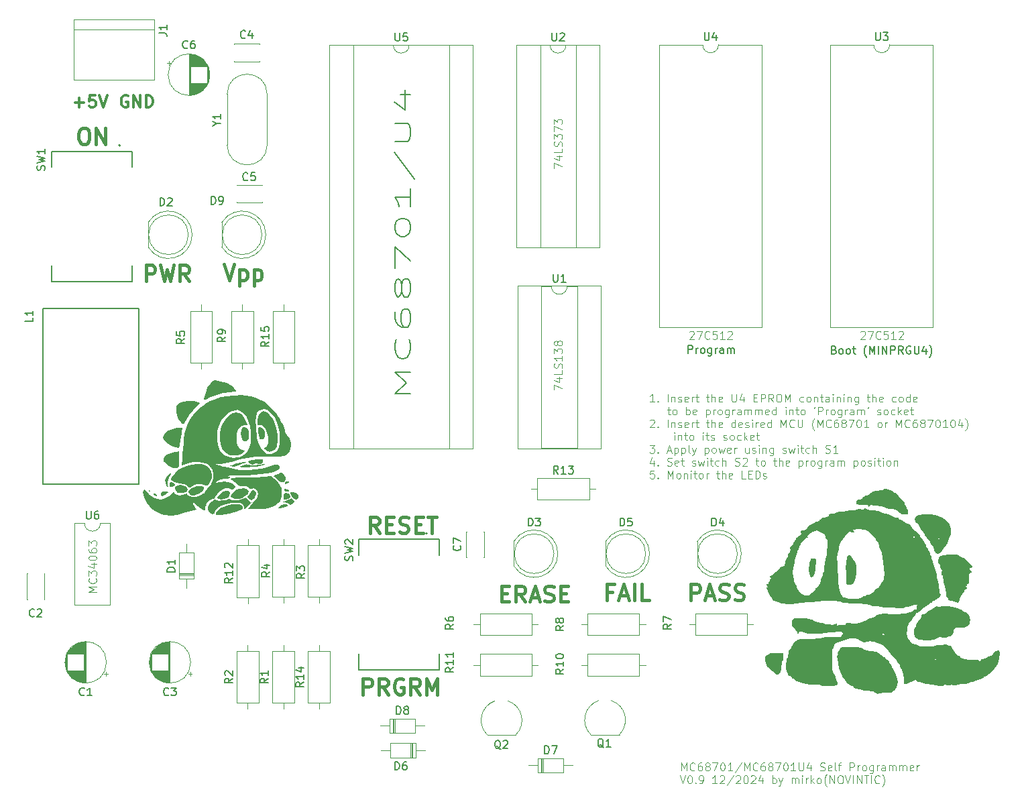
<source format=gbr>
%TF.GenerationSoftware,KiCad,Pcbnew,8.0.7*%
%TF.CreationDate,2024-12-25T23:05:30+01:00*%
%TF.ProjectId,MC68701U4_Programmer,4d433638-3730-4315-9534-5f50726f6772,0.8*%
%TF.SameCoordinates,Original*%
%TF.FileFunction,Legend,Top*%
%TF.FilePolarity,Positive*%
%FSLAX46Y46*%
G04 Gerber Fmt 4.6, Leading zero omitted, Abs format (unit mm)*
G04 Created by KiCad (PCBNEW 8.0.7) date 2024-12-25 23:05:30*
%MOMM*%
%LPD*%
G01*
G04 APERTURE LIST*
%ADD10C,0.400000*%
%ADD11C,0.200000*%
%ADD12C,0.100000*%
%ADD13C,0.300000*%
%ADD14C,0.150000*%
%ADD15C,0.120000*%
%ADD16C,0.127000*%
%ADD17C,0.000000*%
G04 APERTURE END LIST*
D10*
X155606014Y-118986819D02*
X154939347Y-118986819D01*
X154939347Y-120034438D02*
X154939347Y-118034438D01*
X154939347Y-118034438D02*
X155891728Y-118034438D01*
X156558395Y-119463009D02*
X157510776Y-119463009D01*
X156367919Y-120034438D02*
X157034585Y-118034438D01*
X157034585Y-118034438D02*
X157701252Y-120034438D01*
X158367919Y-120034438D02*
X158367919Y-118034438D01*
X160272681Y-120034438D02*
X159320300Y-120034438D01*
X159320300Y-120034438D02*
X159320300Y-118034438D01*
D11*
X165169673Y-88867219D02*
X165169673Y-87867219D01*
X165169673Y-87867219D02*
X165550625Y-87867219D01*
X165550625Y-87867219D02*
X165645863Y-87914838D01*
X165645863Y-87914838D02*
X165693482Y-87962457D01*
X165693482Y-87962457D02*
X165741101Y-88057695D01*
X165741101Y-88057695D02*
X165741101Y-88200552D01*
X165741101Y-88200552D02*
X165693482Y-88295790D01*
X165693482Y-88295790D02*
X165645863Y-88343409D01*
X165645863Y-88343409D02*
X165550625Y-88391028D01*
X165550625Y-88391028D02*
X165169673Y-88391028D01*
X166169673Y-88867219D02*
X166169673Y-88200552D01*
X166169673Y-88391028D02*
X166217292Y-88295790D01*
X166217292Y-88295790D02*
X166264911Y-88248171D01*
X166264911Y-88248171D02*
X166360149Y-88200552D01*
X166360149Y-88200552D02*
X166455387Y-88200552D01*
X166931578Y-88867219D02*
X166836340Y-88819600D01*
X166836340Y-88819600D02*
X166788721Y-88771980D01*
X166788721Y-88771980D02*
X166741102Y-88676742D01*
X166741102Y-88676742D02*
X166741102Y-88391028D01*
X166741102Y-88391028D02*
X166788721Y-88295790D01*
X166788721Y-88295790D02*
X166836340Y-88248171D01*
X166836340Y-88248171D02*
X166931578Y-88200552D01*
X166931578Y-88200552D02*
X167074435Y-88200552D01*
X167074435Y-88200552D02*
X167169673Y-88248171D01*
X167169673Y-88248171D02*
X167217292Y-88295790D01*
X167217292Y-88295790D02*
X167264911Y-88391028D01*
X167264911Y-88391028D02*
X167264911Y-88676742D01*
X167264911Y-88676742D02*
X167217292Y-88771980D01*
X167217292Y-88771980D02*
X167169673Y-88819600D01*
X167169673Y-88819600D02*
X167074435Y-88867219D01*
X167074435Y-88867219D02*
X166931578Y-88867219D01*
X168122054Y-88200552D02*
X168122054Y-89010076D01*
X168122054Y-89010076D02*
X168074435Y-89105314D01*
X168074435Y-89105314D02*
X168026816Y-89152933D01*
X168026816Y-89152933D02*
X167931578Y-89200552D01*
X167931578Y-89200552D02*
X167788721Y-89200552D01*
X167788721Y-89200552D02*
X167693483Y-89152933D01*
X168122054Y-88819600D02*
X168026816Y-88867219D01*
X168026816Y-88867219D02*
X167836340Y-88867219D01*
X167836340Y-88867219D02*
X167741102Y-88819600D01*
X167741102Y-88819600D02*
X167693483Y-88771980D01*
X167693483Y-88771980D02*
X167645864Y-88676742D01*
X167645864Y-88676742D02*
X167645864Y-88391028D01*
X167645864Y-88391028D02*
X167693483Y-88295790D01*
X167693483Y-88295790D02*
X167741102Y-88248171D01*
X167741102Y-88248171D02*
X167836340Y-88200552D01*
X167836340Y-88200552D02*
X168026816Y-88200552D01*
X168026816Y-88200552D02*
X168122054Y-88248171D01*
X168598245Y-88867219D02*
X168598245Y-88200552D01*
X168598245Y-88391028D02*
X168645864Y-88295790D01*
X168645864Y-88295790D02*
X168693483Y-88248171D01*
X168693483Y-88248171D02*
X168788721Y-88200552D01*
X168788721Y-88200552D02*
X168883959Y-88200552D01*
X169645864Y-88867219D02*
X169645864Y-88343409D01*
X169645864Y-88343409D02*
X169598245Y-88248171D01*
X169598245Y-88248171D02*
X169503007Y-88200552D01*
X169503007Y-88200552D02*
X169312531Y-88200552D01*
X169312531Y-88200552D02*
X169217293Y-88248171D01*
X169645864Y-88819600D02*
X169550626Y-88867219D01*
X169550626Y-88867219D02*
X169312531Y-88867219D01*
X169312531Y-88867219D02*
X169217293Y-88819600D01*
X169217293Y-88819600D02*
X169169674Y-88724361D01*
X169169674Y-88724361D02*
X169169674Y-88629123D01*
X169169674Y-88629123D02*
X169217293Y-88533885D01*
X169217293Y-88533885D02*
X169312531Y-88486266D01*
X169312531Y-88486266D02*
X169550626Y-88486266D01*
X169550626Y-88486266D02*
X169645864Y-88438647D01*
X170122055Y-88867219D02*
X170122055Y-88200552D01*
X170122055Y-88295790D02*
X170169674Y-88248171D01*
X170169674Y-88248171D02*
X170264912Y-88200552D01*
X170264912Y-88200552D02*
X170407769Y-88200552D01*
X170407769Y-88200552D02*
X170503007Y-88248171D01*
X170503007Y-88248171D02*
X170550626Y-88343409D01*
X170550626Y-88343409D02*
X170550626Y-88867219D01*
X170550626Y-88343409D02*
X170598245Y-88248171D01*
X170598245Y-88248171D02*
X170693483Y-88200552D01*
X170693483Y-88200552D02*
X170836340Y-88200552D01*
X170836340Y-88200552D02*
X170931579Y-88248171D01*
X170931579Y-88248171D02*
X170979198Y-88343409D01*
X170979198Y-88343409D02*
X170979198Y-88867219D01*
D10*
X124139347Y-131934438D02*
X124139347Y-129934438D01*
X124139347Y-129934438D02*
X124901252Y-129934438D01*
X124901252Y-129934438D02*
X125091728Y-130029676D01*
X125091728Y-130029676D02*
X125186966Y-130124914D01*
X125186966Y-130124914D02*
X125282204Y-130315390D01*
X125282204Y-130315390D02*
X125282204Y-130601104D01*
X125282204Y-130601104D02*
X125186966Y-130791580D01*
X125186966Y-130791580D02*
X125091728Y-130886819D01*
X125091728Y-130886819D02*
X124901252Y-130982057D01*
X124901252Y-130982057D02*
X124139347Y-130982057D01*
X127282204Y-131934438D02*
X126615537Y-130982057D01*
X126139347Y-131934438D02*
X126139347Y-129934438D01*
X126139347Y-129934438D02*
X126901252Y-129934438D01*
X126901252Y-129934438D02*
X127091728Y-130029676D01*
X127091728Y-130029676D02*
X127186966Y-130124914D01*
X127186966Y-130124914D02*
X127282204Y-130315390D01*
X127282204Y-130315390D02*
X127282204Y-130601104D01*
X127282204Y-130601104D02*
X127186966Y-130791580D01*
X127186966Y-130791580D02*
X127091728Y-130886819D01*
X127091728Y-130886819D02*
X126901252Y-130982057D01*
X126901252Y-130982057D02*
X126139347Y-130982057D01*
X129186966Y-130029676D02*
X128996490Y-129934438D01*
X128996490Y-129934438D02*
X128710776Y-129934438D01*
X128710776Y-129934438D02*
X128425061Y-130029676D01*
X128425061Y-130029676D02*
X128234585Y-130220152D01*
X128234585Y-130220152D02*
X128139347Y-130410628D01*
X128139347Y-130410628D02*
X128044109Y-130791580D01*
X128044109Y-130791580D02*
X128044109Y-131077295D01*
X128044109Y-131077295D02*
X128139347Y-131458247D01*
X128139347Y-131458247D02*
X128234585Y-131648723D01*
X128234585Y-131648723D02*
X128425061Y-131839200D01*
X128425061Y-131839200D02*
X128710776Y-131934438D01*
X128710776Y-131934438D02*
X128901252Y-131934438D01*
X128901252Y-131934438D02*
X129186966Y-131839200D01*
X129186966Y-131839200D02*
X129282204Y-131743961D01*
X129282204Y-131743961D02*
X129282204Y-131077295D01*
X129282204Y-131077295D02*
X128901252Y-131077295D01*
X131282204Y-131934438D02*
X130615537Y-130982057D01*
X130139347Y-131934438D02*
X130139347Y-129934438D01*
X130139347Y-129934438D02*
X130901252Y-129934438D01*
X130901252Y-129934438D02*
X131091728Y-130029676D01*
X131091728Y-130029676D02*
X131186966Y-130124914D01*
X131186966Y-130124914D02*
X131282204Y-130315390D01*
X131282204Y-130315390D02*
X131282204Y-130601104D01*
X131282204Y-130601104D02*
X131186966Y-130791580D01*
X131186966Y-130791580D02*
X131091728Y-130886819D01*
X131091728Y-130886819D02*
X130901252Y-130982057D01*
X130901252Y-130982057D02*
X130139347Y-130982057D01*
X132139347Y-131934438D02*
X132139347Y-129934438D01*
X132139347Y-129934438D02*
X132806014Y-131363009D01*
X132806014Y-131363009D02*
X133472680Y-129934438D01*
X133472680Y-129934438D02*
X133472680Y-131934438D01*
X141639347Y-119186819D02*
X142306014Y-119186819D01*
X142591728Y-120234438D02*
X141639347Y-120234438D01*
X141639347Y-120234438D02*
X141639347Y-118234438D01*
X141639347Y-118234438D02*
X142591728Y-118234438D01*
X144591728Y-120234438D02*
X143925061Y-119282057D01*
X143448871Y-120234438D02*
X143448871Y-118234438D01*
X143448871Y-118234438D02*
X144210776Y-118234438D01*
X144210776Y-118234438D02*
X144401252Y-118329676D01*
X144401252Y-118329676D02*
X144496490Y-118424914D01*
X144496490Y-118424914D02*
X144591728Y-118615390D01*
X144591728Y-118615390D02*
X144591728Y-118901104D01*
X144591728Y-118901104D02*
X144496490Y-119091580D01*
X144496490Y-119091580D02*
X144401252Y-119186819D01*
X144401252Y-119186819D02*
X144210776Y-119282057D01*
X144210776Y-119282057D02*
X143448871Y-119282057D01*
X145353633Y-119663009D02*
X146306014Y-119663009D01*
X145163157Y-120234438D02*
X145829823Y-118234438D01*
X145829823Y-118234438D02*
X146496490Y-120234438D01*
X147067919Y-120139200D02*
X147353633Y-120234438D01*
X147353633Y-120234438D02*
X147829824Y-120234438D01*
X147829824Y-120234438D02*
X148020300Y-120139200D01*
X148020300Y-120139200D02*
X148115538Y-120043961D01*
X148115538Y-120043961D02*
X148210776Y-119853485D01*
X148210776Y-119853485D02*
X148210776Y-119663009D01*
X148210776Y-119663009D02*
X148115538Y-119472533D01*
X148115538Y-119472533D02*
X148020300Y-119377295D01*
X148020300Y-119377295D02*
X147829824Y-119282057D01*
X147829824Y-119282057D02*
X147448871Y-119186819D01*
X147448871Y-119186819D02*
X147258395Y-119091580D01*
X147258395Y-119091580D02*
X147163157Y-118996342D01*
X147163157Y-118996342D02*
X147067919Y-118805866D01*
X147067919Y-118805866D02*
X147067919Y-118615390D01*
X147067919Y-118615390D02*
X147163157Y-118424914D01*
X147163157Y-118424914D02*
X147258395Y-118329676D01*
X147258395Y-118329676D02*
X147448871Y-118234438D01*
X147448871Y-118234438D02*
X147925062Y-118234438D01*
X147925062Y-118234438D02*
X148210776Y-118329676D01*
X149067919Y-119186819D02*
X149734586Y-119186819D01*
X150020300Y-120234438D02*
X149067919Y-120234438D01*
X149067919Y-120234438D02*
X149067919Y-118234438D01*
X149067919Y-118234438D02*
X150020300Y-118234438D01*
D12*
X148272419Y-93491353D02*
X148272419Y-92824687D01*
X148272419Y-92824687D02*
X149272419Y-93253258D01*
X148605752Y-92015163D02*
X149272419Y-92015163D01*
X148224800Y-92253258D02*
X148939085Y-92491353D01*
X148939085Y-92491353D02*
X148939085Y-91872306D01*
X149272419Y-91015163D02*
X149272419Y-91491353D01*
X149272419Y-91491353D02*
X148272419Y-91491353D01*
X149224800Y-90729448D02*
X149272419Y-90586591D01*
X149272419Y-90586591D02*
X149272419Y-90348496D01*
X149272419Y-90348496D02*
X149224800Y-90253258D01*
X149224800Y-90253258D02*
X149177180Y-90205639D01*
X149177180Y-90205639D02*
X149081942Y-90158020D01*
X149081942Y-90158020D02*
X148986704Y-90158020D01*
X148986704Y-90158020D02*
X148891466Y-90205639D01*
X148891466Y-90205639D02*
X148843847Y-90253258D01*
X148843847Y-90253258D02*
X148796228Y-90348496D01*
X148796228Y-90348496D02*
X148748609Y-90538972D01*
X148748609Y-90538972D02*
X148700990Y-90634210D01*
X148700990Y-90634210D02*
X148653371Y-90681829D01*
X148653371Y-90681829D02*
X148558133Y-90729448D01*
X148558133Y-90729448D02*
X148462895Y-90729448D01*
X148462895Y-90729448D02*
X148367657Y-90681829D01*
X148367657Y-90681829D02*
X148320038Y-90634210D01*
X148320038Y-90634210D02*
X148272419Y-90538972D01*
X148272419Y-90538972D02*
X148272419Y-90300877D01*
X148272419Y-90300877D02*
X148320038Y-90158020D01*
X149272419Y-89205639D02*
X149272419Y-89777067D01*
X149272419Y-89491353D02*
X148272419Y-89491353D01*
X148272419Y-89491353D02*
X148415276Y-89586591D01*
X148415276Y-89586591D02*
X148510514Y-89681829D01*
X148510514Y-89681829D02*
X148558133Y-89777067D01*
X148272419Y-88872305D02*
X148272419Y-88253258D01*
X148272419Y-88253258D02*
X148653371Y-88586591D01*
X148653371Y-88586591D02*
X148653371Y-88443734D01*
X148653371Y-88443734D02*
X148700990Y-88348496D01*
X148700990Y-88348496D02*
X148748609Y-88300877D01*
X148748609Y-88300877D02*
X148843847Y-88253258D01*
X148843847Y-88253258D02*
X149081942Y-88253258D01*
X149081942Y-88253258D02*
X149177180Y-88300877D01*
X149177180Y-88300877D02*
X149224800Y-88348496D01*
X149224800Y-88348496D02*
X149272419Y-88443734D01*
X149272419Y-88443734D02*
X149272419Y-88729448D01*
X149272419Y-88729448D02*
X149224800Y-88824686D01*
X149224800Y-88824686D02*
X149177180Y-88872305D01*
X148700990Y-87681829D02*
X148653371Y-87777067D01*
X148653371Y-87777067D02*
X148605752Y-87824686D01*
X148605752Y-87824686D02*
X148510514Y-87872305D01*
X148510514Y-87872305D02*
X148462895Y-87872305D01*
X148462895Y-87872305D02*
X148367657Y-87824686D01*
X148367657Y-87824686D02*
X148320038Y-87777067D01*
X148320038Y-87777067D02*
X148272419Y-87681829D01*
X148272419Y-87681829D02*
X148272419Y-87491353D01*
X148272419Y-87491353D02*
X148320038Y-87396115D01*
X148320038Y-87396115D02*
X148367657Y-87348496D01*
X148367657Y-87348496D02*
X148462895Y-87300877D01*
X148462895Y-87300877D02*
X148510514Y-87300877D01*
X148510514Y-87300877D02*
X148605752Y-87348496D01*
X148605752Y-87348496D02*
X148653371Y-87396115D01*
X148653371Y-87396115D02*
X148700990Y-87491353D01*
X148700990Y-87491353D02*
X148700990Y-87681829D01*
X148700990Y-87681829D02*
X148748609Y-87777067D01*
X148748609Y-87777067D02*
X148796228Y-87824686D01*
X148796228Y-87824686D02*
X148891466Y-87872305D01*
X148891466Y-87872305D02*
X149081942Y-87872305D01*
X149081942Y-87872305D02*
X149177180Y-87824686D01*
X149177180Y-87824686D02*
X149224800Y-87777067D01*
X149224800Y-87777067D02*
X149272419Y-87681829D01*
X149272419Y-87681829D02*
X149272419Y-87491353D01*
X149272419Y-87491353D02*
X149224800Y-87396115D01*
X149224800Y-87396115D02*
X149177180Y-87348496D01*
X149177180Y-87348496D02*
X149081942Y-87300877D01*
X149081942Y-87300877D02*
X148891466Y-87300877D01*
X148891466Y-87300877D02*
X148796228Y-87348496D01*
X148796228Y-87348496D02*
X148748609Y-87396115D01*
X148748609Y-87396115D02*
X148700990Y-87491353D01*
X148272419Y-65491353D02*
X148272419Y-64824687D01*
X148272419Y-64824687D02*
X149272419Y-65253258D01*
X148605752Y-64015163D02*
X149272419Y-64015163D01*
X148224800Y-64253258D02*
X148939085Y-64491353D01*
X148939085Y-64491353D02*
X148939085Y-63872306D01*
X149272419Y-63015163D02*
X149272419Y-63491353D01*
X149272419Y-63491353D02*
X148272419Y-63491353D01*
X149224800Y-62729448D02*
X149272419Y-62586591D01*
X149272419Y-62586591D02*
X149272419Y-62348496D01*
X149272419Y-62348496D02*
X149224800Y-62253258D01*
X149224800Y-62253258D02*
X149177180Y-62205639D01*
X149177180Y-62205639D02*
X149081942Y-62158020D01*
X149081942Y-62158020D02*
X148986704Y-62158020D01*
X148986704Y-62158020D02*
X148891466Y-62205639D01*
X148891466Y-62205639D02*
X148843847Y-62253258D01*
X148843847Y-62253258D02*
X148796228Y-62348496D01*
X148796228Y-62348496D02*
X148748609Y-62538972D01*
X148748609Y-62538972D02*
X148700990Y-62634210D01*
X148700990Y-62634210D02*
X148653371Y-62681829D01*
X148653371Y-62681829D02*
X148558133Y-62729448D01*
X148558133Y-62729448D02*
X148462895Y-62729448D01*
X148462895Y-62729448D02*
X148367657Y-62681829D01*
X148367657Y-62681829D02*
X148320038Y-62634210D01*
X148320038Y-62634210D02*
X148272419Y-62538972D01*
X148272419Y-62538972D02*
X148272419Y-62300877D01*
X148272419Y-62300877D02*
X148320038Y-62158020D01*
X148272419Y-61824686D02*
X148272419Y-61205639D01*
X148272419Y-61205639D02*
X148653371Y-61538972D01*
X148653371Y-61538972D02*
X148653371Y-61396115D01*
X148653371Y-61396115D02*
X148700990Y-61300877D01*
X148700990Y-61300877D02*
X148748609Y-61253258D01*
X148748609Y-61253258D02*
X148843847Y-61205639D01*
X148843847Y-61205639D02*
X149081942Y-61205639D01*
X149081942Y-61205639D02*
X149177180Y-61253258D01*
X149177180Y-61253258D02*
X149224800Y-61300877D01*
X149224800Y-61300877D02*
X149272419Y-61396115D01*
X149272419Y-61396115D02*
X149272419Y-61681829D01*
X149272419Y-61681829D02*
X149224800Y-61777067D01*
X149224800Y-61777067D02*
X149177180Y-61824686D01*
X148272419Y-60872305D02*
X148272419Y-60205639D01*
X148272419Y-60205639D02*
X149272419Y-60634210D01*
X148272419Y-59919924D02*
X148272419Y-59300877D01*
X148272419Y-59300877D02*
X148653371Y-59634210D01*
X148653371Y-59634210D02*
X148653371Y-59491353D01*
X148653371Y-59491353D02*
X148700990Y-59396115D01*
X148700990Y-59396115D02*
X148748609Y-59348496D01*
X148748609Y-59348496D02*
X148843847Y-59300877D01*
X148843847Y-59300877D02*
X149081942Y-59300877D01*
X149081942Y-59300877D02*
X149177180Y-59348496D01*
X149177180Y-59348496D02*
X149224800Y-59396115D01*
X149224800Y-59396115D02*
X149272419Y-59491353D01*
X149272419Y-59491353D02*
X149272419Y-59777067D01*
X149272419Y-59777067D02*
X149224800Y-59872305D01*
X149224800Y-59872305D02*
X149177180Y-59919924D01*
X90472419Y-118996115D02*
X89472419Y-118996115D01*
X89472419Y-118996115D02*
X90186704Y-118662782D01*
X90186704Y-118662782D02*
X89472419Y-118329449D01*
X89472419Y-118329449D02*
X90472419Y-118329449D01*
X90377180Y-117281830D02*
X90424800Y-117329449D01*
X90424800Y-117329449D02*
X90472419Y-117472306D01*
X90472419Y-117472306D02*
X90472419Y-117567544D01*
X90472419Y-117567544D02*
X90424800Y-117710401D01*
X90424800Y-117710401D02*
X90329561Y-117805639D01*
X90329561Y-117805639D02*
X90234323Y-117853258D01*
X90234323Y-117853258D02*
X90043847Y-117900877D01*
X90043847Y-117900877D02*
X89900990Y-117900877D01*
X89900990Y-117900877D02*
X89710514Y-117853258D01*
X89710514Y-117853258D02*
X89615276Y-117805639D01*
X89615276Y-117805639D02*
X89520038Y-117710401D01*
X89520038Y-117710401D02*
X89472419Y-117567544D01*
X89472419Y-117567544D02*
X89472419Y-117472306D01*
X89472419Y-117472306D02*
X89520038Y-117329449D01*
X89520038Y-117329449D02*
X89567657Y-117281830D01*
X89472419Y-116948496D02*
X89472419Y-116329449D01*
X89472419Y-116329449D02*
X89853371Y-116662782D01*
X89853371Y-116662782D02*
X89853371Y-116519925D01*
X89853371Y-116519925D02*
X89900990Y-116424687D01*
X89900990Y-116424687D02*
X89948609Y-116377068D01*
X89948609Y-116377068D02*
X90043847Y-116329449D01*
X90043847Y-116329449D02*
X90281942Y-116329449D01*
X90281942Y-116329449D02*
X90377180Y-116377068D01*
X90377180Y-116377068D02*
X90424800Y-116424687D01*
X90424800Y-116424687D02*
X90472419Y-116519925D01*
X90472419Y-116519925D02*
X90472419Y-116805639D01*
X90472419Y-116805639D02*
X90424800Y-116900877D01*
X90424800Y-116900877D02*
X90377180Y-116948496D01*
X89805752Y-115472306D02*
X90472419Y-115472306D01*
X89424800Y-115710401D02*
X90139085Y-115948496D01*
X90139085Y-115948496D02*
X90139085Y-115329449D01*
X89472419Y-114758020D02*
X89472419Y-114662782D01*
X89472419Y-114662782D02*
X89520038Y-114567544D01*
X89520038Y-114567544D02*
X89567657Y-114519925D01*
X89567657Y-114519925D02*
X89662895Y-114472306D01*
X89662895Y-114472306D02*
X89853371Y-114424687D01*
X89853371Y-114424687D02*
X90091466Y-114424687D01*
X90091466Y-114424687D02*
X90281942Y-114472306D01*
X90281942Y-114472306D02*
X90377180Y-114519925D01*
X90377180Y-114519925D02*
X90424800Y-114567544D01*
X90424800Y-114567544D02*
X90472419Y-114662782D01*
X90472419Y-114662782D02*
X90472419Y-114758020D01*
X90472419Y-114758020D02*
X90424800Y-114853258D01*
X90424800Y-114853258D02*
X90377180Y-114900877D01*
X90377180Y-114900877D02*
X90281942Y-114948496D01*
X90281942Y-114948496D02*
X90091466Y-114996115D01*
X90091466Y-114996115D02*
X89853371Y-114996115D01*
X89853371Y-114996115D02*
X89662895Y-114948496D01*
X89662895Y-114948496D02*
X89567657Y-114900877D01*
X89567657Y-114900877D02*
X89520038Y-114853258D01*
X89520038Y-114853258D02*
X89472419Y-114758020D01*
X89472419Y-113567544D02*
X89472419Y-113758020D01*
X89472419Y-113758020D02*
X89520038Y-113853258D01*
X89520038Y-113853258D02*
X89567657Y-113900877D01*
X89567657Y-113900877D02*
X89710514Y-113996115D01*
X89710514Y-113996115D02*
X89900990Y-114043734D01*
X89900990Y-114043734D02*
X90281942Y-114043734D01*
X90281942Y-114043734D02*
X90377180Y-113996115D01*
X90377180Y-113996115D02*
X90424800Y-113948496D01*
X90424800Y-113948496D02*
X90472419Y-113853258D01*
X90472419Y-113853258D02*
X90472419Y-113662782D01*
X90472419Y-113662782D02*
X90424800Y-113567544D01*
X90424800Y-113567544D02*
X90377180Y-113519925D01*
X90377180Y-113519925D02*
X90281942Y-113472306D01*
X90281942Y-113472306D02*
X90043847Y-113472306D01*
X90043847Y-113472306D02*
X89948609Y-113519925D01*
X89948609Y-113519925D02*
X89900990Y-113567544D01*
X89900990Y-113567544D02*
X89853371Y-113662782D01*
X89853371Y-113662782D02*
X89853371Y-113853258D01*
X89853371Y-113853258D02*
X89900990Y-113948496D01*
X89900990Y-113948496D02*
X89948609Y-113996115D01*
X89948609Y-113996115D02*
X90043847Y-114043734D01*
X89472419Y-113138972D02*
X89472419Y-112519925D01*
X89472419Y-112519925D02*
X89853371Y-112853258D01*
X89853371Y-112853258D02*
X89853371Y-112710401D01*
X89853371Y-112710401D02*
X89900990Y-112615163D01*
X89900990Y-112615163D02*
X89948609Y-112567544D01*
X89948609Y-112567544D02*
X90043847Y-112519925D01*
X90043847Y-112519925D02*
X90281942Y-112519925D01*
X90281942Y-112519925D02*
X90377180Y-112567544D01*
X90377180Y-112567544D02*
X90424800Y-112615163D01*
X90424800Y-112615163D02*
X90472419Y-112710401D01*
X90472419Y-112710401D02*
X90472419Y-112996115D01*
X90472419Y-112996115D02*
X90424800Y-113091353D01*
X90424800Y-113091353D02*
X90377180Y-113138972D01*
D11*
X183603006Y-88443409D02*
X183745863Y-88491028D01*
X183745863Y-88491028D02*
X183793482Y-88538647D01*
X183793482Y-88538647D02*
X183841101Y-88633885D01*
X183841101Y-88633885D02*
X183841101Y-88776742D01*
X183841101Y-88776742D02*
X183793482Y-88871980D01*
X183793482Y-88871980D02*
X183745863Y-88919600D01*
X183745863Y-88919600D02*
X183650625Y-88967219D01*
X183650625Y-88967219D02*
X183269673Y-88967219D01*
X183269673Y-88967219D02*
X183269673Y-87967219D01*
X183269673Y-87967219D02*
X183603006Y-87967219D01*
X183603006Y-87967219D02*
X183698244Y-88014838D01*
X183698244Y-88014838D02*
X183745863Y-88062457D01*
X183745863Y-88062457D02*
X183793482Y-88157695D01*
X183793482Y-88157695D02*
X183793482Y-88252933D01*
X183793482Y-88252933D02*
X183745863Y-88348171D01*
X183745863Y-88348171D02*
X183698244Y-88395790D01*
X183698244Y-88395790D02*
X183603006Y-88443409D01*
X183603006Y-88443409D02*
X183269673Y-88443409D01*
X184412530Y-88967219D02*
X184317292Y-88919600D01*
X184317292Y-88919600D02*
X184269673Y-88871980D01*
X184269673Y-88871980D02*
X184222054Y-88776742D01*
X184222054Y-88776742D02*
X184222054Y-88491028D01*
X184222054Y-88491028D02*
X184269673Y-88395790D01*
X184269673Y-88395790D02*
X184317292Y-88348171D01*
X184317292Y-88348171D02*
X184412530Y-88300552D01*
X184412530Y-88300552D02*
X184555387Y-88300552D01*
X184555387Y-88300552D02*
X184650625Y-88348171D01*
X184650625Y-88348171D02*
X184698244Y-88395790D01*
X184698244Y-88395790D02*
X184745863Y-88491028D01*
X184745863Y-88491028D02*
X184745863Y-88776742D01*
X184745863Y-88776742D02*
X184698244Y-88871980D01*
X184698244Y-88871980D02*
X184650625Y-88919600D01*
X184650625Y-88919600D02*
X184555387Y-88967219D01*
X184555387Y-88967219D02*
X184412530Y-88967219D01*
X185317292Y-88967219D02*
X185222054Y-88919600D01*
X185222054Y-88919600D02*
X185174435Y-88871980D01*
X185174435Y-88871980D02*
X185126816Y-88776742D01*
X185126816Y-88776742D02*
X185126816Y-88491028D01*
X185126816Y-88491028D02*
X185174435Y-88395790D01*
X185174435Y-88395790D02*
X185222054Y-88348171D01*
X185222054Y-88348171D02*
X185317292Y-88300552D01*
X185317292Y-88300552D02*
X185460149Y-88300552D01*
X185460149Y-88300552D02*
X185555387Y-88348171D01*
X185555387Y-88348171D02*
X185603006Y-88395790D01*
X185603006Y-88395790D02*
X185650625Y-88491028D01*
X185650625Y-88491028D02*
X185650625Y-88776742D01*
X185650625Y-88776742D02*
X185603006Y-88871980D01*
X185603006Y-88871980D02*
X185555387Y-88919600D01*
X185555387Y-88919600D02*
X185460149Y-88967219D01*
X185460149Y-88967219D02*
X185317292Y-88967219D01*
X185936340Y-88300552D02*
X186317292Y-88300552D01*
X186079197Y-87967219D02*
X186079197Y-88824361D01*
X186079197Y-88824361D02*
X186126816Y-88919600D01*
X186126816Y-88919600D02*
X186222054Y-88967219D01*
X186222054Y-88967219D02*
X186317292Y-88967219D01*
X187698245Y-89348171D02*
X187650626Y-89300552D01*
X187650626Y-89300552D02*
X187555388Y-89157695D01*
X187555388Y-89157695D02*
X187507769Y-89062457D01*
X187507769Y-89062457D02*
X187460150Y-88919600D01*
X187460150Y-88919600D02*
X187412531Y-88681504D01*
X187412531Y-88681504D02*
X187412531Y-88491028D01*
X187412531Y-88491028D02*
X187460150Y-88252933D01*
X187460150Y-88252933D02*
X187507769Y-88110076D01*
X187507769Y-88110076D02*
X187555388Y-88014838D01*
X187555388Y-88014838D02*
X187650626Y-87871980D01*
X187650626Y-87871980D02*
X187698245Y-87824361D01*
X188079198Y-88967219D02*
X188079198Y-87967219D01*
X188079198Y-87967219D02*
X188412531Y-88681504D01*
X188412531Y-88681504D02*
X188745864Y-87967219D01*
X188745864Y-87967219D02*
X188745864Y-88967219D01*
X189222055Y-88967219D02*
X189222055Y-87967219D01*
X189698245Y-88967219D02*
X189698245Y-87967219D01*
X189698245Y-87967219D02*
X190269673Y-88967219D01*
X190269673Y-88967219D02*
X190269673Y-87967219D01*
X190745864Y-88967219D02*
X190745864Y-87967219D01*
X190745864Y-87967219D02*
X191126816Y-87967219D01*
X191126816Y-87967219D02*
X191222054Y-88014838D01*
X191222054Y-88014838D02*
X191269673Y-88062457D01*
X191269673Y-88062457D02*
X191317292Y-88157695D01*
X191317292Y-88157695D02*
X191317292Y-88300552D01*
X191317292Y-88300552D02*
X191269673Y-88395790D01*
X191269673Y-88395790D02*
X191222054Y-88443409D01*
X191222054Y-88443409D02*
X191126816Y-88491028D01*
X191126816Y-88491028D02*
X190745864Y-88491028D01*
X192317292Y-88967219D02*
X191983959Y-88491028D01*
X191745864Y-88967219D02*
X191745864Y-87967219D01*
X191745864Y-87967219D02*
X192126816Y-87967219D01*
X192126816Y-87967219D02*
X192222054Y-88014838D01*
X192222054Y-88014838D02*
X192269673Y-88062457D01*
X192269673Y-88062457D02*
X192317292Y-88157695D01*
X192317292Y-88157695D02*
X192317292Y-88300552D01*
X192317292Y-88300552D02*
X192269673Y-88395790D01*
X192269673Y-88395790D02*
X192222054Y-88443409D01*
X192222054Y-88443409D02*
X192126816Y-88491028D01*
X192126816Y-88491028D02*
X191745864Y-88491028D01*
X193269673Y-88014838D02*
X193174435Y-87967219D01*
X193174435Y-87967219D02*
X193031578Y-87967219D01*
X193031578Y-87967219D02*
X192888721Y-88014838D01*
X192888721Y-88014838D02*
X192793483Y-88110076D01*
X192793483Y-88110076D02*
X192745864Y-88205314D01*
X192745864Y-88205314D02*
X192698245Y-88395790D01*
X192698245Y-88395790D02*
X192698245Y-88538647D01*
X192698245Y-88538647D02*
X192745864Y-88729123D01*
X192745864Y-88729123D02*
X192793483Y-88824361D01*
X192793483Y-88824361D02*
X192888721Y-88919600D01*
X192888721Y-88919600D02*
X193031578Y-88967219D01*
X193031578Y-88967219D02*
X193126816Y-88967219D01*
X193126816Y-88967219D02*
X193269673Y-88919600D01*
X193269673Y-88919600D02*
X193317292Y-88871980D01*
X193317292Y-88871980D02*
X193317292Y-88538647D01*
X193317292Y-88538647D02*
X193126816Y-88538647D01*
X193745864Y-87967219D02*
X193745864Y-88776742D01*
X193745864Y-88776742D02*
X193793483Y-88871980D01*
X193793483Y-88871980D02*
X193841102Y-88919600D01*
X193841102Y-88919600D02*
X193936340Y-88967219D01*
X193936340Y-88967219D02*
X194126816Y-88967219D01*
X194126816Y-88967219D02*
X194222054Y-88919600D01*
X194222054Y-88919600D02*
X194269673Y-88871980D01*
X194269673Y-88871980D02*
X194317292Y-88776742D01*
X194317292Y-88776742D02*
X194317292Y-87967219D01*
X195222054Y-88300552D02*
X195222054Y-88967219D01*
X194983959Y-87919600D02*
X194745864Y-88633885D01*
X194745864Y-88633885D02*
X195364911Y-88633885D01*
X195650626Y-89348171D02*
X195698245Y-89300552D01*
X195698245Y-89300552D02*
X195793483Y-89157695D01*
X195793483Y-89157695D02*
X195841102Y-89062457D01*
X195841102Y-89062457D02*
X195888721Y-88919600D01*
X195888721Y-88919600D02*
X195936340Y-88681504D01*
X195936340Y-88681504D02*
X195936340Y-88491028D01*
X195936340Y-88491028D02*
X195888721Y-88252933D01*
X195888721Y-88252933D02*
X195841102Y-88110076D01*
X195841102Y-88110076D02*
X195793483Y-88014838D01*
X195793483Y-88014838D02*
X195698245Y-87871980D01*
X195698245Y-87871980D02*
X195650626Y-87824361D01*
D12*
X160927693Y-95012755D02*
X160356265Y-95012755D01*
X160641979Y-95012755D02*
X160641979Y-94012755D01*
X160641979Y-94012755D02*
X160546741Y-94155612D01*
X160546741Y-94155612D02*
X160451503Y-94250850D01*
X160451503Y-94250850D02*
X160356265Y-94298469D01*
X161356265Y-94917516D02*
X161403884Y-94965136D01*
X161403884Y-94965136D02*
X161356265Y-95012755D01*
X161356265Y-95012755D02*
X161308646Y-94965136D01*
X161308646Y-94965136D02*
X161356265Y-94917516D01*
X161356265Y-94917516D02*
X161356265Y-95012755D01*
X162594360Y-95012755D02*
X162594360Y-94012755D01*
X163070550Y-94346088D02*
X163070550Y-95012755D01*
X163070550Y-94441326D02*
X163118169Y-94393707D01*
X163118169Y-94393707D02*
X163213407Y-94346088D01*
X163213407Y-94346088D02*
X163356264Y-94346088D01*
X163356264Y-94346088D02*
X163451502Y-94393707D01*
X163451502Y-94393707D02*
X163499121Y-94488945D01*
X163499121Y-94488945D02*
X163499121Y-95012755D01*
X163927693Y-94965136D02*
X164022931Y-95012755D01*
X164022931Y-95012755D02*
X164213407Y-95012755D01*
X164213407Y-95012755D02*
X164308645Y-94965136D01*
X164308645Y-94965136D02*
X164356264Y-94869897D01*
X164356264Y-94869897D02*
X164356264Y-94822278D01*
X164356264Y-94822278D02*
X164308645Y-94727040D01*
X164308645Y-94727040D02*
X164213407Y-94679421D01*
X164213407Y-94679421D02*
X164070550Y-94679421D01*
X164070550Y-94679421D02*
X163975312Y-94631802D01*
X163975312Y-94631802D02*
X163927693Y-94536564D01*
X163927693Y-94536564D02*
X163927693Y-94488945D01*
X163927693Y-94488945D02*
X163975312Y-94393707D01*
X163975312Y-94393707D02*
X164070550Y-94346088D01*
X164070550Y-94346088D02*
X164213407Y-94346088D01*
X164213407Y-94346088D02*
X164308645Y-94393707D01*
X165165788Y-94965136D02*
X165070550Y-95012755D01*
X165070550Y-95012755D02*
X164880074Y-95012755D01*
X164880074Y-95012755D02*
X164784836Y-94965136D01*
X164784836Y-94965136D02*
X164737217Y-94869897D01*
X164737217Y-94869897D02*
X164737217Y-94488945D01*
X164737217Y-94488945D02*
X164784836Y-94393707D01*
X164784836Y-94393707D02*
X164880074Y-94346088D01*
X164880074Y-94346088D02*
X165070550Y-94346088D01*
X165070550Y-94346088D02*
X165165788Y-94393707D01*
X165165788Y-94393707D02*
X165213407Y-94488945D01*
X165213407Y-94488945D02*
X165213407Y-94584183D01*
X165213407Y-94584183D02*
X164737217Y-94679421D01*
X165641979Y-95012755D02*
X165641979Y-94346088D01*
X165641979Y-94536564D02*
X165689598Y-94441326D01*
X165689598Y-94441326D02*
X165737217Y-94393707D01*
X165737217Y-94393707D02*
X165832455Y-94346088D01*
X165832455Y-94346088D02*
X165927693Y-94346088D01*
X166118170Y-94346088D02*
X166499122Y-94346088D01*
X166261027Y-94012755D02*
X166261027Y-94869897D01*
X166261027Y-94869897D02*
X166308646Y-94965136D01*
X166308646Y-94965136D02*
X166403884Y-95012755D01*
X166403884Y-95012755D02*
X166499122Y-95012755D01*
X167451504Y-94346088D02*
X167832456Y-94346088D01*
X167594361Y-94012755D02*
X167594361Y-94869897D01*
X167594361Y-94869897D02*
X167641980Y-94965136D01*
X167641980Y-94965136D02*
X167737218Y-95012755D01*
X167737218Y-95012755D02*
X167832456Y-95012755D01*
X168165790Y-95012755D02*
X168165790Y-94012755D01*
X168594361Y-95012755D02*
X168594361Y-94488945D01*
X168594361Y-94488945D02*
X168546742Y-94393707D01*
X168546742Y-94393707D02*
X168451504Y-94346088D01*
X168451504Y-94346088D02*
X168308647Y-94346088D01*
X168308647Y-94346088D02*
X168213409Y-94393707D01*
X168213409Y-94393707D02*
X168165790Y-94441326D01*
X169451504Y-94965136D02*
X169356266Y-95012755D01*
X169356266Y-95012755D02*
X169165790Y-95012755D01*
X169165790Y-95012755D02*
X169070552Y-94965136D01*
X169070552Y-94965136D02*
X169022933Y-94869897D01*
X169022933Y-94869897D02*
X169022933Y-94488945D01*
X169022933Y-94488945D02*
X169070552Y-94393707D01*
X169070552Y-94393707D02*
X169165790Y-94346088D01*
X169165790Y-94346088D02*
X169356266Y-94346088D01*
X169356266Y-94346088D02*
X169451504Y-94393707D01*
X169451504Y-94393707D02*
X169499123Y-94488945D01*
X169499123Y-94488945D02*
X169499123Y-94584183D01*
X169499123Y-94584183D02*
X169022933Y-94679421D01*
X170689600Y-94012755D02*
X170689600Y-94822278D01*
X170689600Y-94822278D02*
X170737219Y-94917516D01*
X170737219Y-94917516D02*
X170784838Y-94965136D01*
X170784838Y-94965136D02*
X170880076Y-95012755D01*
X170880076Y-95012755D02*
X171070552Y-95012755D01*
X171070552Y-95012755D02*
X171165790Y-94965136D01*
X171165790Y-94965136D02*
X171213409Y-94917516D01*
X171213409Y-94917516D02*
X171261028Y-94822278D01*
X171261028Y-94822278D02*
X171261028Y-94012755D01*
X172165790Y-94346088D02*
X172165790Y-95012755D01*
X171927695Y-93965136D02*
X171689600Y-94679421D01*
X171689600Y-94679421D02*
X172308647Y-94679421D01*
X173451505Y-94488945D02*
X173784838Y-94488945D01*
X173927695Y-95012755D02*
X173451505Y-95012755D01*
X173451505Y-95012755D02*
X173451505Y-94012755D01*
X173451505Y-94012755D02*
X173927695Y-94012755D01*
X174356267Y-95012755D02*
X174356267Y-94012755D01*
X174356267Y-94012755D02*
X174737219Y-94012755D01*
X174737219Y-94012755D02*
X174832457Y-94060374D01*
X174832457Y-94060374D02*
X174880076Y-94107993D01*
X174880076Y-94107993D02*
X174927695Y-94203231D01*
X174927695Y-94203231D02*
X174927695Y-94346088D01*
X174927695Y-94346088D02*
X174880076Y-94441326D01*
X174880076Y-94441326D02*
X174832457Y-94488945D01*
X174832457Y-94488945D02*
X174737219Y-94536564D01*
X174737219Y-94536564D02*
X174356267Y-94536564D01*
X175927695Y-95012755D02*
X175594362Y-94536564D01*
X175356267Y-95012755D02*
X175356267Y-94012755D01*
X175356267Y-94012755D02*
X175737219Y-94012755D01*
X175737219Y-94012755D02*
X175832457Y-94060374D01*
X175832457Y-94060374D02*
X175880076Y-94107993D01*
X175880076Y-94107993D02*
X175927695Y-94203231D01*
X175927695Y-94203231D02*
X175927695Y-94346088D01*
X175927695Y-94346088D02*
X175880076Y-94441326D01*
X175880076Y-94441326D02*
X175832457Y-94488945D01*
X175832457Y-94488945D02*
X175737219Y-94536564D01*
X175737219Y-94536564D02*
X175356267Y-94536564D01*
X176546743Y-94012755D02*
X176737219Y-94012755D01*
X176737219Y-94012755D02*
X176832457Y-94060374D01*
X176832457Y-94060374D02*
X176927695Y-94155612D01*
X176927695Y-94155612D02*
X176975314Y-94346088D01*
X176975314Y-94346088D02*
X176975314Y-94679421D01*
X176975314Y-94679421D02*
X176927695Y-94869897D01*
X176927695Y-94869897D02*
X176832457Y-94965136D01*
X176832457Y-94965136D02*
X176737219Y-95012755D01*
X176737219Y-95012755D02*
X176546743Y-95012755D01*
X176546743Y-95012755D02*
X176451505Y-94965136D01*
X176451505Y-94965136D02*
X176356267Y-94869897D01*
X176356267Y-94869897D02*
X176308648Y-94679421D01*
X176308648Y-94679421D02*
X176308648Y-94346088D01*
X176308648Y-94346088D02*
X176356267Y-94155612D01*
X176356267Y-94155612D02*
X176451505Y-94060374D01*
X176451505Y-94060374D02*
X176546743Y-94012755D01*
X177403886Y-95012755D02*
X177403886Y-94012755D01*
X177403886Y-94012755D02*
X177737219Y-94727040D01*
X177737219Y-94727040D02*
X178070552Y-94012755D01*
X178070552Y-94012755D02*
X178070552Y-95012755D01*
X179737219Y-94965136D02*
X179641981Y-95012755D01*
X179641981Y-95012755D02*
X179451505Y-95012755D01*
X179451505Y-95012755D02*
X179356267Y-94965136D01*
X179356267Y-94965136D02*
X179308648Y-94917516D01*
X179308648Y-94917516D02*
X179261029Y-94822278D01*
X179261029Y-94822278D02*
X179261029Y-94536564D01*
X179261029Y-94536564D02*
X179308648Y-94441326D01*
X179308648Y-94441326D02*
X179356267Y-94393707D01*
X179356267Y-94393707D02*
X179451505Y-94346088D01*
X179451505Y-94346088D02*
X179641981Y-94346088D01*
X179641981Y-94346088D02*
X179737219Y-94393707D01*
X180308648Y-95012755D02*
X180213410Y-94965136D01*
X180213410Y-94965136D02*
X180165791Y-94917516D01*
X180165791Y-94917516D02*
X180118172Y-94822278D01*
X180118172Y-94822278D02*
X180118172Y-94536564D01*
X180118172Y-94536564D02*
X180165791Y-94441326D01*
X180165791Y-94441326D02*
X180213410Y-94393707D01*
X180213410Y-94393707D02*
X180308648Y-94346088D01*
X180308648Y-94346088D02*
X180451505Y-94346088D01*
X180451505Y-94346088D02*
X180546743Y-94393707D01*
X180546743Y-94393707D02*
X180594362Y-94441326D01*
X180594362Y-94441326D02*
X180641981Y-94536564D01*
X180641981Y-94536564D02*
X180641981Y-94822278D01*
X180641981Y-94822278D02*
X180594362Y-94917516D01*
X180594362Y-94917516D02*
X180546743Y-94965136D01*
X180546743Y-94965136D02*
X180451505Y-95012755D01*
X180451505Y-95012755D02*
X180308648Y-95012755D01*
X181070553Y-94346088D02*
X181070553Y-95012755D01*
X181070553Y-94441326D02*
X181118172Y-94393707D01*
X181118172Y-94393707D02*
X181213410Y-94346088D01*
X181213410Y-94346088D02*
X181356267Y-94346088D01*
X181356267Y-94346088D02*
X181451505Y-94393707D01*
X181451505Y-94393707D02*
X181499124Y-94488945D01*
X181499124Y-94488945D02*
X181499124Y-95012755D01*
X181832458Y-94346088D02*
X182213410Y-94346088D01*
X181975315Y-94012755D02*
X181975315Y-94869897D01*
X181975315Y-94869897D02*
X182022934Y-94965136D01*
X182022934Y-94965136D02*
X182118172Y-95012755D01*
X182118172Y-95012755D02*
X182213410Y-95012755D01*
X182975315Y-95012755D02*
X182975315Y-94488945D01*
X182975315Y-94488945D02*
X182927696Y-94393707D01*
X182927696Y-94393707D02*
X182832458Y-94346088D01*
X182832458Y-94346088D02*
X182641982Y-94346088D01*
X182641982Y-94346088D02*
X182546744Y-94393707D01*
X182975315Y-94965136D02*
X182880077Y-95012755D01*
X182880077Y-95012755D02*
X182641982Y-95012755D01*
X182641982Y-95012755D02*
X182546744Y-94965136D01*
X182546744Y-94965136D02*
X182499125Y-94869897D01*
X182499125Y-94869897D02*
X182499125Y-94774659D01*
X182499125Y-94774659D02*
X182546744Y-94679421D01*
X182546744Y-94679421D02*
X182641982Y-94631802D01*
X182641982Y-94631802D02*
X182880077Y-94631802D01*
X182880077Y-94631802D02*
X182975315Y-94584183D01*
X183451506Y-95012755D02*
X183451506Y-94346088D01*
X183451506Y-94012755D02*
X183403887Y-94060374D01*
X183403887Y-94060374D02*
X183451506Y-94107993D01*
X183451506Y-94107993D02*
X183499125Y-94060374D01*
X183499125Y-94060374D02*
X183451506Y-94012755D01*
X183451506Y-94012755D02*
X183451506Y-94107993D01*
X183927696Y-94346088D02*
X183927696Y-95012755D01*
X183927696Y-94441326D02*
X183975315Y-94393707D01*
X183975315Y-94393707D02*
X184070553Y-94346088D01*
X184070553Y-94346088D02*
X184213410Y-94346088D01*
X184213410Y-94346088D02*
X184308648Y-94393707D01*
X184308648Y-94393707D02*
X184356267Y-94488945D01*
X184356267Y-94488945D02*
X184356267Y-95012755D01*
X184832458Y-95012755D02*
X184832458Y-94346088D01*
X184832458Y-94012755D02*
X184784839Y-94060374D01*
X184784839Y-94060374D02*
X184832458Y-94107993D01*
X184832458Y-94107993D02*
X184880077Y-94060374D01*
X184880077Y-94060374D02*
X184832458Y-94012755D01*
X184832458Y-94012755D02*
X184832458Y-94107993D01*
X185308648Y-94346088D02*
X185308648Y-95012755D01*
X185308648Y-94441326D02*
X185356267Y-94393707D01*
X185356267Y-94393707D02*
X185451505Y-94346088D01*
X185451505Y-94346088D02*
X185594362Y-94346088D01*
X185594362Y-94346088D02*
X185689600Y-94393707D01*
X185689600Y-94393707D02*
X185737219Y-94488945D01*
X185737219Y-94488945D02*
X185737219Y-95012755D01*
X186641981Y-94346088D02*
X186641981Y-95155612D01*
X186641981Y-95155612D02*
X186594362Y-95250850D01*
X186594362Y-95250850D02*
X186546743Y-95298469D01*
X186546743Y-95298469D02*
X186451505Y-95346088D01*
X186451505Y-95346088D02*
X186308648Y-95346088D01*
X186308648Y-95346088D02*
X186213410Y-95298469D01*
X186641981Y-94965136D02*
X186546743Y-95012755D01*
X186546743Y-95012755D02*
X186356267Y-95012755D01*
X186356267Y-95012755D02*
X186261029Y-94965136D01*
X186261029Y-94965136D02*
X186213410Y-94917516D01*
X186213410Y-94917516D02*
X186165791Y-94822278D01*
X186165791Y-94822278D02*
X186165791Y-94536564D01*
X186165791Y-94536564D02*
X186213410Y-94441326D01*
X186213410Y-94441326D02*
X186261029Y-94393707D01*
X186261029Y-94393707D02*
X186356267Y-94346088D01*
X186356267Y-94346088D02*
X186546743Y-94346088D01*
X186546743Y-94346088D02*
X186641981Y-94393707D01*
X187737220Y-94346088D02*
X188118172Y-94346088D01*
X187880077Y-94012755D02*
X187880077Y-94869897D01*
X187880077Y-94869897D02*
X187927696Y-94965136D01*
X187927696Y-94965136D02*
X188022934Y-95012755D01*
X188022934Y-95012755D02*
X188118172Y-95012755D01*
X188451506Y-95012755D02*
X188451506Y-94012755D01*
X188880077Y-95012755D02*
X188880077Y-94488945D01*
X188880077Y-94488945D02*
X188832458Y-94393707D01*
X188832458Y-94393707D02*
X188737220Y-94346088D01*
X188737220Y-94346088D02*
X188594363Y-94346088D01*
X188594363Y-94346088D02*
X188499125Y-94393707D01*
X188499125Y-94393707D02*
X188451506Y-94441326D01*
X189737220Y-94965136D02*
X189641982Y-95012755D01*
X189641982Y-95012755D02*
X189451506Y-95012755D01*
X189451506Y-95012755D02*
X189356268Y-94965136D01*
X189356268Y-94965136D02*
X189308649Y-94869897D01*
X189308649Y-94869897D02*
X189308649Y-94488945D01*
X189308649Y-94488945D02*
X189356268Y-94393707D01*
X189356268Y-94393707D02*
X189451506Y-94346088D01*
X189451506Y-94346088D02*
X189641982Y-94346088D01*
X189641982Y-94346088D02*
X189737220Y-94393707D01*
X189737220Y-94393707D02*
X189784839Y-94488945D01*
X189784839Y-94488945D02*
X189784839Y-94584183D01*
X189784839Y-94584183D02*
X189308649Y-94679421D01*
X191403887Y-94965136D02*
X191308649Y-95012755D01*
X191308649Y-95012755D02*
X191118173Y-95012755D01*
X191118173Y-95012755D02*
X191022935Y-94965136D01*
X191022935Y-94965136D02*
X190975316Y-94917516D01*
X190975316Y-94917516D02*
X190927697Y-94822278D01*
X190927697Y-94822278D02*
X190927697Y-94536564D01*
X190927697Y-94536564D02*
X190975316Y-94441326D01*
X190975316Y-94441326D02*
X191022935Y-94393707D01*
X191022935Y-94393707D02*
X191118173Y-94346088D01*
X191118173Y-94346088D02*
X191308649Y-94346088D01*
X191308649Y-94346088D02*
X191403887Y-94393707D01*
X191975316Y-95012755D02*
X191880078Y-94965136D01*
X191880078Y-94965136D02*
X191832459Y-94917516D01*
X191832459Y-94917516D02*
X191784840Y-94822278D01*
X191784840Y-94822278D02*
X191784840Y-94536564D01*
X191784840Y-94536564D02*
X191832459Y-94441326D01*
X191832459Y-94441326D02*
X191880078Y-94393707D01*
X191880078Y-94393707D02*
X191975316Y-94346088D01*
X191975316Y-94346088D02*
X192118173Y-94346088D01*
X192118173Y-94346088D02*
X192213411Y-94393707D01*
X192213411Y-94393707D02*
X192261030Y-94441326D01*
X192261030Y-94441326D02*
X192308649Y-94536564D01*
X192308649Y-94536564D02*
X192308649Y-94822278D01*
X192308649Y-94822278D02*
X192261030Y-94917516D01*
X192261030Y-94917516D02*
X192213411Y-94965136D01*
X192213411Y-94965136D02*
X192118173Y-95012755D01*
X192118173Y-95012755D02*
X191975316Y-95012755D01*
X193165792Y-95012755D02*
X193165792Y-94012755D01*
X193165792Y-94965136D02*
X193070554Y-95012755D01*
X193070554Y-95012755D02*
X192880078Y-95012755D01*
X192880078Y-95012755D02*
X192784840Y-94965136D01*
X192784840Y-94965136D02*
X192737221Y-94917516D01*
X192737221Y-94917516D02*
X192689602Y-94822278D01*
X192689602Y-94822278D02*
X192689602Y-94536564D01*
X192689602Y-94536564D02*
X192737221Y-94441326D01*
X192737221Y-94441326D02*
X192784840Y-94393707D01*
X192784840Y-94393707D02*
X192880078Y-94346088D01*
X192880078Y-94346088D02*
X193070554Y-94346088D01*
X193070554Y-94346088D02*
X193165792Y-94393707D01*
X194022935Y-94965136D02*
X193927697Y-95012755D01*
X193927697Y-95012755D02*
X193737221Y-95012755D01*
X193737221Y-95012755D02*
X193641983Y-94965136D01*
X193641983Y-94965136D02*
X193594364Y-94869897D01*
X193594364Y-94869897D02*
X193594364Y-94488945D01*
X193594364Y-94488945D02*
X193641983Y-94393707D01*
X193641983Y-94393707D02*
X193737221Y-94346088D01*
X193737221Y-94346088D02*
X193927697Y-94346088D01*
X193927697Y-94346088D02*
X194022935Y-94393707D01*
X194022935Y-94393707D02*
X194070554Y-94488945D01*
X194070554Y-94488945D02*
X194070554Y-94584183D01*
X194070554Y-94584183D02*
X193594364Y-94679421D01*
X162546742Y-95956032D02*
X162927694Y-95956032D01*
X162689599Y-95622699D02*
X162689599Y-96479841D01*
X162689599Y-96479841D02*
X162737218Y-96575080D01*
X162737218Y-96575080D02*
X162832456Y-96622699D01*
X162832456Y-96622699D02*
X162927694Y-96622699D01*
X163403885Y-96622699D02*
X163308647Y-96575080D01*
X163308647Y-96575080D02*
X163261028Y-96527460D01*
X163261028Y-96527460D02*
X163213409Y-96432222D01*
X163213409Y-96432222D02*
X163213409Y-96146508D01*
X163213409Y-96146508D02*
X163261028Y-96051270D01*
X163261028Y-96051270D02*
X163308647Y-96003651D01*
X163308647Y-96003651D02*
X163403885Y-95956032D01*
X163403885Y-95956032D02*
X163546742Y-95956032D01*
X163546742Y-95956032D02*
X163641980Y-96003651D01*
X163641980Y-96003651D02*
X163689599Y-96051270D01*
X163689599Y-96051270D02*
X163737218Y-96146508D01*
X163737218Y-96146508D02*
X163737218Y-96432222D01*
X163737218Y-96432222D02*
X163689599Y-96527460D01*
X163689599Y-96527460D02*
X163641980Y-96575080D01*
X163641980Y-96575080D02*
X163546742Y-96622699D01*
X163546742Y-96622699D02*
X163403885Y-96622699D01*
X164927695Y-96622699D02*
X164927695Y-95622699D01*
X164927695Y-96003651D02*
X165022933Y-95956032D01*
X165022933Y-95956032D02*
X165213409Y-95956032D01*
X165213409Y-95956032D02*
X165308647Y-96003651D01*
X165308647Y-96003651D02*
X165356266Y-96051270D01*
X165356266Y-96051270D02*
X165403885Y-96146508D01*
X165403885Y-96146508D02*
X165403885Y-96432222D01*
X165403885Y-96432222D02*
X165356266Y-96527460D01*
X165356266Y-96527460D02*
X165308647Y-96575080D01*
X165308647Y-96575080D02*
X165213409Y-96622699D01*
X165213409Y-96622699D02*
X165022933Y-96622699D01*
X165022933Y-96622699D02*
X164927695Y-96575080D01*
X166213409Y-96575080D02*
X166118171Y-96622699D01*
X166118171Y-96622699D02*
X165927695Y-96622699D01*
X165927695Y-96622699D02*
X165832457Y-96575080D01*
X165832457Y-96575080D02*
X165784838Y-96479841D01*
X165784838Y-96479841D02*
X165784838Y-96098889D01*
X165784838Y-96098889D02*
X165832457Y-96003651D01*
X165832457Y-96003651D02*
X165927695Y-95956032D01*
X165927695Y-95956032D02*
X166118171Y-95956032D01*
X166118171Y-95956032D02*
X166213409Y-96003651D01*
X166213409Y-96003651D02*
X166261028Y-96098889D01*
X166261028Y-96098889D02*
X166261028Y-96194127D01*
X166261028Y-96194127D02*
X165784838Y-96289365D01*
X167451505Y-95956032D02*
X167451505Y-96956032D01*
X167451505Y-96003651D02*
X167546743Y-95956032D01*
X167546743Y-95956032D02*
X167737219Y-95956032D01*
X167737219Y-95956032D02*
X167832457Y-96003651D01*
X167832457Y-96003651D02*
X167880076Y-96051270D01*
X167880076Y-96051270D02*
X167927695Y-96146508D01*
X167927695Y-96146508D02*
X167927695Y-96432222D01*
X167927695Y-96432222D02*
X167880076Y-96527460D01*
X167880076Y-96527460D02*
X167832457Y-96575080D01*
X167832457Y-96575080D02*
X167737219Y-96622699D01*
X167737219Y-96622699D02*
X167546743Y-96622699D01*
X167546743Y-96622699D02*
X167451505Y-96575080D01*
X168356267Y-96622699D02*
X168356267Y-95956032D01*
X168356267Y-96146508D02*
X168403886Y-96051270D01*
X168403886Y-96051270D02*
X168451505Y-96003651D01*
X168451505Y-96003651D02*
X168546743Y-95956032D01*
X168546743Y-95956032D02*
X168641981Y-95956032D01*
X169118172Y-96622699D02*
X169022934Y-96575080D01*
X169022934Y-96575080D02*
X168975315Y-96527460D01*
X168975315Y-96527460D02*
X168927696Y-96432222D01*
X168927696Y-96432222D02*
X168927696Y-96146508D01*
X168927696Y-96146508D02*
X168975315Y-96051270D01*
X168975315Y-96051270D02*
X169022934Y-96003651D01*
X169022934Y-96003651D02*
X169118172Y-95956032D01*
X169118172Y-95956032D02*
X169261029Y-95956032D01*
X169261029Y-95956032D02*
X169356267Y-96003651D01*
X169356267Y-96003651D02*
X169403886Y-96051270D01*
X169403886Y-96051270D02*
X169451505Y-96146508D01*
X169451505Y-96146508D02*
X169451505Y-96432222D01*
X169451505Y-96432222D02*
X169403886Y-96527460D01*
X169403886Y-96527460D02*
X169356267Y-96575080D01*
X169356267Y-96575080D02*
X169261029Y-96622699D01*
X169261029Y-96622699D02*
X169118172Y-96622699D01*
X170308648Y-95956032D02*
X170308648Y-96765556D01*
X170308648Y-96765556D02*
X170261029Y-96860794D01*
X170261029Y-96860794D02*
X170213410Y-96908413D01*
X170213410Y-96908413D02*
X170118172Y-96956032D01*
X170118172Y-96956032D02*
X169975315Y-96956032D01*
X169975315Y-96956032D02*
X169880077Y-96908413D01*
X170308648Y-96575080D02*
X170213410Y-96622699D01*
X170213410Y-96622699D02*
X170022934Y-96622699D01*
X170022934Y-96622699D02*
X169927696Y-96575080D01*
X169927696Y-96575080D02*
X169880077Y-96527460D01*
X169880077Y-96527460D02*
X169832458Y-96432222D01*
X169832458Y-96432222D02*
X169832458Y-96146508D01*
X169832458Y-96146508D02*
X169880077Y-96051270D01*
X169880077Y-96051270D02*
X169927696Y-96003651D01*
X169927696Y-96003651D02*
X170022934Y-95956032D01*
X170022934Y-95956032D02*
X170213410Y-95956032D01*
X170213410Y-95956032D02*
X170308648Y-96003651D01*
X170784839Y-96622699D02*
X170784839Y-95956032D01*
X170784839Y-96146508D02*
X170832458Y-96051270D01*
X170832458Y-96051270D02*
X170880077Y-96003651D01*
X170880077Y-96003651D02*
X170975315Y-95956032D01*
X170975315Y-95956032D02*
X171070553Y-95956032D01*
X171832458Y-96622699D02*
X171832458Y-96098889D01*
X171832458Y-96098889D02*
X171784839Y-96003651D01*
X171784839Y-96003651D02*
X171689601Y-95956032D01*
X171689601Y-95956032D02*
X171499125Y-95956032D01*
X171499125Y-95956032D02*
X171403887Y-96003651D01*
X171832458Y-96575080D02*
X171737220Y-96622699D01*
X171737220Y-96622699D02*
X171499125Y-96622699D01*
X171499125Y-96622699D02*
X171403887Y-96575080D01*
X171403887Y-96575080D02*
X171356268Y-96479841D01*
X171356268Y-96479841D02*
X171356268Y-96384603D01*
X171356268Y-96384603D02*
X171403887Y-96289365D01*
X171403887Y-96289365D02*
X171499125Y-96241746D01*
X171499125Y-96241746D02*
X171737220Y-96241746D01*
X171737220Y-96241746D02*
X171832458Y-96194127D01*
X172308649Y-96622699D02*
X172308649Y-95956032D01*
X172308649Y-96051270D02*
X172356268Y-96003651D01*
X172356268Y-96003651D02*
X172451506Y-95956032D01*
X172451506Y-95956032D02*
X172594363Y-95956032D01*
X172594363Y-95956032D02*
X172689601Y-96003651D01*
X172689601Y-96003651D02*
X172737220Y-96098889D01*
X172737220Y-96098889D02*
X172737220Y-96622699D01*
X172737220Y-96098889D02*
X172784839Y-96003651D01*
X172784839Y-96003651D02*
X172880077Y-95956032D01*
X172880077Y-95956032D02*
X173022934Y-95956032D01*
X173022934Y-95956032D02*
X173118173Y-96003651D01*
X173118173Y-96003651D02*
X173165792Y-96098889D01*
X173165792Y-96098889D02*
X173165792Y-96622699D01*
X173641982Y-96622699D02*
X173641982Y-95956032D01*
X173641982Y-96051270D02*
X173689601Y-96003651D01*
X173689601Y-96003651D02*
X173784839Y-95956032D01*
X173784839Y-95956032D02*
X173927696Y-95956032D01*
X173927696Y-95956032D02*
X174022934Y-96003651D01*
X174022934Y-96003651D02*
X174070553Y-96098889D01*
X174070553Y-96098889D02*
X174070553Y-96622699D01*
X174070553Y-96098889D02*
X174118172Y-96003651D01*
X174118172Y-96003651D02*
X174213410Y-95956032D01*
X174213410Y-95956032D02*
X174356267Y-95956032D01*
X174356267Y-95956032D02*
X174451506Y-96003651D01*
X174451506Y-96003651D02*
X174499125Y-96098889D01*
X174499125Y-96098889D02*
X174499125Y-96622699D01*
X175356267Y-96575080D02*
X175261029Y-96622699D01*
X175261029Y-96622699D02*
X175070553Y-96622699D01*
X175070553Y-96622699D02*
X174975315Y-96575080D01*
X174975315Y-96575080D02*
X174927696Y-96479841D01*
X174927696Y-96479841D02*
X174927696Y-96098889D01*
X174927696Y-96098889D02*
X174975315Y-96003651D01*
X174975315Y-96003651D02*
X175070553Y-95956032D01*
X175070553Y-95956032D02*
X175261029Y-95956032D01*
X175261029Y-95956032D02*
X175356267Y-96003651D01*
X175356267Y-96003651D02*
X175403886Y-96098889D01*
X175403886Y-96098889D02*
X175403886Y-96194127D01*
X175403886Y-96194127D02*
X174927696Y-96289365D01*
X176261029Y-96622699D02*
X176261029Y-95622699D01*
X176261029Y-96575080D02*
X176165791Y-96622699D01*
X176165791Y-96622699D02*
X175975315Y-96622699D01*
X175975315Y-96622699D02*
X175880077Y-96575080D01*
X175880077Y-96575080D02*
X175832458Y-96527460D01*
X175832458Y-96527460D02*
X175784839Y-96432222D01*
X175784839Y-96432222D02*
X175784839Y-96146508D01*
X175784839Y-96146508D02*
X175832458Y-96051270D01*
X175832458Y-96051270D02*
X175880077Y-96003651D01*
X175880077Y-96003651D02*
X175975315Y-95956032D01*
X175975315Y-95956032D02*
X176165791Y-95956032D01*
X176165791Y-95956032D02*
X176261029Y-96003651D01*
X177499125Y-96622699D02*
X177499125Y-95956032D01*
X177499125Y-95622699D02*
X177451506Y-95670318D01*
X177451506Y-95670318D02*
X177499125Y-95717937D01*
X177499125Y-95717937D02*
X177546744Y-95670318D01*
X177546744Y-95670318D02*
X177499125Y-95622699D01*
X177499125Y-95622699D02*
X177499125Y-95717937D01*
X177975315Y-95956032D02*
X177975315Y-96622699D01*
X177975315Y-96051270D02*
X178022934Y-96003651D01*
X178022934Y-96003651D02*
X178118172Y-95956032D01*
X178118172Y-95956032D02*
X178261029Y-95956032D01*
X178261029Y-95956032D02*
X178356267Y-96003651D01*
X178356267Y-96003651D02*
X178403886Y-96098889D01*
X178403886Y-96098889D02*
X178403886Y-96622699D01*
X178737220Y-95956032D02*
X179118172Y-95956032D01*
X178880077Y-95622699D02*
X178880077Y-96479841D01*
X178880077Y-96479841D02*
X178927696Y-96575080D01*
X178927696Y-96575080D02*
X179022934Y-96622699D01*
X179022934Y-96622699D02*
X179118172Y-96622699D01*
X179594363Y-96622699D02*
X179499125Y-96575080D01*
X179499125Y-96575080D02*
X179451506Y-96527460D01*
X179451506Y-96527460D02*
X179403887Y-96432222D01*
X179403887Y-96432222D02*
X179403887Y-96146508D01*
X179403887Y-96146508D02*
X179451506Y-96051270D01*
X179451506Y-96051270D02*
X179499125Y-96003651D01*
X179499125Y-96003651D02*
X179594363Y-95956032D01*
X179594363Y-95956032D02*
X179737220Y-95956032D01*
X179737220Y-95956032D02*
X179832458Y-96003651D01*
X179832458Y-96003651D02*
X179880077Y-96051270D01*
X179880077Y-96051270D02*
X179927696Y-96146508D01*
X179927696Y-96146508D02*
X179927696Y-96432222D01*
X179927696Y-96432222D02*
X179880077Y-96527460D01*
X179880077Y-96527460D02*
X179832458Y-96575080D01*
X179832458Y-96575080D02*
X179737220Y-96622699D01*
X179737220Y-96622699D02*
X179594363Y-96622699D01*
X181165792Y-95622699D02*
X181070554Y-95813175D01*
X181594363Y-96622699D02*
X181594363Y-95622699D01*
X181594363Y-95622699D02*
X181975315Y-95622699D01*
X181975315Y-95622699D02*
X182070553Y-95670318D01*
X182070553Y-95670318D02*
X182118172Y-95717937D01*
X182118172Y-95717937D02*
X182165791Y-95813175D01*
X182165791Y-95813175D02*
X182165791Y-95956032D01*
X182165791Y-95956032D02*
X182118172Y-96051270D01*
X182118172Y-96051270D02*
X182070553Y-96098889D01*
X182070553Y-96098889D02*
X181975315Y-96146508D01*
X181975315Y-96146508D02*
X181594363Y-96146508D01*
X182594363Y-96622699D02*
X182594363Y-95956032D01*
X182594363Y-96146508D02*
X182641982Y-96051270D01*
X182641982Y-96051270D02*
X182689601Y-96003651D01*
X182689601Y-96003651D02*
X182784839Y-95956032D01*
X182784839Y-95956032D02*
X182880077Y-95956032D01*
X183356268Y-96622699D02*
X183261030Y-96575080D01*
X183261030Y-96575080D02*
X183213411Y-96527460D01*
X183213411Y-96527460D02*
X183165792Y-96432222D01*
X183165792Y-96432222D02*
X183165792Y-96146508D01*
X183165792Y-96146508D02*
X183213411Y-96051270D01*
X183213411Y-96051270D02*
X183261030Y-96003651D01*
X183261030Y-96003651D02*
X183356268Y-95956032D01*
X183356268Y-95956032D02*
X183499125Y-95956032D01*
X183499125Y-95956032D02*
X183594363Y-96003651D01*
X183594363Y-96003651D02*
X183641982Y-96051270D01*
X183641982Y-96051270D02*
X183689601Y-96146508D01*
X183689601Y-96146508D02*
X183689601Y-96432222D01*
X183689601Y-96432222D02*
X183641982Y-96527460D01*
X183641982Y-96527460D02*
X183594363Y-96575080D01*
X183594363Y-96575080D02*
X183499125Y-96622699D01*
X183499125Y-96622699D02*
X183356268Y-96622699D01*
X184546744Y-95956032D02*
X184546744Y-96765556D01*
X184546744Y-96765556D02*
X184499125Y-96860794D01*
X184499125Y-96860794D02*
X184451506Y-96908413D01*
X184451506Y-96908413D02*
X184356268Y-96956032D01*
X184356268Y-96956032D02*
X184213411Y-96956032D01*
X184213411Y-96956032D02*
X184118173Y-96908413D01*
X184546744Y-96575080D02*
X184451506Y-96622699D01*
X184451506Y-96622699D02*
X184261030Y-96622699D01*
X184261030Y-96622699D02*
X184165792Y-96575080D01*
X184165792Y-96575080D02*
X184118173Y-96527460D01*
X184118173Y-96527460D02*
X184070554Y-96432222D01*
X184070554Y-96432222D02*
X184070554Y-96146508D01*
X184070554Y-96146508D02*
X184118173Y-96051270D01*
X184118173Y-96051270D02*
X184165792Y-96003651D01*
X184165792Y-96003651D02*
X184261030Y-95956032D01*
X184261030Y-95956032D02*
X184451506Y-95956032D01*
X184451506Y-95956032D02*
X184546744Y-96003651D01*
X185022935Y-96622699D02*
X185022935Y-95956032D01*
X185022935Y-96146508D02*
X185070554Y-96051270D01*
X185070554Y-96051270D02*
X185118173Y-96003651D01*
X185118173Y-96003651D02*
X185213411Y-95956032D01*
X185213411Y-95956032D02*
X185308649Y-95956032D01*
X186070554Y-96622699D02*
X186070554Y-96098889D01*
X186070554Y-96098889D02*
X186022935Y-96003651D01*
X186022935Y-96003651D02*
X185927697Y-95956032D01*
X185927697Y-95956032D02*
X185737221Y-95956032D01*
X185737221Y-95956032D02*
X185641983Y-96003651D01*
X186070554Y-96575080D02*
X185975316Y-96622699D01*
X185975316Y-96622699D02*
X185737221Y-96622699D01*
X185737221Y-96622699D02*
X185641983Y-96575080D01*
X185641983Y-96575080D02*
X185594364Y-96479841D01*
X185594364Y-96479841D02*
X185594364Y-96384603D01*
X185594364Y-96384603D02*
X185641983Y-96289365D01*
X185641983Y-96289365D02*
X185737221Y-96241746D01*
X185737221Y-96241746D02*
X185975316Y-96241746D01*
X185975316Y-96241746D02*
X186070554Y-96194127D01*
X186546745Y-96622699D02*
X186546745Y-95956032D01*
X186546745Y-96051270D02*
X186594364Y-96003651D01*
X186594364Y-96003651D02*
X186689602Y-95956032D01*
X186689602Y-95956032D02*
X186832459Y-95956032D01*
X186832459Y-95956032D02*
X186927697Y-96003651D01*
X186927697Y-96003651D02*
X186975316Y-96098889D01*
X186975316Y-96098889D02*
X186975316Y-96622699D01*
X186975316Y-96098889D02*
X187022935Y-96003651D01*
X187022935Y-96003651D02*
X187118173Y-95956032D01*
X187118173Y-95956032D02*
X187261030Y-95956032D01*
X187261030Y-95956032D02*
X187356269Y-96003651D01*
X187356269Y-96003651D02*
X187403888Y-96098889D01*
X187403888Y-96098889D02*
X187403888Y-96622699D01*
X187927697Y-95622699D02*
X187832459Y-95813175D01*
X189070554Y-96575080D02*
X189165792Y-96622699D01*
X189165792Y-96622699D02*
X189356268Y-96622699D01*
X189356268Y-96622699D02*
X189451506Y-96575080D01*
X189451506Y-96575080D02*
X189499125Y-96479841D01*
X189499125Y-96479841D02*
X189499125Y-96432222D01*
X189499125Y-96432222D02*
X189451506Y-96336984D01*
X189451506Y-96336984D02*
X189356268Y-96289365D01*
X189356268Y-96289365D02*
X189213411Y-96289365D01*
X189213411Y-96289365D02*
X189118173Y-96241746D01*
X189118173Y-96241746D02*
X189070554Y-96146508D01*
X189070554Y-96146508D02*
X189070554Y-96098889D01*
X189070554Y-96098889D02*
X189118173Y-96003651D01*
X189118173Y-96003651D02*
X189213411Y-95956032D01*
X189213411Y-95956032D02*
X189356268Y-95956032D01*
X189356268Y-95956032D02*
X189451506Y-96003651D01*
X190070554Y-96622699D02*
X189975316Y-96575080D01*
X189975316Y-96575080D02*
X189927697Y-96527460D01*
X189927697Y-96527460D02*
X189880078Y-96432222D01*
X189880078Y-96432222D02*
X189880078Y-96146508D01*
X189880078Y-96146508D02*
X189927697Y-96051270D01*
X189927697Y-96051270D02*
X189975316Y-96003651D01*
X189975316Y-96003651D02*
X190070554Y-95956032D01*
X190070554Y-95956032D02*
X190213411Y-95956032D01*
X190213411Y-95956032D02*
X190308649Y-96003651D01*
X190308649Y-96003651D02*
X190356268Y-96051270D01*
X190356268Y-96051270D02*
X190403887Y-96146508D01*
X190403887Y-96146508D02*
X190403887Y-96432222D01*
X190403887Y-96432222D02*
X190356268Y-96527460D01*
X190356268Y-96527460D02*
X190308649Y-96575080D01*
X190308649Y-96575080D02*
X190213411Y-96622699D01*
X190213411Y-96622699D02*
X190070554Y-96622699D01*
X191261030Y-96575080D02*
X191165792Y-96622699D01*
X191165792Y-96622699D02*
X190975316Y-96622699D01*
X190975316Y-96622699D02*
X190880078Y-96575080D01*
X190880078Y-96575080D02*
X190832459Y-96527460D01*
X190832459Y-96527460D02*
X190784840Y-96432222D01*
X190784840Y-96432222D02*
X190784840Y-96146508D01*
X190784840Y-96146508D02*
X190832459Y-96051270D01*
X190832459Y-96051270D02*
X190880078Y-96003651D01*
X190880078Y-96003651D02*
X190975316Y-95956032D01*
X190975316Y-95956032D02*
X191165792Y-95956032D01*
X191165792Y-95956032D02*
X191261030Y-96003651D01*
X191689602Y-96622699D02*
X191689602Y-95622699D01*
X191784840Y-96241746D02*
X192070554Y-96622699D01*
X192070554Y-95956032D02*
X191689602Y-96336984D01*
X192880078Y-96575080D02*
X192784840Y-96622699D01*
X192784840Y-96622699D02*
X192594364Y-96622699D01*
X192594364Y-96622699D02*
X192499126Y-96575080D01*
X192499126Y-96575080D02*
X192451507Y-96479841D01*
X192451507Y-96479841D02*
X192451507Y-96098889D01*
X192451507Y-96098889D02*
X192499126Y-96003651D01*
X192499126Y-96003651D02*
X192594364Y-95956032D01*
X192594364Y-95956032D02*
X192784840Y-95956032D01*
X192784840Y-95956032D02*
X192880078Y-96003651D01*
X192880078Y-96003651D02*
X192927697Y-96098889D01*
X192927697Y-96098889D02*
X192927697Y-96194127D01*
X192927697Y-96194127D02*
X192451507Y-96289365D01*
X193213412Y-95956032D02*
X193594364Y-95956032D01*
X193356269Y-95622699D02*
X193356269Y-96479841D01*
X193356269Y-96479841D02*
X193403888Y-96575080D01*
X193403888Y-96575080D02*
X193499126Y-96622699D01*
X193499126Y-96622699D02*
X193594364Y-96622699D01*
X160356265Y-97327881D02*
X160403884Y-97280262D01*
X160403884Y-97280262D02*
X160499122Y-97232643D01*
X160499122Y-97232643D02*
X160737217Y-97232643D01*
X160737217Y-97232643D02*
X160832455Y-97280262D01*
X160832455Y-97280262D02*
X160880074Y-97327881D01*
X160880074Y-97327881D02*
X160927693Y-97423119D01*
X160927693Y-97423119D02*
X160927693Y-97518357D01*
X160927693Y-97518357D02*
X160880074Y-97661214D01*
X160880074Y-97661214D02*
X160308646Y-98232643D01*
X160308646Y-98232643D02*
X160927693Y-98232643D01*
X161356265Y-98137404D02*
X161403884Y-98185024D01*
X161403884Y-98185024D02*
X161356265Y-98232643D01*
X161356265Y-98232643D02*
X161308646Y-98185024D01*
X161308646Y-98185024D02*
X161356265Y-98137404D01*
X161356265Y-98137404D02*
X161356265Y-98232643D01*
X162594360Y-98232643D02*
X162594360Y-97232643D01*
X163070550Y-97565976D02*
X163070550Y-98232643D01*
X163070550Y-97661214D02*
X163118169Y-97613595D01*
X163118169Y-97613595D02*
X163213407Y-97565976D01*
X163213407Y-97565976D02*
X163356264Y-97565976D01*
X163356264Y-97565976D02*
X163451502Y-97613595D01*
X163451502Y-97613595D02*
X163499121Y-97708833D01*
X163499121Y-97708833D02*
X163499121Y-98232643D01*
X163927693Y-98185024D02*
X164022931Y-98232643D01*
X164022931Y-98232643D02*
X164213407Y-98232643D01*
X164213407Y-98232643D02*
X164308645Y-98185024D01*
X164308645Y-98185024D02*
X164356264Y-98089785D01*
X164356264Y-98089785D02*
X164356264Y-98042166D01*
X164356264Y-98042166D02*
X164308645Y-97946928D01*
X164308645Y-97946928D02*
X164213407Y-97899309D01*
X164213407Y-97899309D02*
X164070550Y-97899309D01*
X164070550Y-97899309D02*
X163975312Y-97851690D01*
X163975312Y-97851690D02*
X163927693Y-97756452D01*
X163927693Y-97756452D02*
X163927693Y-97708833D01*
X163927693Y-97708833D02*
X163975312Y-97613595D01*
X163975312Y-97613595D02*
X164070550Y-97565976D01*
X164070550Y-97565976D02*
X164213407Y-97565976D01*
X164213407Y-97565976D02*
X164308645Y-97613595D01*
X165165788Y-98185024D02*
X165070550Y-98232643D01*
X165070550Y-98232643D02*
X164880074Y-98232643D01*
X164880074Y-98232643D02*
X164784836Y-98185024D01*
X164784836Y-98185024D02*
X164737217Y-98089785D01*
X164737217Y-98089785D02*
X164737217Y-97708833D01*
X164737217Y-97708833D02*
X164784836Y-97613595D01*
X164784836Y-97613595D02*
X164880074Y-97565976D01*
X164880074Y-97565976D02*
X165070550Y-97565976D01*
X165070550Y-97565976D02*
X165165788Y-97613595D01*
X165165788Y-97613595D02*
X165213407Y-97708833D01*
X165213407Y-97708833D02*
X165213407Y-97804071D01*
X165213407Y-97804071D02*
X164737217Y-97899309D01*
X165641979Y-98232643D02*
X165641979Y-97565976D01*
X165641979Y-97756452D02*
X165689598Y-97661214D01*
X165689598Y-97661214D02*
X165737217Y-97613595D01*
X165737217Y-97613595D02*
X165832455Y-97565976D01*
X165832455Y-97565976D02*
X165927693Y-97565976D01*
X166118170Y-97565976D02*
X166499122Y-97565976D01*
X166261027Y-97232643D02*
X166261027Y-98089785D01*
X166261027Y-98089785D02*
X166308646Y-98185024D01*
X166308646Y-98185024D02*
X166403884Y-98232643D01*
X166403884Y-98232643D02*
X166499122Y-98232643D01*
X167451504Y-97565976D02*
X167832456Y-97565976D01*
X167594361Y-97232643D02*
X167594361Y-98089785D01*
X167594361Y-98089785D02*
X167641980Y-98185024D01*
X167641980Y-98185024D02*
X167737218Y-98232643D01*
X167737218Y-98232643D02*
X167832456Y-98232643D01*
X168165790Y-98232643D02*
X168165790Y-97232643D01*
X168594361Y-98232643D02*
X168594361Y-97708833D01*
X168594361Y-97708833D02*
X168546742Y-97613595D01*
X168546742Y-97613595D02*
X168451504Y-97565976D01*
X168451504Y-97565976D02*
X168308647Y-97565976D01*
X168308647Y-97565976D02*
X168213409Y-97613595D01*
X168213409Y-97613595D02*
X168165790Y-97661214D01*
X169451504Y-98185024D02*
X169356266Y-98232643D01*
X169356266Y-98232643D02*
X169165790Y-98232643D01*
X169165790Y-98232643D02*
X169070552Y-98185024D01*
X169070552Y-98185024D02*
X169022933Y-98089785D01*
X169022933Y-98089785D02*
X169022933Y-97708833D01*
X169022933Y-97708833D02*
X169070552Y-97613595D01*
X169070552Y-97613595D02*
X169165790Y-97565976D01*
X169165790Y-97565976D02*
X169356266Y-97565976D01*
X169356266Y-97565976D02*
X169451504Y-97613595D01*
X169451504Y-97613595D02*
X169499123Y-97708833D01*
X169499123Y-97708833D02*
X169499123Y-97804071D01*
X169499123Y-97804071D02*
X169022933Y-97899309D01*
X171118171Y-98232643D02*
X171118171Y-97232643D01*
X171118171Y-98185024D02*
X171022933Y-98232643D01*
X171022933Y-98232643D02*
X170832457Y-98232643D01*
X170832457Y-98232643D02*
X170737219Y-98185024D01*
X170737219Y-98185024D02*
X170689600Y-98137404D01*
X170689600Y-98137404D02*
X170641981Y-98042166D01*
X170641981Y-98042166D02*
X170641981Y-97756452D01*
X170641981Y-97756452D02*
X170689600Y-97661214D01*
X170689600Y-97661214D02*
X170737219Y-97613595D01*
X170737219Y-97613595D02*
X170832457Y-97565976D01*
X170832457Y-97565976D02*
X171022933Y-97565976D01*
X171022933Y-97565976D02*
X171118171Y-97613595D01*
X171975314Y-98185024D02*
X171880076Y-98232643D01*
X171880076Y-98232643D02*
X171689600Y-98232643D01*
X171689600Y-98232643D02*
X171594362Y-98185024D01*
X171594362Y-98185024D02*
X171546743Y-98089785D01*
X171546743Y-98089785D02*
X171546743Y-97708833D01*
X171546743Y-97708833D02*
X171594362Y-97613595D01*
X171594362Y-97613595D02*
X171689600Y-97565976D01*
X171689600Y-97565976D02*
X171880076Y-97565976D01*
X171880076Y-97565976D02*
X171975314Y-97613595D01*
X171975314Y-97613595D02*
X172022933Y-97708833D01*
X172022933Y-97708833D02*
X172022933Y-97804071D01*
X172022933Y-97804071D02*
X171546743Y-97899309D01*
X172403886Y-98185024D02*
X172499124Y-98232643D01*
X172499124Y-98232643D02*
X172689600Y-98232643D01*
X172689600Y-98232643D02*
X172784838Y-98185024D01*
X172784838Y-98185024D02*
X172832457Y-98089785D01*
X172832457Y-98089785D02*
X172832457Y-98042166D01*
X172832457Y-98042166D02*
X172784838Y-97946928D01*
X172784838Y-97946928D02*
X172689600Y-97899309D01*
X172689600Y-97899309D02*
X172546743Y-97899309D01*
X172546743Y-97899309D02*
X172451505Y-97851690D01*
X172451505Y-97851690D02*
X172403886Y-97756452D01*
X172403886Y-97756452D02*
X172403886Y-97708833D01*
X172403886Y-97708833D02*
X172451505Y-97613595D01*
X172451505Y-97613595D02*
X172546743Y-97565976D01*
X172546743Y-97565976D02*
X172689600Y-97565976D01*
X172689600Y-97565976D02*
X172784838Y-97613595D01*
X173261029Y-98232643D02*
X173261029Y-97565976D01*
X173261029Y-97232643D02*
X173213410Y-97280262D01*
X173213410Y-97280262D02*
X173261029Y-97327881D01*
X173261029Y-97327881D02*
X173308648Y-97280262D01*
X173308648Y-97280262D02*
X173261029Y-97232643D01*
X173261029Y-97232643D02*
X173261029Y-97327881D01*
X173737219Y-98232643D02*
X173737219Y-97565976D01*
X173737219Y-97756452D02*
X173784838Y-97661214D01*
X173784838Y-97661214D02*
X173832457Y-97613595D01*
X173832457Y-97613595D02*
X173927695Y-97565976D01*
X173927695Y-97565976D02*
X174022933Y-97565976D01*
X174737219Y-98185024D02*
X174641981Y-98232643D01*
X174641981Y-98232643D02*
X174451505Y-98232643D01*
X174451505Y-98232643D02*
X174356267Y-98185024D01*
X174356267Y-98185024D02*
X174308648Y-98089785D01*
X174308648Y-98089785D02*
X174308648Y-97708833D01*
X174308648Y-97708833D02*
X174356267Y-97613595D01*
X174356267Y-97613595D02*
X174451505Y-97565976D01*
X174451505Y-97565976D02*
X174641981Y-97565976D01*
X174641981Y-97565976D02*
X174737219Y-97613595D01*
X174737219Y-97613595D02*
X174784838Y-97708833D01*
X174784838Y-97708833D02*
X174784838Y-97804071D01*
X174784838Y-97804071D02*
X174308648Y-97899309D01*
X175641981Y-98232643D02*
X175641981Y-97232643D01*
X175641981Y-98185024D02*
X175546743Y-98232643D01*
X175546743Y-98232643D02*
X175356267Y-98232643D01*
X175356267Y-98232643D02*
X175261029Y-98185024D01*
X175261029Y-98185024D02*
X175213410Y-98137404D01*
X175213410Y-98137404D02*
X175165791Y-98042166D01*
X175165791Y-98042166D02*
X175165791Y-97756452D01*
X175165791Y-97756452D02*
X175213410Y-97661214D01*
X175213410Y-97661214D02*
X175261029Y-97613595D01*
X175261029Y-97613595D02*
X175356267Y-97565976D01*
X175356267Y-97565976D02*
X175546743Y-97565976D01*
X175546743Y-97565976D02*
X175641981Y-97613595D01*
X176880077Y-98232643D02*
X176880077Y-97232643D01*
X176880077Y-97232643D02*
X177213410Y-97946928D01*
X177213410Y-97946928D02*
X177546743Y-97232643D01*
X177546743Y-97232643D02*
X177546743Y-98232643D01*
X178594362Y-98137404D02*
X178546743Y-98185024D01*
X178546743Y-98185024D02*
X178403886Y-98232643D01*
X178403886Y-98232643D02*
X178308648Y-98232643D01*
X178308648Y-98232643D02*
X178165791Y-98185024D01*
X178165791Y-98185024D02*
X178070553Y-98089785D01*
X178070553Y-98089785D02*
X178022934Y-97994547D01*
X178022934Y-97994547D02*
X177975315Y-97804071D01*
X177975315Y-97804071D02*
X177975315Y-97661214D01*
X177975315Y-97661214D02*
X178022934Y-97470738D01*
X178022934Y-97470738D02*
X178070553Y-97375500D01*
X178070553Y-97375500D02*
X178165791Y-97280262D01*
X178165791Y-97280262D02*
X178308648Y-97232643D01*
X178308648Y-97232643D02*
X178403886Y-97232643D01*
X178403886Y-97232643D02*
X178546743Y-97280262D01*
X178546743Y-97280262D02*
X178594362Y-97327881D01*
X179022934Y-97232643D02*
X179022934Y-98042166D01*
X179022934Y-98042166D02*
X179070553Y-98137404D01*
X179070553Y-98137404D02*
X179118172Y-98185024D01*
X179118172Y-98185024D02*
X179213410Y-98232643D01*
X179213410Y-98232643D02*
X179403886Y-98232643D01*
X179403886Y-98232643D02*
X179499124Y-98185024D01*
X179499124Y-98185024D02*
X179546743Y-98137404D01*
X179546743Y-98137404D02*
X179594362Y-98042166D01*
X179594362Y-98042166D02*
X179594362Y-97232643D01*
X181118172Y-98613595D02*
X181070553Y-98565976D01*
X181070553Y-98565976D02*
X180975315Y-98423119D01*
X180975315Y-98423119D02*
X180927696Y-98327881D01*
X180927696Y-98327881D02*
X180880077Y-98185024D01*
X180880077Y-98185024D02*
X180832458Y-97946928D01*
X180832458Y-97946928D02*
X180832458Y-97756452D01*
X180832458Y-97756452D02*
X180880077Y-97518357D01*
X180880077Y-97518357D02*
X180927696Y-97375500D01*
X180927696Y-97375500D02*
X180975315Y-97280262D01*
X180975315Y-97280262D02*
X181070553Y-97137404D01*
X181070553Y-97137404D02*
X181118172Y-97089785D01*
X181499125Y-98232643D02*
X181499125Y-97232643D01*
X181499125Y-97232643D02*
X181832458Y-97946928D01*
X181832458Y-97946928D02*
X182165791Y-97232643D01*
X182165791Y-97232643D02*
X182165791Y-98232643D01*
X183213410Y-98137404D02*
X183165791Y-98185024D01*
X183165791Y-98185024D02*
X183022934Y-98232643D01*
X183022934Y-98232643D02*
X182927696Y-98232643D01*
X182927696Y-98232643D02*
X182784839Y-98185024D01*
X182784839Y-98185024D02*
X182689601Y-98089785D01*
X182689601Y-98089785D02*
X182641982Y-97994547D01*
X182641982Y-97994547D02*
X182594363Y-97804071D01*
X182594363Y-97804071D02*
X182594363Y-97661214D01*
X182594363Y-97661214D02*
X182641982Y-97470738D01*
X182641982Y-97470738D02*
X182689601Y-97375500D01*
X182689601Y-97375500D02*
X182784839Y-97280262D01*
X182784839Y-97280262D02*
X182927696Y-97232643D01*
X182927696Y-97232643D02*
X183022934Y-97232643D01*
X183022934Y-97232643D02*
X183165791Y-97280262D01*
X183165791Y-97280262D02*
X183213410Y-97327881D01*
X184070553Y-97232643D02*
X183880077Y-97232643D01*
X183880077Y-97232643D02*
X183784839Y-97280262D01*
X183784839Y-97280262D02*
X183737220Y-97327881D01*
X183737220Y-97327881D02*
X183641982Y-97470738D01*
X183641982Y-97470738D02*
X183594363Y-97661214D01*
X183594363Y-97661214D02*
X183594363Y-98042166D01*
X183594363Y-98042166D02*
X183641982Y-98137404D01*
X183641982Y-98137404D02*
X183689601Y-98185024D01*
X183689601Y-98185024D02*
X183784839Y-98232643D01*
X183784839Y-98232643D02*
X183975315Y-98232643D01*
X183975315Y-98232643D02*
X184070553Y-98185024D01*
X184070553Y-98185024D02*
X184118172Y-98137404D01*
X184118172Y-98137404D02*
X184165791Y-98042166D01*
X184165791Y-98042166D02*
X184165791Y-97804071D01*
X184165791Y-97804071D02*
X184118172Y-97708833D01*
X184118172Y-97708833D02*
X184070553Y-97661214D01*
X184070553Y-97661214D02*
X183975315Y-97613595D01*
X183975315Y-97613595D02*
X183784839Y-97613595D01*
X183784839Y-97613595D02*
X183689601Y-97661214D01*
X183689601Y-97661214D02*
X183641982Y-97708833D01*
X183641982Y-97708833D02*
X183594363Y-97804071D01*
X184737220Y-97661214D02*
X184641982Y-97613595D01*
X184641982Y-97613595D02*
X184594363Y-97565976D01*
X184594363Y-97565976D02*
X184546744Y-97470738D01*
X184546744Y-97470738D02*
X184546744Y-97423119D01*
X184546744Y-97423119D02*
X184594363Y-97327881D01*
X184594363Y-97327881D02*
X184641982Y-97280262D01*
X184641982Y-97280262D02*
X184737220Y-97232643D01*
X184737220Y-97232643D02*
X184927696Y-97232643D01*
X184927696Y-97232643D02*
X185022934Y-97280262D01*
X185022934Y-97280262D02*
X185070553Y-97327881D01*
X185070553Y-97327881D02*
X185118172Y-97423119D01*
X185118172Y-97423119D02*
X185118172Y-97470738D01*
X185118172Y-97470738D02*
X185070553Y-97565976D01*
X185070553Y-97565976D02*
X185022934Y-97613595D01*
X185022934Y-97613595D02*
X184927696Y-97661214D01*
X184927696Y-97661214D02*
X184737220Y-97661214D01*
X184737220Y-97661214D02*
X184641982Y-97708833D01*
X184641982Y-97708833D02*
X184594363Y-97756452D01*
X184594363Y-97756452D02*
X184546744Y-97851690D01*
X184546744Y-97851690D02*
X184546744Y-98042166D01*
X184546744Y-98042166D02*
X184594363Y-98137404D01*
X184594363Y-98137404D02*
X184641982Y-98185024D01*
X184641982Y-98185024D02*
X184737220Y-98232643D01*
X184737220Y-98232643D02*
X184927696Y-98232643D01*
X184927696Y-98232643D02*
X185022934Y-98185024D01*
X185022934Y-98185024D02*
X185070553Y-98137404D01*
X185070553Y-98137404D02*
X185118172Y-98042166D01*
X185118172Y-98042166D02*
X185118172Y-97851690D01*
X185118172Y-97851690D02*
X185070553Y-97756452D01*
X185070553Y-97756452D02*
X185022934Y-97708833D01*
X185022934Y-97708833D02*
X184927696Y-97661214D01*
X185451506Y-97232643D02*
X186118172Y-97232643D01*
X186118172Y-97232643D02*
X185689601Y-98232643D01*
X186689601Y-97232643D02*
X186784839Y-97232643D01*
X186784839Y-97232643D02*
X186880077Y-97280262D01*
X186880077Y-97280262D02*
X186927696Y-97327881D01*
X186927696Y-97327881D02*
X186975315Y-97423119D01*
X186975315Y-97423119D02*
X187022934Y-97613595D01*
X187022934Y-97613595D02*
X187022934Y-97851690D01*
X187022934Y-97851690D02*
X186975315Y-98042166D01*
X186975315Y-98042166D02*
X186927696Y-98137404D01*
X186927696Y-98137404D02*
X186880077Y-98185024D01*
X186880077Y-98185024D02*
X186784839Y-98232643D01*
X186784839Y-98232643D02*
X186689601Y-98232643D01*
X186689601Y-98232643D02*
X186594363Y-98185024D01*
X186594363Y-98185024D02*
X186546744Y-98137404D01*
X186546744Y-98137404D02*
X186499125Y-98042166D01*
X186499125Y-98042166D02*
X186451506Y-97851690D01*
X186451506Y-97851690D02*
X186451506Y-97613595D01*
X186451506Y-97613595D02*
X186499125Y-97423119D01*
X186499125Y-97423119D02*
X186546744Y-97327881D01*
X186546744Y-97327881D02*
X186594363Y-97280262D01*
X186594363Y-97280262D02*
X186689601Y-97232643D01*
X187975315Y-98232643D02*
X187403887Y-98232643D01*
X187689601Y-98232643D02*
X187689601Y-97232643D01*
X187689601Y-97232643D02*
X187594363Y-97375500D01*
X187594363Y-97375500D02*
X187499125Y-97470738D01*
X187499125Y-97470738D02*
X187403887Y-97518357D01*
X189308649Y-98232643D02*
X189213411Y-98185024D01*
X189213411Y-98185024D02*
X189165792Y-98137404D01*
X189165792Y-98137404D02*
X189118173Y-98042166D01*
X189118173Y-98042166D02*
X189118173Y-97756452D01*
X189118173Y-97756452D02*
X189165792Y-97661214D01*
X189165792Y-97661214D02*
X189213411Y-97613595D01*
X189213411Y-97613595D02*
X189308649Y-97565976D01*
X189308649Y-97565976D02*
X189451506Y-97565976D01*
X189451506Y-97565976D02*
X189546744Y-97613595D01*
X189546744Y-97613595D02*
X189594363Y-97661214D01*
X189594363Y-97661214D02*
X189641982Y-97756452D01*
X189641982Y-97756452D02*
X189641982Y-98042166D01*
X189641982Y-98042166D02*
X189594363Y-98137404D01*
X189594363Y-98137404D02*
X189546744Y-98185024D01*
X189546744Y-98185024D02*
X189451506Y-98232643D01*
X189451506Y-98232643D02*
X189308649Y-98232643D01*
X190070554Y-98232643D02*
X190070554Y-97565976D01*
X190070554Y-97756452D02*
X190118173Y-97661214D01*
X190118173Y-97661214D02*
X190165792Y-97613595D01*
X190165792Y-97613595D02*
X190261030Y-97565976D01*
X190261030Y-97565976D02*
X190356268Y-97565976D01*
X191451507Y-98232643D02*
X191451507Y-97232643D01*
X191451507Y-97232643D02*
X191784840Y-97946928D01*
X191784840Y-97946928D02*
X192118173Y-97232643D01*
X192118173Y-97232643D02*
X192118173Y-98232643D01*
X193165792Y-98137404D02*
X193118173Y-98185024D01*
X193118173Y-98185024D02*
X192975316Y-98232643D01*
X192975316Y-98232643D02*
X192880078Y-98232643D01*
X192880078Y-98232643D02*
X192737221Y-98185024D01*
X192737221Y-98185024D02*
X192641983Y-98089785D01*
X192641983Y-98089785D02*
X192594364Y-97994547D01*
X192594364Y-97994547D02*
X192546745Y-97804071D01*
X192546745Y-97804071D02*
X192546745Y-97661214D01*
X192546745Y-97661214D02*
X192594364Y-97470738D01*
X192594364Y-97470738D02*
X192641983Y-97375500D01*
X192641983Y-97375500D02*
X192737221Y-97280262D01*
X192737221Y-97280262D02*
X192880078Y-97232643D01*
X192880078Y-97232643D02*
X192975316Y-97232643D01*
X192975316Y-97232643D02*
X193118173Y-97280262D01*
X193118173Y-97280262D02*
X193165792Y-97327881D01*
X194022935Y-97232643D02*
X193832459Y-97232643D01*
X193832459Y-97232643D02*
X193737221Y-97280262D01*
X193737221Y-97280262D02*
X193689602Y-97327881D01*
X193689602Y-97327881D02*
X193594364Y-97470738D01*
X193594364Y-97470738D02*
X193546745Y-97661214D01*
X193546745Y-97661214D02*
X193546745Y-98042166D01*
X193546745Y-98042166D02*
X193594364Y-98137404D01*
X193594364Y-98137404D02*
X193641983Y-98185024D01*
X193641983Y-98185024D02*
X193737221Y-98232643D01*
X193737221Y-98232643D02*
X193927697Y-98232643D01*
X193927697Y-98232643D02*
X194022935Y-98185024D01*
X194022935Y-98185024D02*
X194070554Y-98137404D01*
X194070554Y-98137404D02*
X194118173Y-98042166D01*
X194118173Y-98042166D02*
X194118173Y-97804071D01*
X194118173Y-97804071D02*
X194070554Y-97708833D01*
X194070554Y-97708833D02*
X194022935Y-97661214D01*
X194022935Y-97661214D02*
X193927697Y-97613595D01*
X193927697Y-97613595D02*
X193737221Y-97613595D01*
X193737221Y-97613595D02*
X193641983Y-97661214D01*
X193641983Y-97661214D02*
X193594364Y-97708833D01*
X193594364Y-97708833D02*
X193546745Y-97804071D01*
X194689602Y-97661214D02*
X194594364Y-97613595D01*
X194594364Y-97613595D02*
X194546745Y-97565976D01*
X194546745Y-97565976D02*
X194499126Y-97470738D01*
X194499126Y-97470738D02*
X194499126Y-97423119D01*
X194499126Y-97423119D02*
X194546745Y-97327881D01*
X194546745Y-97327881D02*
X194594364Y-97280262D01*
X194594364Y-97280262D02*
X194689602Y-97232643D01*
X194689602Y-97232643D02*
X194880078Y-97232643D01*
X194880078Y-97232643D02*
X194975316Y-97280262D01*
X194975316Y-97280262D02*
X195022935Y-97327881D01*
X195022935Y-97327881D02*
X195070554Y-97423119D01*
X195070554Y-97423119D02*
X195070554Y-97470738D01*
X195070554Y-97470738D02*
X195022935Y-97565976D01*
X195022935Y-97565976D02*
X194975316Y-97613595D01*
X194975316Y-97613595D02*
X194880078Y-97661214D01*
X194880078Y-97661214D02*
X194689602Y-97661214D01*
X194689602Y-97661214D02*
X194594364Y-97708833D01*
X194594364Y-97708833D02*
X194546745Y-97756452D01*
X194546745Y-97756452D02*
X194499126Y-97851690D01*
X194499126Y-97851690D02*
X194499126Y-98042166D01*
X194499126Y-98042166D02*
X194546745Y-98137404D01*
X194546745Y-98137404D02*
X194594364Y-98185024D01*
X194594364Y-98185024D02*
X194689602Y-98232643D01*
X194689602Y-98232643D02*
X194880078Y-98232643D01*
X194880078Y-98232643D02*
X194975316Y-98185024D01*
X194975316Y-98185024D02*
X195022935Y-98137404D01*
X195022935Y-98137404D02*
X195070554Y-98042166D01*
X195070554Y-98042166D02*
X195070554Y-97851690D01*
X195070554Y-97851690D02*
X195022935Y-97756452D01*
X195022935Y-97756452D02*
X194975316Y-97708833D01*
X194975316Y-97708833D02*
X194880078Y-97661214D01*
X195403888Y-97232643D02*
X196070554Y-97232643D01*
X196070554Y-97232643D02*
X195641983Y-98232643D01*
X196641983Y-97232643D02*
X196737221Y-97232643D01*
X196737221Y-97232643D02*
X196832459Y-97280262D01*
X196832459Y-97280262D02*
X196880078Y-97327881D01*
X196880078Y-97327881D02*
X196927697Y-97423119D01*
X196927697Y-97423119D02*
X196975316Y-97613595D01*
X196975316Y-97613595D02*
X196975316Y-97851690D01*
X196975316Y-97851690D02*
X196927697Y-98042166D01*
X196927697Y-98042166D02*
X196880078Y-98137404D01*
X196880078Y-98137404D02*
X196832459Y-98185024D01*
X196832459Y-98185024D02*
X196737221Y-98232643D01*
X196737221Y-98232643D02*
X196641983Y-98232643D01*
X196641983Y-98232643D02*
X196546745Y-98185024D01*
X196546745Y-98185024D02*
X196499126Y-98137404D01*
X196499126Y-98137404D02*
X196451507Y-98042166D01*
X196451507Y-98042166D02*
X196403888Y-97851690D01*
X196403888Y-97851690D02*
X196403888Y-97613595D01*
X196403888Y-97613595D02*
X196451507Y-97423119D01*
X196451507Y-97423119D02*
X196499126Y-97327881D01*
X196499126Y-97327881D02*
X196546745Y-97280262D01*
X196546745Y-97280262D02*
X196641983Y-97232643D01*
X197927697Y-98232643D02*
X197356269Y-98232643D01*
X197641983Y-98232643D02*
X197641983Y-97232643D01*
X197641983Y-97232643D02*
X197546745Y-97375500D01*
X197546745Y-97375500D02*
X197451507Y-97470738D01*
X197451507Y-97470738D02*
X197356269Y-97518357D01*
X198546745Y-97232643D02*
X198641983Y-97232643D01*
X198641983Y-97232643D02*
X198737221Y-97280262D01*
X198737221Y-97280262D02*
X198784840Y-97327881D01*
X198784840Y-97327881D02*
X198832459Y-97423119D01*
X198832459Y-97423119D02*
X198880078Y-97613595D01*
X198880078Y-97613595D02*
X198880078Y-97851690D01*
X198880078Y-97851690D02*
X198832459Y-98042166D01*
X198832459Y-98042166D02*
X198784840Y-98137404D01*
X198784840Y-98137404D02*
X198737221Y-98185024D01*
X198737221Y-98185024D02*
X198641983Y-98232643D01*
X198641983Y-98232643D02*
X198546745Y-98232643D01*
X198546745Y-98232643D02*
X198451507Y-98185024D01*
X198451507Y-98185024D02*
X198403888Y-98137404D01*
X198403888Y-98137404D02*
X198356269Y-98042166D01*
X198356269Y-98042166D02*
X198308650Y-97851690D01*
X198308650Y-97851690D02*
X198308650Y-97613595D01*
X198308650Y-97613595D02*
X198356269Y-97423119D01*
X198356269Y-97423119D02*
X198403888Y-97327881D01*
X198403888Y-97327881D02*
X198451507Y-97280262D01*
X198451507Y-97280262D02*
X198546745Y-97232643D01*
X199737221Y-97565976D02*
X199737221Y-98232643D01*
X199499126Y-97185024D02*
X199261031Y-97899309D01*
X199261031Y-97899309D02*
X199880078Y-97899309D01*
X200165793Y-98613595D02*
X200213412Y-98565976D01*
X200213412Y-98565976D02*
X200308650Y-98423119D01*
X200308650Y-98423119D02*
X200356269Y-98327881D01*
X200356269Y-98327881D02*
X200403888Y-98185024D01*
X200403888Y-98185024D02*
X200451507Y-97946928D01*
X200451507Y-97946928D02*
X200451507Y-97756452D01*
X200451507Y-97756452D02*
X200403888Y-97518357D01*
X200403888Y-97518357D02*
X200356269Y-97375500D01*
X200356269Y-97375500D02*
X200308650Y-97280262D01*
X200308650Y-97280262D02*
X200213412Y-97137404D01*
X200213412Y-97137404D02*
X200165793Y-97089785D01*
X163451504Y-99842587D02*
X163451504Y-99175920D01*
X163451504Y-98842587D02*
X163403885Y-98890206D01*
X163403885Y-98890206D02*
X163451504Y-98937825D01*
X163451504Y-98937825D02*
X163499123Y-98890206D01*
X163499123Y-98890206D02*
X163451504Y-98842587D01*
X163451504Y-98842587D02*
X163451504Y-98937825D01*
X163927694Y-99175920D02*
X163927694Y-99842587D01*
X163927694Y-99271158D02*
X163975313Y-99223539D01*
X163975313Y-99223539D02*
X164070551Y-99175920D01*
X164070551Y-99175920D02*
X164213408Y-99175920D01*
X164213408Y-99175920D02*
X164308646Y-99223539D01*
X164308646Y-99223539D02*
X164356265Y-99318777D01*
X164356265Y-99318777D02*
X164356265Y-99842587D01*
X164689599Y-99175920D02*
X165070551Y-99175920D01*
X164832456Y-98842587D02*
X164832456Y-99699729D01*
X164832456Y-99699729D02*
X164880075Y-99794968D01*
X164880075Y-99794968D02*
X164975313Y-99842587D01*
X164975313Y-99842587D02*
X165070551Y-99842587D01*
X165546742Y-99842587D02*
X165451504Y-99794968D01*
X165451504Y-99794968D02*
X165403885Y-99747348D01*
X165403885Y-99747348D02*
X165356266Y-99652110D01*
X165356266Y-99652110D02*
X165356266Y-99366396D01*
X165356266Y-99366396D02*
X165403885Y-99271158D01*
X165403885Y-99271158D02*
X165451504Y-99223539D01*
X165451504Y-99223539D02*
X165546742Y-99175920D01*
X165546742Y-99175920D02*
X165689599Y-99175920D01*
X165689599Y-99175920D02*
X165784837Y-99223539D01*
X165784837Y-99223539D02*
X165832456Y-99271158D01*
X165832456Y-99271158D02*
X165880075Y-99366396D01*
X165880075Y-99366396D02*
X165880075Y-99652110D01*
X165880075Y-99652110D02*
X165832456Y-99747348D01*
X165832456Y-99747348D02*
X165784837Y-99794968D01*
X165784837Y-99794968D02*
X165689599Y-99842587D01*
X165689599Y-99842587D02*
X165546742Y-99842587D01*
X167070552Y-99842587D02*
X167070552Y-99175920D01*
X167070552Y-98842587D02*
X167022933Y-98890206D01*
X167022933Y-98890206D02*
X167070552Y-98937825D01*
X167070552Y-98937825D02*
X167118171Y-98890206D01*
X167118171Y-98890206D02*
X167070552Y-98842587D01*
X167070552Y-98842587D02*
X167070552Y-98937825D01*
X167403885Y-99175920D02*
X167784837Y-99175920D01*
X167546742Y-98842587D02*
X167546742Y-99699729D01*
X167546742Y-99699729D02*
X167594361Y-99794968D01*
X167594361Y-99794968D02*
X167689599Y-99842587D01*
X167689599Y-99842587D02*
X167784837Y-99842587D01*
X168070552Y-99794968D02*
X168165790Y-99842587D01*
X168165790Y-99842587D02*
X168356266Y-99842587D01*
X168356266Y-99842587D02*
X168451504Y-99794968D01*
X168451504Y-99794968D02*
X168499123Y-99699729D01*
X168499123Y-99699729D02*
X168499123Y-99652110D01*
X168499123Y-99652110D02*
X168451504Y-99556872D01*
X168451504Y-99556872D02*
X168356266Y-99509253D01*
X168356266Y-99509253D02*
X168213409Y-99509253D01*
X168213409Y-99509253D02*
X168118171Y-99461634D01*
X168118171Y-99461634D02*
X168070552Y-99366396D01*
X168070552Y-99366396D02*
X168070552Y-99318777D01*
X168070552Y-99318777D02*
X168118171Y-99223539D01*
X168118171Y-99223539D02*
X168213409Y-99175920D01*
X168213409Y-99175920D02*
X168356266Y-99175920D01*
X168356266Y-99175920D02*
X168451504Y-99223539D01*
X169641981Y-99794968D02*
X169737219Y-99842587D01*
X169737219Y-99842587D02*
X169927695Y-99842587D01*
X169927695Y-99842587D02*
X170022933Y-99794968D01*
X170022933Y-99794968D02*
X170070552Y-99699729D01*
X170070552Y-99699729D02*
X170070552Y-99652110D01*
X170070552Y-99652110D02*
X170022933Y-99556872D01*
X170022933Y-99556872D02*
X169927695Y-99509253D01*
X169927695Y-99509253D02*
X169784838Y-99509253D01*
X169784838Y-99509253D02*
X169689600Y-99461634D01*
X169689600Y-99461634D02*
X169641981Y-99366396D01*
X169641981Y-99366396D02*
X169641981Y-99318777D01*
X169641981Y-99318777D02*
X169689600Y-99223539D01*
X169689600Y-99223539D02*
X169784838Y-99175920D01*
X169784838Y-99175920D02*
X169927695Y-99175920D01*
X169927695Y-99175920D02*
X170022933Y-99223539D01*
X170641981Y-99842587D02*
X170546743Y-99794968D01*
X170546743Y-99794968D02*
X170499124Y-99747348D01*
X170499124Y-99747348D02*
X170451505Y-99652110D01*
X170451505Y-99652110D02*
X170451505Y-99366396D01*
X170451505Y-99366396D02*
X170499124Y-99271158D01*
X170499124Y-99271158D02*
X170546743Y-99223539D01*
X170546743Y-99223539D02*
X170641981Y-99175920D01*
X170641981Y-99175920D02*
X170784838Y-99175920D01*
X170784838Y-99175920D02*
X170880076Y-99223539D01*
X170880076Y-99223539D02*
X170927695Y-99271158D01*
X170927695Y-99271158D02*
X170975314Y-99366396D01*
X170975314Y-99366396D02*
X170975314Y-99652110D01*
X170975314Y-99652110D02*
X170927695Y-99747348D01*
X170927695Y-99747348D02*
X170880076Y-99794968D01*
X170880076Y-99794968D02*
X170784838Y-99842587D01*
X170784838Y-99842587D02*
X170641981Y-99842587D01*
X171832457Y-99794968D02*
X171737219Y-99842587D01*
X171737219Y-99842587D02*
X171546743Y-99842587D01*
X171546743Y-99842587D02*
X171451505Y-99794968D01*
X171451505Y-99794968D02*
X171403886Y-99747348D01*
X171403886Y-99747348D02*
X171356267Y-99652110D01*
X171356267Y-99652110D02*
X171356267Y-99366396D01*
X171356267Y-99366396D02*
X171403886Y-99271158D01*
X171403886Y-99271158D02*
X171451505Y-99223539D01*
X171451505Y-99223539D02*
X171546743Y-99175920D01*
X171546743Y-99175920D02*
X171737219Y-99175920D01*
X171737219Y-99175920D02*
X171832457Y-99223539D01*
X172261029Y-99842587D02*
X172261029Y-98842587D01*
X172356267Y-99461634D02*
X172641981Y-99842587D01*
X172641981Y-99175920D02*
X172261029Y-99556872D01*
X173451505Y-99794968D02*
X173356267Y-99842587D01*
X173356267Y-99842587D02*
X173165791Y-99842587D01*
X173165791Y-99842587D02*
X173070553Y-99794968D01*
X173070553Y-99794968D02*
X173022934Y-99699729D01*
X173022934Y-99699729D02*
X173022934Y-99318777D01*
X173022934Y-99318777D02*
X173070553Y-99223539D01*
X173070553Y-99223539D02*
X173165791Y-99175920D01*
X173165791Y-99175920D02*
X173356267Y-99175920D01*
X173356267Y-99175920D02*
X173451505Y-99223539D01*
X173451505Y-99223539D02*
X173499124Y-99318777D01*
X173499124Y-99318777D02*
X173499124Y-99414015D01*
X173499124Y-99414015D02*
X173022934Y-99509253D01*
X173784839Y-99175920D02*
X174165791Y-99175920D01*
X173927696Y-98842587D02*
X173927696Y-99699729D01*
X173927696Y-99699729D02*
X173975315Y-99794968D01*
X173975315Y-99794968D02*
X174070553Y-99842587D01*
X174070553Y-99842587D02*
X174165791Y-99842587D01*
X160308646Y-100452531D02*
X160927693Y-100452531D01*
X160927693Y-100452531D02*
X160594360Y-100833483D01*
X160594360Y-100833483D02*
X160737217Y-100833483D01*
X160737217Y-100833483D02*
X160832455Y-100881102D01*
X160832455Y-100881102D02*
X160880074Y-100928721D01*
X160880074Y-100928721D02*
X160927693Y-101023959D01*
X160927693Y-101023959D02*
X160927693Y-101262054D01*
X160927693Y-101262054D02*
X160880074Y-101357292D01*
X160880074Y-101357292D02*
X160832455Y-101404912D01*
X160832455Y-101404912D02*
X160737217Y-101452531D01*
X160737217Y-101452531D02*
X160451503Y-101452531D01*
X160451503Y-101452531D02*
X160356265Y-101404912D01*
X160356265Y-101404912D02*
X160308646Y-101357292D01*
X161356265Y-101357292D02*
X161403884Y-101404912D01*
X161403884Y-101404912D02*
X161356265Y-101452531D01*
X161356265Y-101452531D02*
X161308646Y-101404912D01*
X161308646Y-101404912D02*
X161356265Y-101357292D01*
X161356265Y-101357292D02*
X161356265Y-101452531D01*
X162546741Y-101166816D02*
X163022931Y-101166816D01*
X162451503Y-101452531D02*
X162784836Y-100452531D01*
X162784836Y-100452531D02*
X163118169Y-101452531D01*
X163451503Y-100785864D02*
X163451503Y-101785864D01*
X163451503Y-100833483D02*
X163546741Y-100785864D01*
X163546741Y-100785864D02*
X163737217Y-100785864D01*
X163737217Y-100785864D02*
X163832455Y-100833483D01*
X163832455Y-100833483D02*
X163880074Y-100881102D01*
X163880074Y-100881102D02*
X163927693Y-100976340D01*
X163927693Y-100976340D02*
X163927693Y-101262054D01*
X163927693Y-101262054D02*
X163880074Y-101357292D01*
X163880074Y-101357292D02*
X163832455Y-101404912D01*
X163832455Y-101404912D02*
X163737217Y-101452531D01*
X163737217Y-101452531D02*
X163546741Y-101452531D01*
X163546741Y-101452531D02*
X163451503Y-101404912D01*
X164356265Y-100785864D02*
X164356265Y-101785864D01*
X164356265Y-100833483D02*
X164451503Y-100785864D01*
X164451503Y-100785864D02*
X164641979Y-100785864D01*
X164641979Y-100785864D02*
X164737217Y-100833483D01*
X164737217Y-100833483D02*
X164784836Y-100881102D01*
X164784836Y-100881102D02*
X164832455Y-100976340D01*
X164832455Y-100976340D02*
X164832455Y-101262054D01*
X164832455Y-101262054D02*
X164784836Y-101357292D01*
X164784836Y-101357292D02*
X164737217Y-101404912D01*
X164737217Y-101404912D02*
X164641979Y-101452531D01*
X164641979Y-101452531D02*
X164451503Y-101452531D01*
X164451503Y-101452531D02*
X164356265Y-101404912D01*
X165403884Y-101452531D02*
X165308646Y-101404912D01*
X165308646Y-101404912D02*
X165261027Y-101309673D01*
X165261027Y-101309673D02*
X165261027Y-100452531D01*
X165689599Y-100785864D02*
X165927694Y-101452531D01*
X166165789Y-100785864D02*
X165927694Y-101452531D01*
X165927694Y-101452531D02*
X165832456Y-101690626D01*
X165832456Y-101690626D02*
X165784837Y-101738245D01*
X165784837Y-101738245D02*
X165689599Y-101785864D01*
X167308647Y-100785864D02*
X167308647Y-101785864D01*
X167308647Y-100833483D02*
X167403885Y-100785864D01*
X167403885Y-100785864D02*
X167594361Y-100785864D01*
X167594361Y-100785864D02*
X167689599Y-100833483D01*
X167689599Y-100833483D02*
X167737218Y-100881102D01*
X167737218Y-100881102D02*
X167784837Y-100976340D01*
X167784837Y-100976340D02*
X167784837Y-101262054D01*
X167784837Y-101262054D02*
X167737218Y-101357292D01*
X167737218Y-101357292D02*
X167689599Y-101404912D01*
X167689599Y-101404912D02*
X167594361Y-101452531D01*
X167594361Y-101452531D02*
X167403885Y-101452531D01*
X167403885Y-101452531D02*
X167308647Y-101404912D01*
X168356266Y-101452531D02*
X168261028Y-101404912D01*
X168261028Y-101404912D02*
X168213409Y-101357292D01*
X168213409Y-101357292D02*
X168165790Y-101262054D01*
X168165790Y-101262054D02*
X168165790Y-100976340D01*
X168165790Y-100976340D02*
X168213409Y-100881102D01*
X168213409Y-100881102D02*
X168261028Y-100833483D01*
X168261028Y-100833483D02*
X168356266Y-100785864D01*
X168356266Y-100785864D02*
X168499123Y-100785864D01*
X168499123Y-100785864D02*
X168594361Y-100833483D01*
X168594361Y-100833483D02*
X168641980Y-100881102D01*
X168641980Y-100881102D02*
X168689599Y-100976340D01*
X168689599Y-100976340D02*
X168689599Y-101262054D01*
X168689599Y-101262054D02*
X168641980Y-101357292D01*
X168641980Y-101357292D02*
X168594361Y-101404912D01*
X168594361Y-101404912D02*
X168499123Y-101452531D01*
X168499123Y-101452531D02*
X168356266Y-101452531D01*
X169022933Y-100785864D02*
X169213409Y-101452531D01*
X169213409Y-101452531D02*
X169403885Y-100976340D01*
X169403885Y-100976340D02*
X169594361Y-101452531D01*
X169594361Y-101452531D02*
X169784837Y-100785864D01*
X170546742Y-101404912D02*
X170451504Y-101452531D01*
X170451504Y-101452531D02*
X170261028Y-101452531D01*
X170261028Y-101452531D02*
X170165790Y-101404912D01*
X170165790Y-101404912D02*
X170118171Y-101309673D01*
X170118171Y-101309673D02*
X170118171Y-100928721D01*
X170118171Y-100928721D02*
X170165790Y-100833483D01*
X170165790Y-100833483D02*
X170261028Y-100785864D01*
X170261028Y-100785864D02*
X170451504Y-100785864D01*
X170451504Y-100785864D02*
X170546742Y-100833483D01*
X170546742Y-100833483D02*
X170594361Y-100928721D01*
X170594361Y-100928721D02*
X170594361Y-101023959D01*
X170594361Y-101023959D02*
X170118171Y-101119197D01*
X171022933Y-101452531D02*
X171022933Y-100785864D01*
X171022933Y-100976340D02*
X171070552Y-100881102D01*
X171070552Y-100881102D02*
X171118171Y-100833483D01*
X171118171Y-100833483D02*
X171213409Y-100785864D01*
X171213409Y-100785864D02*
X171308647Y-100785864D01*
X172832457Y-100785864D02*
X172832457Y-101452531D01*
X172403886Y-100785864D02*
X172403886Y-101309673D01*
X172403886Y-101309673D02*
X172451505Y-101404912D01*
X172451505Y-101404912D02*
X172546743Y-101452531D01*
X172546743Y-101452531D02*
X172689600Y-101452531D01*
X172689600Y-101452531D02*
X172784838Y-101404912D01*
X172784838Y-101404912D02*
X172832457Y-101357292D01*
X173261029Y-101404912D02*
X173356267Y-101452531D01*
X173356267Y-101452531D02*
X173546743Y-101452531D01*
X173546743Y-101452531D02*
X173641981Y-101404912D01*
X173641981Y-101404912D02*
X173689600Y-101309673D01*
X173689600Y-101309673D02*
X173689600Y-101262054D01*
X173689600Y-101262054D02*
X173641981Y-101166816D01*
X173641981Y-101166816D02*
X173546743Y-101119197D01*
X173546743Y-101119197D02*
X173403886Y-101119197D01*
X173403886Y-101119197D02*
X173308648Y-101071578D01*
X173308648Y-101071578D02*
X173261029Y-100976340D01*
X173261029Y-100976340D02*
X173261029Y-100928721D01*
X173261029Y-100928721D02*
X173308648Y-100833483D01*
X173308648Y-100833483D02*
X173403886Y-100785864D01*
X173403886Y-100785864D02*
X173546743Y-100785864D01*
X173546743Y-100785864D02*
X173641981Y-100833483D01*
X174118172Y-101452531D02*
X174118172Y-100785864D01*
X174118172Y-100452531D02*
X174070553Y-100500150D01*
X174070553Y-100500150D02*
X174118172Y-100547769D01*
X174118172Y-100547769D02*
X174165791Y-100500150D01*
X174165791Y-100500150D02*
X174118172Y-100452531D01*
X174118172Y-100452531D02*
X174118172Y-100547769D01*
X174594362Y-100785864D02*
X174594362Y-101452531D01*
X174594362Y-100881102D02*
X174641981Y-100833483D01*
X174641981Y-100833483D02*
X174737219Y-100785864D01*
X174737219Y-100785864D02*
X174880076Y-100785864D01*
X174880076Y-100785864D02*
X174975314Y-100833483D01*
X174975314Y-100833483D02*
X175022933Y-100928721D01*
X175022933Y-100928721D02*
X175022933Y-101452531D01*
X175927695Y-100785864D02*
X175927695Y-101595388D01*
X175927695Y-101595388D02*
X175880076Y-101690626D01*
X175880076Y-101690626D02*
X175832457Y-101738245D01*
X175832457Y-101738245D02*
X175737219Y-101785864D01*
X175737219Y-101785864D02*
X175594362Y-101785864D01*
X175594362Y-101785864D02*
X175499124Y-101738245D01*
X175927695Y-101404912D02*
X175832457Y-101452531D01*
X175832457Y-101452531D02*
X175641981Y-101452531D01*
X175641981Y-101452531D02*
X175546743Y-101404912D01*
X175546743Y-101404912D02*
X175499124Y-101357292D01*
X175499124Y-101357292D02*
X175451505Y-101262054D01*
X175451505Y-101262054D02*
X175451505Y-100976340D01*
X175451505Y-100976340D02*
X175499124Y-100881102D01*
X175499124Y-100881102D02*
X175546743Y-100833483D01*
X175546743Y-100833483D02*
X175641981Y-100785864D01*
X175641981Y-100785864D02*
X175832457Y-100785864D01*
X175832457Y-100785864D02*
X175927695Y-100833483D01*
X177118172Y-101404912D02*
X177213410Y-101452531D01*
X177213410Y-101452531D02*
X177403886Y-101452531D01*
X177403886Y-101452531D02*
X177499124Y-101404912D01*
X177499124Y-101404912D02*
X177546743Y-101309673D01*
X177546743Y-101309673D02*
X177546743Y-101262054D01*
X177546743Y-101262054D02*
X177499124Y-101166816D01*
X177499124Y-101166816D02*
X177403886Y-101119197D01*
X177403886Y-101119197D02*
X177261029Y-101119197D01*
X177261029Y-101119197D02*
X177165791Y-101071578D01*
X177165791Y-101071578D02*
X177118172Y-100976340D01*
X177118172Y-100976340D02*
X177118172Y-100928721D01*
X177118172Y-100928721D02*
X177165791Y-100833483D01*
X177165791Y-100833483D02*
X177261029Y-100785864D01*
X177261029Y-100785864D02*
X177403886Y-100785864D01*
X177403886Y-100785864D02*
X177499124Y-100833483D01*
X177880077Y-100785864D02*
X178070553Y-101452531D01*
X178070553Y-101452531D02*
X178261029Y-100976340D01*
X178261029Y-100976340D02*
X178451505Y-101452531D01*
X178451505Y-101452531D02*
X178641981Y-100785864D01*
X179022934Y-101452531D02*
X179022934Y-100785864D01*
X179022934Y-100452531D02*
X178975315Y-100500150D01*
X178975315Y-100500150D02*
X179022934Y-100547769D01*
X179022934Y-100547769D02*
X179070553Y-100500150D01*
X179070553Y-100500150D02*
X179022934Y-100452531D01*
X179022934Y-100452531D02*
X179022934Y-100547769D01*
X179356267Y-100785864D02*
X179737219Y-100785864D01*
X179499124Y-100452531D02*
X179499124Y-101309673D01*
X179499124Y-101309673D02*
X179546743Y-101404912D01*
X179546743Y-101404912D02*
X179641981Y-101452531D01*
X179641981Y-101452531D02*
X179737219Y-101452531D01*
X180499124Y-101404912D02*
X180403886Y-101452531D01*
X180403886Y-101452531D02*
X180213410Y-101452531D01*
X180213410Y-101452531D02*
X180118172Y-101404912D01*
X180118172Y-101404912D02*
X180070553Y-101357292D01*
X180070553Y-101357292D02*
X180022934Y-101262054D01*
X180022934Y-101262054D02*
X180022934Y-100976340D01*
X180022934Y-100976340D02*
X180070553Y-100881102D01*
X180070553Y-100881102D02*
X180118172Y-100833483D01*
X180118172Y-100833483D02*
X180213410Y-100785864D01*
X180213410Y-100785864D02*
X180403886Y-100785864D01*
X180403886Y-100785864D02*
X180499124Y-100833483D01*
X180927696Y-101452531D02*
X180927696Y-100452531D01*
X181356267Y-101452531D02*
X181356267Y-100928721D01*
X181356267Y-100928721D02*
X181308648Y-100833483D01*
X181308648Y-100833483D02*
X181213410Y-100785864D01*
X181213410Y-100785864D02*
X181070553Y-100785864D01*
X181070553Y-100785864D02*
X180975315Y-100833483D01*
X180975315Y-100833483D02*
X180927696Y-100881102D01*
X182546744Y-101404912D02*
X182689601Y-101452531D01*
X182689601Y-101452531D02*
X182927696Y-101452531D01*
X182927696Y-101452531D02*
X183022934Y-101404912D01*
X183022934Y-101404912D02*
X183070553Y-101357292D01*
X183070553Y-101357292D02*
X183118172Y-101262054D01*
X183118172Y-101262054D02*
X183118172Y-101166816D01*
X183118172Y-101166816D02*
X183070553Y-101071578D01*
X183070553Y-101071578D02*
X183022934Y-101023959D01*
X183022934Y-101023959D02*
X182927696Y-100976340D01*
X182927696Y-100976340D02*
X182737220Y-100928721D01*
X182737220Y-100928721D02*
X182641982Y-100881102D01*
X182641982Y-100881102D02*
X182594363Y-100833483D01*
X182594363Y-100833483D02*
X182546744Y-100738245D01*
X182546744Y-100738245D02*
X182546744Y-100643007D01*
X182546744Y-100643007D02*
X182594363Y-100547769D01*
X182594363Y-100547769D02*
X182641982Y-100500150D01*
X182641982Y-100500150D02*
X182737220Y-100452531D01*
X182737220Y-100452531D02*
X182975315Y-100452531D01*
X182975315Y-100452531D02*
X183118172Y-100500150D01*
X184070553Y-101452531D02*
X183499125Y-101452531D01*
X183784839Y-101452531D02*
X183784839Y-100452531D01*
X183784839Y-100452531D02*
X183689601Y-100595388D01*
X183689601Y-100595388D02*
X183594363Y-100690626D01*
X183594363Y-100690626D02*
X183499125Y-100738245D01*
X160832455Y-102395808D02*
X160832455Y-103062475D01*
X160594360Y-102014856D02*
X160356265Y-102729141D01*
X160356265Y-102729141D02*
X160975312Y-102729141D01*
X161356265Y-102967236D02*
X161403884Y-103014856D01*
X161403884Y-103014856D02*
X161356265Y-103062475D01*
X161356265Y-103062475D02*
X161308646Y-103014856D01*
X161308646Y-103014856D02*
X161356265Y-102967236D01*
X161356265Y-102967236D02*
X161356265Y-103062475D01*
X162546741Y-103014856D02*
X162689598Y-103062475D01*
X162689598Y-103062475D02*
X162927693Y-103062475D01*
X162927693Y-103062475D02*
X163022931Y-103014856D01*
X163022931Y-103014856D02*
X163070550Y-102967236D01*
X163070550Y-102967236D02*
X163118169Y-102871998D01*
X163118169Y-102871998D02*
X163118169Y-102776760D01*
X163118169Y-102776760D02*
X163070550Y-102681522D01*
X163070550Y-102681522D02*
X163022931Y-102633903D01*
X163022931Y-102633903D02*
X162927693Y-102586284D01*
X162927693Y-102586284D02*
X162737217Y-102538665D01*
X162737217Y-102538665D02*
X162641979Y-102491046D01*
X162641979Y-102491046D02*
X162594360Y-102443427D01*
X162594360Y-102443427D02*
X162546741Y-102348189D01*
X162546741Y-102348189D02*
X162546741Y-102252951D01*
X162546741Y-102252951D02*
X162594360Y-102157713D01*
X162594360Y-102157713D02*
X162641979Y-102110094D01*
X162641979Y-102110094D02*
X162737217Y-102062475D01*
X162737217Y-102062475D02*
X162975312Y-102062475D01*
X162975312Y-102062475D02*
X163118169Y-102110094D01*
X163927693Y-103014856D02*
X163832455Y-103062475D01*
X163832455Y-103062475D02*
X163641979Y-103062475D01*
X163641979Y-103062475D02*
X163546741Y-103014856D01*
X163546741Y-103014856D02*
X163499122Y-102919617D01*
X163499122Y-102919617D02*
X163499122Y-102538665D01*
X163499122Y-102538665D02*
X163546741Y-102443427D01*
X163546741Y-102443427D02*
X163641979Y-102395808D01*
X163641979Y-102395808D02*
X163832455Y-102395808D01*
X163832455Y-102395808D02*
X163927693Y-102443427D01*
X163927693Y-102443427D02*
X163975312Y-102538665D01*
X163975312Y-102538665D02*
X163975312Y-102633903D01*
X163975312Y-102633903D02*
X163499122Y-102729141D01*
X164261027Y-102395808D02*
X164641979Y-102395808D01*
X164403884Y-102062475D02*
X164403884Y-102919617D01*
X164403884Y-102919617D02*
X164451503Y-103014856D01*
X164451503Y-103014856D02*
X164546741Y-103062475D01*
X164546741Y-103062475D02*
X164641979Y-103062475D01*
X165689599Y-103014856D02*
X165784837Y-103062475D01*
X165784837Y-103062475D02*
X165975313Y-103062475D01*
X165975313Y-103062475D02*
X166070551Y-103014856D01*
X166070551Y-103014856D02*
X166118170Y-102919617D01*
X166118170Y-102919617D02*
X166118170Y-102871998D01*
X166118170Y-102871998D02*
X166070551Y-102776760D01*
X166070551Y-102776760D02*
X165975313Y-102729141D01*
X165975313Y-102729141D02*
X165832456Y-102729141D01*
X165832456Y-102729141D02*
X165737218Y-102681522D01*
X165737218Y-102681522D02*
X165689599Y-102586284D01*
X165689599Y-102586284D02*
X165689599Y-102538665D01*
X165689599Y-102538665D02*
X165737218Y-102443427D01*
X165737218Y-102443427D02*
X165832456Y-102395808D01*
X165832456Y-102395808D02*
X165975313Y-102395808D01*
X165975313Y-102395808D02*
X166070551Y-102443427D01*
X166451504Y-102395808D02*
X166641980Y-103062475D01*
X166641980Y-103062475D02*
X166832456Y-102586284D01*
X166832456Y-102586284D02*
X167022932Y-103062475D01*
X167022932Y-103062475D02*
X167213408Y-102395808D01*
X167594361Y-103062475D02*
X167594361Y-102395808D01*
X167594361Y-102062475D02*
X167546742Y-102110094D01*
X167546742Y-102110094D02*
X167594361Y-102157713D01*
X167594361Y-102157713D02*
X167641980Y-102110094D01*
X167641980Y-102110094D02*
X167594361Y-102062475D01*
X167594361Y-102062475D02*
X167594361Y-102157713D01*
X167927694Y-102395808D02*
X168308646Y-102395808D01*
X168070551Y-102062475D02*
X168070551Y-102919617D01*
X168070551Y-102919617D02*
X168118170Y-103014856D01*
X168118170Y-103014856D02*
X168213408Y-103062475D01*
X168213408Y-103062475D02*
X168308646Y-103062475D01*
X169070551Y-103014856D02*
X168975313Y-103062475D01*
X168975313Y-103062475D02*
X168784837Y-103062475D01*
X168784837Y-103062475D02*
X168689599Y-103014856D01*
X168689599Y-103014856D02*
X168641980Y-102967236D01*
X168641980Y-102967236D02*
X168594361Y-102871998D01*
X168594361Y-102871998D02*
X168594361Y-102586284D01*
X168594361Y-102586284D02*
X168641980Y-102491046D01*
X168641980Y-102491046D02*
X168689599Y-102443427D01*
X168689599Y-102443427D02*
X168784837Y-102395808D01*
X168784837Y-102395808D02*
X168975313Y-102395808D01*
X168975313Y-102395808D02*
X169070551Y-102443427D01*
X169499123Y-103062475D02*
X169499123Y-102062475D01*
X169927694Y-103062475D02*
X169927694Y-102538665D01*
X169927694Y-102538665D02*
X169880075Y-102443427D01*
X169880075Y-102443427D02*
X169784837Y-102395808D01*
X169784837Y-102395808D02*
X169641980Y-102395808D01*
X169641980Y-102395808D02*
X169546742Y-102443427D01*
X169546742Y-102443427D02*
X169499123Y-102491046D01*
X171118171Y-103014856D02*
X171261028Y-103062475D01*
X171261028Y-103062475D02*
X171499123Y-103062475D01*
X171499123Y-103062475D02*
X171594361Y-103014856D01*
X171594361Y-103014856D02*
X171641980Y-102967236D01*
X171641980Y-102967236D02*
X171689599Y-102871998D01*
X171689599Y-102871998D02*
X171689599Y-102776760D01*
X171689599Y-102776760D02*
X171641980Y-102681522D01*
X171641980Y-102681522D02*
X171594361Y-102633903D01*
X171594361Y-102633903D02*
X171499123Y-102586284D01*
X171499123Y-102586284D02*
X171308647Y-102538665D01*
X171308647Y-102538665D02*
X171213409Y-102491046D01*
X171213409Y-102491046D02*
X171165790Y-102443427D01*
X171165790Y-102443427D02*
X171118171Y-102348189D01*
X171118171Y-102348189D02*
X171118171Y-102252951D01*
X171118171Y-102252951D02*
X171165790Y-102157713D01*
X171165790Y-102157713D02*
X171213409Y-102110094D01*
X171213409Y-102110094D02*
X171308647Y-102062475D01*
X171308647Y-102062475D02*
X171546742Y-102062475D01*
X171546742Y-102062475D02*
X171689599Y-102110094D01*
X172070552Y-102157713D02*
X172118171Y-102110094D01*
X172118171Y-102110094D02*
X172213409Y-102062475D01*
X172213409Y-102062475D02*
X172451504Y-102062475D01*
X172451504Y-102062475D02*
X172546742Y-102110094D01*
X172546742Y-102110094D02*
X172594361Y-102157713D01*
X172594361Y-102157713D02*
X172641980Y-102252951D01*
X172641980Y-102252951D02*
X172641980Y-102348189D01*
X172641980Y-102348189D02*
X172594361Y-102491046D01*
X172594361Y-102491046D02*
X172022933Y-103062475D01*
X172022933Y-103062475D02*
X172641980Y-103062475D01*
X173689600Y-102395808D02*
X174070552Y-102395808D01*
X173832457Y-102062475D02*
X173832457Y-102919617D01*
X173832457Y-102919617D02*
X173880076Y-103014856D01*
X173880076Y-103014856D02*
X173975314Y-103062475D01*
X173975314Y-103062475D02*
X174070552Y-103062475D01*
X174546743Y-103062475D02*
X174451505Y-103014856D01*
X174451505Y-103014856D02*
X174403886Y-102967236D01*
X174403886Y-102967236D02*
X174356267Y-102871998D01*
X174356267Y-102871998D02*
X174356267Y-102586284D01*
X174356267Y-102586284D02*
X174403886Y-102491046D01*
X174403886Y-102491046D02*
X174451505Y-102443427D01*
X174451505Y-102443427D02*
X174546743Y-102395808D01*
X174546743Y-102395808D02*
X174689600Y-102395808D01*
X174689600Y-102395808D02*
X174784838Y-102443427D01*
X174784838Y-102443427D02*
X174832457Y-102491046D01*
X174832457Y-102491046D02*
X174880076Y-102586284D01*
X174880076Y-102586284D02*
X174880076Y-102871998D01*
X174880076Y-102871998D02*
X174832457Y-102967236D01*
X174832457Y-102967236D02*
X174784838Y-103014856D01*
X174784838Y-103014856D02*
X174689600Y-103062475D01*
X174689600Y-103062475D02*
X174546743Y-103062475D01*
X175927696Y-102395808D02*
X176308648Y-102395808D01*
X176070553Y-102062475D02*
X176070553Y-102919617D01*
X176070553Y-102919617D02*
X176118172Y-103014856D01*
X176118172Y-103014856D02*
X176213410Y-103062475D01*
X176213410Y-103062475D02*
X176308648Y-103062475D01*
X176641982Y-103062475D02*
X176641982Y-102062475D01*
X177070553Y-103062475D02*
X177070553Y-102538665D01*
X177070553Y-102538665D02*
X177022934Y-102443427D01*
X177022934Y-102443427D02*
X176927696Y-102395808D01*
X176927696Y-102395808D02*
X176784839Y-102395808D01*
X176784839Y-102395808D02*
X176689601Y-102443427D01*
X176689601Y-102443427D02*
X176641982Y-102491046D01*
X177927696Y-103014856D02*
X177832458Y-103062475D01*
X177832458Y-103062475D02*
X177641982Y-103062475D01*
X177641982Y-103062475D02*
X177546744Y-103014856D01*
X177546744Y-103014856D02*
X177499125Y-102919617D01*
X177499125Y-102919617D02*
X177499125Y-102538665D01*
X177499125Y-102538665D02*
X177546744Y-102443427D01*
X177546744Y-102443427D02*
X177641982Y-102395808D01*
X177641982Y-102395808D02*
X177832458Y-102395808D01*
X177832458Y-102395808D02*
X177927696Y-102443427D01*
X177927696Y-102443427D02*
X177975315Y-102538665D01*
X177975315Y-102538665D02*
X177975315Y-102633903D01*
X177975315Y-102633903D02*
X177499125Y-102729141D01*
X179165792Y-102395808D02*
X179165792Y-103395808D01*
X179165792Y-102443427D02*
X179261030Y-102395808D01*
X179261030Y-102395808D02*
X179451506Y-102395808D01*
X179451506Y-102395808D02*
X179546744Y-102443427D01*
X179546744Y-102443427D02*
X179594363Y-102491046D01*
X179594363Y-102491046D02*
X179641982Y-102586284D01*
X179641982Y-102586284D02*
X179641982Y-102871998D01*
X179641982Y-102871998D02*
X179594363Y-102967236D01*
X179594363Y-102967236D02*
X179546744Y-103014856D01*
X179546744Y-103014856D02*
X179451506Y-103062475D01*
X179451506Y-103062475D02*
X179261030Y-103062475D01*
X179261030Y-103062475D02*
X179165792Y-103014856D01*
X180070554Y-103062475D02*
X180070554Y-102395808D01*
X180070554Y-102586284D02*
X180118173Y-102491046D01*
X180118173Y-102491046D02*
X180165792Y-102443427D01*
X180165792Y-102443427D02*
X180261030Y-102395808D01*
X180261030Y-102395808D02*
X180356268Y-102395808D01*
X180832459Y-103062475D02*
X180737221Y-103014856D01*
X180737221Y-103014856D02*
X180689602Y-102967236D01*
X180689602Y-102967236D02*
X180641983Y-102871998D01*
X180641983Y-102871998D02*
X180641983Y-102586284D01*
X180641983Y-102586284D02*
X180689602Y-102491046D01*
X180689602Y-102491046D02*
X180737221Y-102443427D01*
X180737221Y-102443427D02*
X180832459Y-102395808D01*
X180832459Y-102395808D02*
X180975316Y-102395808D01*
X180975316Y-102395808D02*
X181070554Y-102443427D01*
X181070554Y-102443427D02*
X181118173Y-102491046D01*
X181118173Y-102491046D02*
X181165792Y-102586284D01*
X181165792Y-102586284D02*
X181165792Y-102871998D01*
X181165792Y-102871998D02*
X181118173Y-102967236D01*
X181118173Y-102967236D02*
X181070554Y-103014856D01*
X181070554Y-103014856D02*
X180975316Y-103062475D01*
X180975316Y-103062475D02*
X180832459Y-103062475D01*
X182022935Y-102395808D02*
X182022935Y-103205332D01*
X182022935Y-103205332D02*
X181975316Y-103300570D01*
X181975316Y-103300570D02*
X181927697Y-103348189D01*
X181927697Y-103348189D02*
X181832459Y-103395808D01*
X181832459Y-103395808D02*
X181689602Y-103395808D01*
X181689602Y-103395808D02*
X181594364Y-103348189D01*
X182022935Y-103014856D02*
X181927697Y-103062475D01*
X181927697Y-103062475D02*
X181737221Y-103062475D01*
X181737221Y-103062475D02*
X181641983Y-103014856D01*
X181641983Y-103014856D02*
X181594364Y-102967236D01*
X181594364Y-102967236D02*
X181546745Y-102871998D01*
X181546745Y-102871998D02*
X181546745Y-102586284D01*
X181546745Y-102586284D02*
X181594364Y-102491046D01*
X181594364Y-102491046D02*
X181641983Y-102443427D01*
X181641983Y-102443427D02*
X181737221Y-102395808D01*
X181737221Y-102395808D02*
X181927697Y-102395808D01*
X181927697Y-102395808D02*
X182022935Y-102443427D01*
X182499126Y-103062475D02*
X182499126Y-102395808D01*
X182499126Y-102586284D02*
X182546745Y-102491046D01*
X182546745Y-102491046D02*
X182594364Y-102443427D01*
X182594364Y-102443427D02*
X182689602Y-102395808D01*
X182689602Y-102395808D02*
X182784840Y-102395808D01*
X183546745Y-103062475D02*
X183546745Y-102538665D01*
X183546745Y-102538665D02*
X183499126Y-102443427D01*
X183499126Y-102443427D02*
X183403888Y-102395808D01*
X183403888Y-102395808D02*
X183213412Y-102395808D01*
X183213412Y-102395808D02*
X183118174Y-102443427D01*
X183546745Y-103014856D02*
X183451507Y-103062475D01*
X183451507Y-103062475D02*
X183213412Y-103062475D01*
X183213412Y-103062475D02*
X183118174Y-103014856D01*
X183118174Y-103014856D02*
X183070555Y-102919617D01*
X183070555Y-102919617D02*
X183070555Y-102824379D01*
X183070555Y-102824379D02*
X183118174Y-102729141D01*
X183118174Y-102729141D02*
X183213412Y-102681522D01*
X183213412Y-102681522D02*
X183451507Y-102681522D01*
X183451507Y-102681522D02*
X183546745Y-102633903D01*
X184022936Y-103062475D02*
X184022936Y-102395808D01*
X184022936Y-102491046D02*
X184070555Y-102443427D01*
X184070555Y-102443427D02*
X184165793Y-102395808D01*
X184165793Y-102395808D02*
X184308650Y-102395808D01*
X184308650Y-102395808D02*
X184403888Y-102443427D01*
X184403888Y-102443427D02*
X184451507Y-102538665D01*
X184451507Y-102538665D02*
X184451507Y-103062475D01*
X184451507Y-102538665D02*
X184499126Y-102443427D01*
X184499126Y-102443427D02*
X184594364Y-102395808D01*
X184594364Y-102395808D02*
X184737221Y-102395808D01*
X184737221Y-102395808D02*
X184832460Y-102443427D01*
X184832460Y-102443427D02*
X184880079Y-102538665D01*
X184880079Y-102538665D02*
X184880079Y-103062475D01*
X186118174Y-102395808D02*
X186118174Y-103395808D01*
X186118174Y-102443427D02*
X186213412Y-102395808D01*
X186213412Y-102395808D02*
X186403888Y-102395808D01*
X186403888Y-102395808D02*
X186499126Y-102443427D01*
X186499126Y-102443427D02*
X186546745Y-102491046D01*
X186546745Y-102491046D02*
X186594364Y-102586284D01*
X186594364Y-102586284D02*
X186594364Y-102871998D01*
X186594364Y-102871998D02*
X186546745Y-102967236D01*
X186546745Y-102967236D02*
X186499126Y-103014856D01*
X186499126Y-103014856D02*
X186403888Y-103062475D01*
X186403888Y-103062475D02*
X186213412Y-103062475D01*
X186213412Y-103062475D02*
X186118174Y-103014856D01*
X187165793Y-103062475D02*
X187070555Y-103014856D01*
X187070555Y-103014856D02*
X187022936Y-102967236D01*
X187022936Y-102967236D02*
X186975317Y-102871998D01*
X186975317Y-102871998D02*
X186975317Y-102586284D01*
X186975317Y-102586284D02*
X187022936Y-102491046D01*
X187022936Y-102491046D02*
X187070555Y-102443427D01*
X187070555Y-102443427D02*
X187165793Y-102395808D01*
X187165793Y-102395808D02*
X187308650Y-102395808D01*
X187308650Y-102395808D02*
X187403888Y-102443427D01*
X187403888Y-102443427D02*
X187451507Y-102491046D01*
X187451507Y-102491046D02*
X187499126Y-102586284D01*
X187499126Y-102586284D02*
X187499126Y-102871998D01*
X187499126Y-102871998D02*
X187451507Y-102967236D01*
X187451507Y-102967236D02*
X187403888Y-103014856D01*
X187403888Y-103014856D02*
X187308650Y-103062475D01*
X187308650Y-103062475D02*
X187165793Y-103062475D01*
X187880079Y-103014856D02*
X187975317Y-103062475D01*
X187975317Y-103062475D02*
X188165793Y-103062475D01*
X188165793Y-103062475D02*
X188261031Y-103014856D01*
X188261031Y-103014856D02*
X188308650Y-102919617D01*
X188308650Y-102919617D02*
X188308650Y-102871998D01*
X188308650Y-102871998D02*
X188261031Y-102776760D01*
X188261031Y-102776760D02*
X188165793Y-102729141D01*
X188165793Y-102729141D02*
X188022936Y-102729141D01*
X188022936Y-102729141D02*
X187927698Y-102681522D01*
X187927698Y-102681522D02*
X187880079Y-102586284D01*
X187880079Y-102586284D02*
X187880079Y-102538665D01*
X187880079Y-102538665D02*
X187927698Y-102443427D01*
X187927698Y-102443427D02*
X188022936Y-102395808D01*
X188022936Y-102395808D02*
X188165793Y-102395808D01*
X188165793Y-102395808D02*
X188261031Y-102443427D01*
X188737222Y-103062475D02*
X188737222Y-102395808D01*
X188737222Y-102062475D02*
X188689603Y-102110094D01*
X188689603Y-102110094D02*
X188737222Y-102157713D01*
X188737222Y-102157713D02*
X188784841Y-102110094D01*
X188784841Y-102110094D02*
X188737222Y-102062475D01*
X188737222Y-102062475D02*
X188737222Y-102157713D01*
X189070555Y-102395808D02*
X189451507Y-102395808D01*
X189213412Y-102062475D02*
X189213412Y-102919617D01*
X189213412Y-102919617D02*
X189261031Y-103014856D01*
X189261031Y-103014856D02*
X189356269Y-103062475D01*
X189356269Y-103062475D02*
X189451507Y-103062475D01*
X189784841Y-103062475D02*
X189784841Y-102395808D01*
X189784841Y-102062475D02*
X189737222Y-102110094D01*
X189737222Y-102110094D02*
X189784841Y-102157713D01*
X189784841Y-102157713D02*
X189832460Y-102110094D01*
X189832460Y-102110094D02*
X189784841Y-102062475D01*
X189784841Y-102062475D02*
X189784841Y-102157713D01*
X190403888Y-103062475D02*
X190308650Y-103014856D01*
X190308650Y-103014856D02*
X190261031Y-102967236D01*
X190261031Y-102967236D02*
X190213412Y-102871998D01*
X190213412Y-102871998D02*
X190213412Y-102586284D01*
X190213412Y-102586284D02*
X190261031Y-102491046D01*
X190261031Y-102491046D02*
X190308650Y-102443427D01*
X190308650Y-102443427D02*
X190403888Y-102395808D01*
X190403888Y-102395808D02*
X190546745Y-102395808D01*
X190546745Y-102395808D02*
X190641983Y-102443427D01*
X190641983Y-102443427D02*
X190689602Y-102491046D01*
X190689602Y-102491046D02*
X190737221Y-102586284D01*
X190737221Y-102586284D02*
X190737221Y-102871998D01*
X190737221Y-102871998D02*
X190689602Y-102967236D01*
X190689602Y-102967236D02*
X190641983Y-103014856D01*
X190641983Y-103014856D02*
X190546745Y-103062475D01*
X190546745Y-103062475D02*
X190403888Y-103062475D01*
X191165793Y-102395808D02*
X191165793Y-103062475D01*
X191165793Y-102491046D02*
X191213412Y-102443427D01*
X191213412Y-102443427D02*
X191308650Y-102395808D01*
X191308650Y-102395808D02*
X191451507Y-102395808D01*
X191451507Y-102395808D02*
X191546745Y-102443427D01*
X191546745Y-102443427D02*
X191594364Y-102538665D01*
X191594364Y-102538665D02*
X191594364Y-103062475D01*
X160880074Y-103672419D02*
X160403884Y-103672419D01*
X160403884Y-103672419D02*
X160356265Y-104148609D01*
X160356265Y-104148609D02*
X160403884Y-104100990D01*
X160403884Y-104100990D02*
X160499122Y-104053371D01*
X160499122Y-104053371D02*
X160737217Y-104053371D01*
X160737217Y-104053371D02*
X160832455Y-104100990D01*
X160832455Y-104100990D02*
X160880074Y-104148609D01*
X160880074Y-104148609D02*
X160927693Y-104243847D01*
X160927693Y-104243847D02*
X160927693Y-104481942D01*
X160927693Y-104481942D02*
X160880074Y-104577180D01*
X160880074Y-104577180D02*
X160832455Y-104624800D01*
X160832455Y-104624800D02*
X160737217Y-104672419D01*
X160737217Y-104672419D02*
X160499122Y-104672419D01*
X160499122Y-104672419D02*
X160403884Y-104624800D01*
X160403884Y-104624800D02*
X160356265Y-104577180D01*
X161356265Y-104577180D02*
X161403884Y-104624800D01*
X161403884Y-104624800D02*
X161356265Y-104672419D01*
X161356265Y-104672419D02*
X161308646Y-104624800D01*
X161308646Y-104624800D02*
X161356265Y-104577180D01*
X161356265Y-104577180D02*
X161356265Y-104672419D01*
X162594360Y-104672419D02*
X162594360Y-103672419D01*
X162594360Y-103672419D02*
X162927693Y-104386704D01*
X162927693Y-104386704D02*
X163261026Y-103672419D01*
X163261026Y-103672419D02*
X163261026Y-104672419D01*
X163880074Y-104672419D02*
X163784836Y-104624800D01*
X163784836Y-104624800D02*
X163737217Y-104577180D01*
X163737217Y-104577180D02*
X163689598Y-104481942D01*
X163689598Y-104481942D02*
X163689598Y-104196228D01*
X163689598Y-104196228D02*
X163737217Y-104100990D01*
X163737217Y-104100990D02*
X163784836Y-104053371D01*
X163784836Y-104053371D02*
X163880074Y-104005752D01*
X163880074Y-104005752D02*
X164022931Y-104005752D01*
X164022931Y-104005752D02*
X164118169Y-104053371D01*
X164118169Y-104053371D02*
X164165788Y-104100990D01*
X164165788Y-104100990D02*
X164213407Y-104196228D01*
X164213407Y-104196228D02*
X164213407Y-104481942D01*
X164213407Y-104481942D02*
X164165788Y-104577180D01*
X164165788Y-104577180D02*
X164118169Y-104624800D01*
X164118169Y-104624800D02*
X164022931Y-104672419D01*
X164022931Y-104672419D02*
X163880074Y-104672419D01*
X164641979Y-104005752D02*
X164641979Y-104672419D01*
X164641979Y-104100990D02*
X164689598Y-104053371D01*
X164689598Y-104053371D02*
X164784836Y-104005752D01*
X164784836Y-104005752D02*
X164927693Y-104005752D01*
X164927693Y-104005752D02*
X165022931Y-104053371D01*
X165022931Y-104053371D02*
X165070550Y-104148609D01*
X165070550Y-104148609D02*
X165070550Y-104672419D01*
X165546741Y-104672419D02*
X165546741Y-104005752D01*
X165546741Y-103672419D02*
X165499122Y-103720038D01*
X165499122Y-103720038D02*
X165546741Y-103767657D01*
X165546741Y-103767657D02*
X165594360Y-103720038D01*
X165594360Y-103720038D02*
X165546741Y-103672419D01*
X165546741Y-103672419D02*
X165546741Y-103767657D01*
X165880074Y-104005752D02*
X166261026Y-104005752D01*
X166022931Y-103672419D02*
X166022931Y-104529561D01*
X166022931Y-104529561D02*
X166070550Y-104624800D01*
X166070550Y-104624800D02*
X166165788Y-104672419D01*
X166165788Y-104672419D02*
X166261026Y-104672419D01*
X166737217Y-104672419D02*
X166641979Y-104624800D01*
X166641979Y-104624800D02*
X166594360Y-104577180D01*
X166594360Y-104577180D02*
X166546741Y-104481942D01*
X166546741Y-104481942D02*
X166546741Y-104196228D01*
X166546741Y-104196228D02*
X166594360Y-104100990D01*
X166594360Y-104100990D02*
X166641979Y-104053371D01*
X166641979Y-104053371D02*
X166737217Y-104005752D01*
X166737217Y-104005752D02*
X166880074Y-104005752D01*
X166880074Y-104005752D02*
X166975312Y-104053371D01*
X166975312Y-104053371D02*
X167022931Y-104100990D01*
X167022931Y-104100990D02*
X167070550Y-104196228D01*
X167070550Y-104196228D02*
X167070550Y-104481942D01*
X167070550Y-104481942D02*
X167022931Y-104577180D01*
X167022931Y-104577180D02*
X166975312Y-104624800D01*
X166975312Y-104624800D02*
X166880074Y-104672419D01*
X166880074Y-104672419D02*
X166737217Y-104672419D01*
X167499122Y-104672419D02*
X167499122Y-104005752D01*
X167499122Y-104196228D02*
X167546741Y-104100990D01*
X167546741Y-104100990D02*
X167594360Y-104053371D01*
X167594360Y-104053371D02*
X167689598Y-104005752D01*
X167689598Y-104005752D02*
X167784836Y-104005752D01*
X168737218Y-104005752D02*
X169118170Y-104005752D01*
X168880075Y-103672419D02*
X168880075Y-104529561D01*
X168880075Y-104529561D02*
X168927694Y-104624800D01*
X168927694Y-104624800D02*
X169022932Y-104672419D01*
X169022932Y-104672419D02*
X169118170Y-104672419D01*
X169451504Y-104672419D02*
X169451504Y-103672419D01*
X169880075Y-104672419D02*
X169880075Y-104148609D01*
X169880075Y-104148609D02*
X169832456Y-104053371D01*
X169832456Y-104053371D02*
X169737218Y-104005752D01*
X169737218Y-104005752D02*
X169594361Y-104005752D01*
X169594361Y-104005752D02*
X169499123Y-104053371D01*
X169499123Y-104053371D02*
X169451504Y-104100990D01*
X170737218Y-104624800D02*
X170641980Y-104672419D01*
X170641980Y-104672419D02*
X170451504Y-104672419D01*
X170451504Y-104672419D02*
X170356266Y-104624800D01*
X170356266Y-104624800D02*
X170308647Y-104529561D01*
X170308647Y-104529561D02*
X170308647Y-104148609D01*
X170308647Y-104148609D02*
X170356266Y-104053371D01*
X170356266Y-104053371D02*
X170451504Y-104005752D01*
X170451504Y-104005752D02*
X170641980Y-104005752D01*
X170641980Y-104005752D02*
X170737218Y-104053371D01*
X170737218Y-104053371D02*
X170784837Y-104148609D01*
X170784837Y-104148609D02*
X170784837Y-104243847D01*
X170784837Y-104243847D02*
X170308647Y-104339085D01*
X172451504Y-104672419D02*
X171975314Y-104672419D01*
X171975314Y-104672419D02*
X171975314Y-103672419D01*
X172784838Y-104148609D02*
X173118171Y-104148609D01*
X173261028Y-104672419D02*
X172784838Y-104672419D01*
X172784838Y-104672419D02*
X172784838Y-103672419D01*
X172784838Y-103672419D02*
X173261028Y-103672419D01*
X173689600Y-104672419D02*
X173689600Y-103672419D01*
X173689600Y-103672419D02*
X173927695Y-103672419D01*
X173927695Y-103672419D02*
X174070552Y-103720038D01*
X174070552Y-103720038D02*
X174165790Y-103815276D01*
X174165790Y-103815276D02*
X174213409Y-103910514D01*
X174213409Y-103910514D02*
X174261028Y-104100990D01*
X174261028Y-104100990D02*
X174261028Y-104243847D01*
X174261028Y-104243847D02*
X174213409Y-104434323D01*
X174213409Y-104434323D02*
X174165790Y-104529561D01*
X174165790Y-104529561D02*
X174070552Y-104624800D01*
X174070552Y-104624800D02*
X173927695Y-104672419D01*
X173927695Y-104672419D02*
X173689600Y-104672419D01*
X174641981Y-104624800D02*
X174737219Y-104672419D01*
X174737219Y-104672419D02*
X174927695Y-104672419D01*
X174927695Y-104672419D02*
X175022933Y-104624800D01*
X175022933Y-104624800D02*
X175070552Y-104529561D01*
X175070552Y-104529561D02*
X175070552Y-104481942D01*
X175070552Y-104481942D02*
X175022933Y-104386704D01*
X175022933Y-104386704D02*
X174927695Y-104339085D01*
X174927695Y-104339085D02*
X174784838Y-104339085D01*
X174784838Y-104339085D02*
X174689600Y-104291466D01*
X174689600Y-104291466D02*
X174641981Y-104196228D01*
X174641981Y-104196228D02*
X174641981Y-104148609D01*
X174641981Y-104148609D02*
X174689600Y-104053371D01*
X174689600Y-104053371D02*
X174784838Y-104005752D01*
X174784838Y-104005752D02*
X174927695Y-104005752D01*
X174927695Y-104005752D02*
X175022933Y-104053371D01*
D10*
X165539347Y-120034438D02*
X165539347Y-118034438D01*
X165539347Y-118034438D02*
X166301252Y-118034438D01*
X166301252Y-118034438D02*
X166491728Y-118129676D01*
X166491728Y-118129676D02*
X166586966Y-118224914D01*
X166586966Y-118224914D02*
X166682204Y-118415390D01*
X166682204Y-118415390D02*
X166682204Y-118701104D01*
X166682204Y-118701104D02*
X166586966Y-118891580D01*
X166586966Y-118891580D02*
X166491728Y-118986819D01*
X166491728Y-118986819D02*
X166301252Y-119082057D01*
X166301252Y-119082057D02*
X165539347Y-119082057D01*
X167444109Y-119463009D02*
X168396490Y-119463009D01*
X167253633Y-120034438D02*
X167920299Y-118034438D01*
X167920299Y-118034438D02*
X168586966Y-120034438D01*
X169158395Y-119939200D02*
X169444109Y-120034438D01*
X169444109Y-120034438D02*
X169920300Y-120034438D01*
X169920300Y-120034438D02*
X170110776Y-119939200D01*
X170110776Y-119939200D02*
X170206014Y-119843961D01*
X170206014Y-119843961D02*
X170301252Y-119653485D01*
X170301252Y-119653485D02*
X170301252Y-119463009D01*
X170301252Y-119463009D02*
X170206014Y-119272533D01*
X170206014Y-119272533D02*
X170110776Y-119177295D01*
X170110776Y-119177295D02*
X169920300Y-119082057D01*
X169920300Y-119082057D02*
X169539347Y-118986819D01*
X169539347Y-118986819D02*
X169348871Y-118891580D01*
X169348871Y-118891580D02*
X169253633Y-118796342D01*
X169253633Y-118796342D02*
X169158395Y-118605866D01*
X169158395Y-118605866D02*
X169158395Y-118415390D01*
X169158395Y-118415390D02*
X169253633Y-118224914D01*
X169253633Y-118224914D02*
X169348871Y-118129676D01*
X169348871Y-118129676D02*
X169539347Y-118034438D01*
X169539347Y-118034438D02*
X170015538Y-118034438D01*
X170015538Y-118034438D02*
X170301252Y-118129676D01*
X171063157Y-119939200D02*
X171348871Y-120034438D01*
X171348871Y-120034438D02*
X171825062Y-120034438D01*
X171825062Y-120034438D02*
X172015538Y-119939200D01*
X172015538Y-119939200D02*
X172110776Y-119843961D01*
X172110776Y-119843961D02*
X172206014Y-119653485D01*
X172206014Y-119653485D02*
X172206014Y-119463009D01*
X172206014Y-119463009D02*
X172110776Y-119272533D01*
X172110776Y-119272533D02*
X172015538Y-119177295D01*
X172015538Y-119177295D02*
X171825062Y-119082057D01*
X171825062Y-119082057D02*
X171444109Y-118986819D01*
X171444109Y-118986819D02*
X171253633Y-118891580D01*
X171253633Y-118891580D02*
X171158395Y-118796342D01*
X171158395Y-118796342D02*
X171063157Y-118605866D01*
X171063157Y-118605866D02*
X171063157Y-118415390D01*
X171063157Y-118415390D02*
X171158395Y-118224914D01*
X171158395Y-118224914D02*
X171253633Y-118129676D01*
X171253633Y-118129676D02*
X171444109Y-118034438D01*
X171444109Y-118034438D02*
X171920300Y-118034438D01*
X171920300Y-118034438D02*
X172206014Y-118129676D01*
D12*
X186956265Y-86167657D02*
X187003884Y-86120038D01*
X187003884Y-86120038D02*
X187099122Y-86072419D01*
X187099122Y-86072419D02*
X187337217Y-86072419D01*
X187337217Y-86072419D02*
X187432455Y-86120038D01*
X187432455Y-86120038D02*
X187480074Y-86167657D01*
X187480074Y-86167657D02*
X187527693Y-86262895D01*
X187527693Y-86262895D02*
X187527693Y-86358133D01*
X187527693Y-86358133D02*
X187480074Y-86500990D01*
X187480074Y-86500990D02*
X186908646Y-87072419D01*
X186908646Y-87072419D02*
X187527693Y-87072419D01*
X187861027Y-86072419D02*
X188527693Y-86072419D01*
X188527693Y-86072419D02*
X188099122Y-87072419D01*
X189480074Y-86977180D02*
X189432455Y-87024800D01*
X189432455Y-87024800D02*
X189289598Y-87072419D01*
X189289598Y-87072419D02*
X189194360Y-87072419D01*
X189194360Y-87072419D02*
X189051503Y-87024800D01*
X189051503Y-87024800D02*
X188956265Y-86929561D01*
X188956265Y-86929561D02*
X188908646Y-86834323D01*
X188908646Y-86834323D02*
X188861027Y-86643847D01*
X188861027Y-86643847D02*
X188861027Y-86500990D01*
X188861027Y-86500990D02*
X188908646Y-86310514D01*
X188908646Y-86310514D02*
X188956265Y-86215276D01*
X188956265Y-86215276D02*
X189051503Y-86120038D01*
X189051503Y-86120038D02*
X189194360Y-86072419D01*
X189194360Y-86072419D02*
X189289598Y-86072419D01*
X189289598Y-86072419D02*
X189432455Y-86120038D01*
X189432455Y-86120038D02*
X189480074Y-86167657D01*
X190384836Y-86072419D02*
X189908646Y-86072419D01*
X189908646Y-86072419D02*
X189861027Y-86548609D01*
X189861027Y-86548609D02*
X189908646Y-86500990D01*
X189908646Y-86500990D02*
X190003884Y-86453371D01*
X190003884Y-86453371D02*
X190241979Y-86453371D01*
X190241979Y-86453371D02*
X190337217Y-86500990D01*
X190337217Y-86500990D02*
X190384836Y-86548609D01*
X190384836Y-86548609D02*
X190432455Y-86643847D01*
X190432455Y-86643847D02*
X190432455Y-86881942D01*
X190432455Y-86881942D02*
X190384836Y-86977180D01*
X190384836Y-86977180D02*
X190337217Y-87024800D01*
X190337217Y-87024800D02*
X190241979Y-87072419D01*
X190241979Y-87072419D02*
X190003884Y-87072419D01*
X190003884Y-87072419D02*
X189908646Y-87024800D01*
X189908646Y-87024800D02*
X189861027Y-86977180D01*
X191384836Y-87072419D02*
X190813408Y-87072419D01*
X191099122Y-87072419D02*
X191099122Y-86072419D01*
X191099122Y-86072419D02*
X191003884Y-86215276D01*
X191003884Y-86215276D02*
X190908646Y-86310514D01*
X190908646Y-86310514D02*
X190813408Y-86358133D01*
X191765789Y-86167657D02*
X191813408Y-86120038D01*
X191813408Y-86120038D02*
X191908646Y-86072419D01*
X191908646Y-86072419D02*
X192146741Y-86072419D01*
X192146741Y-86072419D02*
X192241979Y-86120038D01*
X192241979Y-86120038D02*
X192289598Y-86167657D01*
X192289598Y-86167657D02*
X192337217Y-86262895D01*
X192337217Y-86262895D02*
X192337217Y-86358133D01*
X192337217Y-86358133D02*
X192289598Y-86500990D01*
X192289598Y-86500990D02*
X191718170Y-87072419D01*
X191718170Y-87072419D02*
X192337217Y-87072419D01*
D10*
X96739347Y-79734438D02*
X96739347Y-77734438D01*
X96739347Y-77734438D02*
X97501252Y-77734438D01*
X97501252Y-77734438D02*
X97691728Y-77829676D01*
X97691728Y-77829676D02*
X97786966Y-77924914D01*
X97786966Y-77924914D02*
X97882204Y-78115390D01*
X97882204Y-78115390D02*
X97882204Y-78401104D01*
X97882204Y-78401104D02*
X97786966Y-78591580D01*
X97786966Y-78591580D02*
X97691728Y-78686819D01*
X97691728Y-78686819D02*
X97501252Y-78782057D01*
X97501252Y-78782057D02*
X96739347Y-78782057D01*
X98548871Y-77734438D02*
X99025061Y-79734438D01*
X99025061Y-79734438D02*
X99406014Y-78305866D01*
X99406014Y-78305866D02*
X99786966Y-79734438D01*
X99786966Y-79734438D02*
X100263157Y-77734438D01*
X102167918Y-79734438D02*
X101501251Y-78782057D01*
X101025061Y-79734438D02*
X101025061Y-77734438D01*
X101025061Y-77734438D02*
X101786966Y-77734438D01*
X101786966Y-77734438D02*
X101977442Y-77829676D01*
X101977442Y-77829676D02*
X102072680Y-77924914D01*
X102072680Y-77924914D02*
X102167918Y-78115390D01*
X102167918Y-78115390D02*
X102167918Y-78401104D01*
X102167918Y-78401104D02*
X102072680Y-78591580D01*
X102072680Y-78591580D02*
X101977442Y-78686819D01*
X101977442Y-78686819D02*
X101786966Y-78782057D01*
X101786966Y-78782057D02*
X101025061Y-78782057D01*
D13*
X87754510Y-57229400D02*
X88897368Y-57229400D01*
X88325939Y-57800828D02*
X88325939Y-56657971D01*
X90325939Y-56300828D02*
X89611653Y-56300828D01*
X89611653Y-56300828D02*
X89540225Y-57015114D01*
X89540225Y-57015114D02*
X89611653Y-56943685D01*
X89611653Y-56943685D02*
X89754511Y-56872257D01*
X89754511Y-56872257D02*
X90111653Y-56872257D01*
X90111653Y-56872257D02*
X90254511Y-56943685D01*
X90254511Y-56943685D02*
X90325939Y-57015114D01*
X90325939Y-57015114D02*
X90397368Y-57157971D01*
X90397368Y-57157971D02*
X90397368Y-57515114D01*
X90397368Y-57515114D02*
X90325939Y-57657971D01*
X90325939Y-57657971D02*
X90254511Y-57729400D01*
X90254511Y-57729400D02*
X90111653Y-57800828D01*
X90111653Y-57800828D02*
X89754511Y-57800828D01*
X89754511Y-57800828D02*
X89611653Y-57729400D01*
X89611653Y-57729400D02*
X89540225Y-57657971D01*
X90825939Y-56300828D02*
X91325939Y-57800828D01*
X91325939Y-57800828D02*
X91825939Y-56300828D01*
D10*
X126182204Y-111534438D02*
X125515537Y-110582057D01*
X125039347Y-111534438D02*
X125039347Y-109534438D01*
X125039347Y-109534438D02*
X125801252Y-109534438D01*
X125801252Y-109534438D02*
X125991728Y-109629676D01*
X125991728Y-109629676D02*
X126086966Y-109724914D01*
X126086966Y-109724914D02*
X126182204Y-109915390D01*
X126182204Y-109915390D02*
X126182204Y-110201104D01*
X126182204Y-110201104D02*
X126086966Y-110391580D01*
X126086966Y-110391580D02*
X125991728Y-110486819D01*
X125991728Y-110486819D02*
X125801252Y-110582057D01*
X125801252Y-110582057D02*
X125039347Y-110582057D01*
X127039347Y-110486819D02*
X127706014Y-110486819D01*
X127991728Y-111534438D02*
X127039347Y-111534438D01*
X127039347Y-111534438D02*
X127039347Y-109534438D01*
X127039347Y-109534438D02*
X127991728Y-109534438D01*
X128753633Y-111439200D02*
X129039347Y-111534438D01*
X129039347Y-111534438D02*
X129515538Y-111534438D01*
X129515538Y-111534438D02*
X129706014Y-111439200D01*
X129706014Y-111439200D02*
X129801252Y-111343961D01*
X129801252Y-111343961D02*
X129896490Y-111153485D01*
X129896490Y-111153485D02*
X129896490Y-110963009D01*
X129896490Y-110963009D02*
X129801252Y-110772533D01*
X129801252Y-110772533D02*
X129706014Y-110677295D01*
X129706014Y-110677295D02*
X129515538Y-110582057D01*
X129515538Y-110582057D02*
X129134585Y-110486819D01*
X129134585Y-110486819D02*
X128944109Y-110391580D01*
X128944109Y-110391580D02*
X128848871Y-110296342D01*
X128848871Y-110296342D02*
X128753633Y-110105866D01*
X128753633Y-110105866D02*
X128753633Y-109915390D01*
X128753633Y-109915390D02*
X128848871Y-109724914D01*
X128848871Y-109724914D02*
X128944109Y-109629676D01*
X128944109Y-109629676D02*
X129134585Y-109534438D01*
X129134585Y-109534438D02*
X129610776Y-109534438D01*
X129610776Y-109534438D02*
X129896490Y-109629676D01*
X130753633Y-110486819D02*
X131420300Y-110486819D01*
X131706014Y-111534438D02*
X130753633Y-111534438D01*
X130753633Y-111534438D02*
X130753633Y-109534438D01*
X130753633Y-109534438D02*
X131706014Y-109534438D01*
X132277443Y-109534438D02*
X133420300Y-109534438D01*
X132848871Y-111534438D02*
X132848871Y-109534438D01*
D11*
X130144838Y-93916041D02*
X128144838Y-93916041D01*
X128144838Y-93916041D02*
X129573409Y-92582707D01*
X129573409Y-92582707D02*
X128144838Y-91249374D01*
X128144838Y-91249374D02*
X130144838Y-91249374D01*
X129954361Y-87058897D02*
X130049600Y-87249373D01*
X130049600Y-87249373D02*
X130144838Y-87820802D01*
X130144838Y-87820802D02*
X130144838Y-88201754D01*
X130144838Y-88201754D02*
X130049600Y-88773183D01*
X130049600Y-88773183D02*
X129859123Y-89154135D01*
X129859123Y-89154135D02*
X129668647Y-89344612D01*
X129668647Y-89344612D02*
X129287695Y-89535088D01*
X129287695Y-89535088D02*
X129001980Y-89535088D01*
X129001980Y-89535088D02*
X128621028Y-89344612D01*
X128621028Y-89344612D02*
X128430552Y-89154135D01*
X128430552Y-89154135D02*
X128240076Y-88773183D01*
X128240076Y-88773183D02*
X128144838Y-88201754D01*
X128144838Y-88201754D02*
X128144838Y-87820802D01*
X128144838Y-87820802D02*
X128240076Y-87249373D01*
X128240076Y-87249373D02*
X128335314Y-87058897D01*
X128144838Y-83630326D02*
X128144838Y-84392231D01*
X128144838Y-84392231D02*
X128240076Y-84773183D01*
X128240076Y-84773183D02*
X128335314Y-84963659D01*
X128335314Y-84963659D02*
X128621028Y-85344612D01*
X128621028Y-85344612D02*
X129001980Y-85535088D01*
X129001980Y-85535088D02*
X129763885Y-85535088D01*
X129763885Y-85535088D02*
X129954361Y-85344612D01*
X129954361Y-85344612D02*
X130049600Y-85154135D01*
X130049600Y-85154135D02*
X130144838Y-84773183D01*
X130144838Y-84773183D02*
X130144838Y-84011278D01*
X130144838Y-84011278D02*
X130049600Y-83630326D01*
X130049600Y-83630326D02*
X129954361Y-83439850D01*
X129954361Y-83439850D02*
X129763885Y-83249373D01*
X129763885Y-83249373D02*
X129287695Y-83249373D01*
X129287695Y-83249373D02*
X129097219Y-83439850D01*
X129097219Y-83439850D02*
X129001980Y-83630326D01*
X129001980Y-83630326D02*
X128906742Y-84011278D01*
X128906742Y-84011278D02*
X128906742Y-84773183D01*
X128906742Y-84773183D02*
X129001980Y-85154135D01*
X129001980Y-85154135D02*
X129097219Y-85344612D01*
X129097219Y-85344612D02*
X129287695Y-85535088D01*
X129001980Y-80963659D02*
X128906742Y-81344611D01*
X128906742Y-81344611D02*
X128811504Y-81535088D01*
X128811504Y-81535088D02*
X128621028Y-81725564D01*
X128621028Y-81725564D02*
X128525790Y-81725564D01*
X128525790Y-81725564D02*
X128335314Y-81535088D01*
X128335314Y-81535088D02*
X128240076Y-81344611D01*
X128240076Y-81344611D02*
X128144838Y-80963659D01*
X128144838Y-80963659D02*
X128144838Y-80201754D01*
X128144838Y-80201754D02*
X128240076Y-79820802D01*
X128240076Y-79820802D02*
X128335314Y-79630326D01*
X128335314Y-79630326D02*
X128525790Y-79439849D01*
X128525790Y-79439849D02*
X128621028Y-79439849D01*
X128621028Y-79439849D02*
X128811504Y-79630326D01*
X128811504Y-79630326D02*
X128906742Y-79820802D01*
X128906742Y-79820802D02*
X129001980Y-80201754D01*
X129001980Y-80201754D02*
X129001980Y-80963659D01*
X129001980Y-80963659D02*
X129097219Y-81344611D01*
X129097219Y-81344611D02*
X129192457Y-81535088D01*
X129192457Y-81535088D02*
X129382933Y-81725564D01*
X129382933Y-81725564D02*
X129763885Y-81725564D01*
X129763885Y-81725564D02*
X129954361Y-81535088D01*
X129954361Y-81535088D02*
X130049600Y-81344611D01*
X130049600Y-81344611D02*
X130144838Y-80963659D01*
X130144838Y-80963659D02*
X130144838Y-80201754D01*
X130144838Y-80201754D02*
X130049600Y-79820802D01*
X130049600Y-79820802D02*
X129954361Y-79630326D01*
X129954361Y-79630326D02*
X129763885Y-79439849D01*
X129763885Y-79439849D02*
X129382933Y-79439849D01*
X129382933Y-79439849D02*
X129192457Y-79630326D01*
X129192457Y-79630326D02*
X129097219Y-79820802D01*
X129097219Y-79820802D02*
X129001980Y-80201754D01*
X128144838Y-78106516D02*
X128144838Y-75439849D01*
X128144838Y-75439849D02*
X130144838Y-77154135D01*
X128144838Y-73154135D02*
X128144838Y-72773182D01*
X128144838Y-72773182D02*
X128240076Y-72392230D01*
X128240076Y-72392230D02*
X128335314Y-72201754D01*
X128335314Y-72201754D02*
X128525790Y-72011278D01*
X128525790Y-72011278D02*
X128906742Y-71820801D01*
X128906742Y-71820801D02*
X129382933Y-71820801D01*
X129382933Y-71820801D02*
X129763885Y-72011278D01*
X129763885Y-72011278D02*
X129954361Y-72201754D01*
X129954361Y-72201754D02*
X130049600Y-72392230D01*
X130049600Y-72392230D02*
X130144838Y-72773182D01*
X130144838Y-72773182D02*
X130144838Y-73154135D01*
X130144838Y-73154135D02*
X130049600Y-73535087D01*
X130049600Y-73535087D02*
X129954361Y-73725563D01*
X129954361Y-73725563D02*
X129763885Y-73916040D01*
X129763885Y-73916040D02*
X129382933Y-74106516D01*
X129382933Y-74106516D02*
X128906742Y-74106516D01*
X128906742Y-74106516D02*
X128525790Y-73916040D01*
X128525790Y-73916040D02*
X128335314Y-73725563D01*
X128335314Y-73725563D02*
X128240076Y-73535087D01*
X128240076Y-73535087D02*
X128144838Y-73154135D01*
X130144838Y-68011277D02*
X130144838Y-70296992D01*
X130144838Y-69154135D02*
X128144838Y-69154135D01*
X128144838Y-69154135D02*
X128430552Y-69535087D01*
X128430552Y-69535087D02*
X128621028Y-69916039D01*
X128621028Y-69916039D02*
X128716266Y-70296992D01*
X128049600Y-63439849D02*
X130621028Y-66868420D01*
X128144838Y-62106516D02*
X129763885Y-62106516D01*
X129763885Y-62106516D02*
X129954361Y-61916039D01*
X129954361Y-61916039D02*
X130049600Y-61725563D01*
X130049600Y-61725563D02*
X130144838Y-61344611D01*
X130144838Y-61344611D02*
X130144838Y-60582706D01*
X130144838Y-60582706D02*
X130049600Y-60201754D01*
X130049600Y-60201754D02*
X129954361Y-60011277D01*
X129954361Y-60011277D02*
X129763885Y-59820801D01*
X129763885Y-59820801D02*
X128144838Y-59820801D01*
X128811504Y-56201754D02*
X130144838Y-56201754D01*
X128049600Y-57154135D02*
X129478171Y-58106516D01*
X129478171Y-58106516D02*
X129478171Y-55630325D01*
D12*
X165356265Y-86167657D02*
X165403884Y-86120038D01*
X165403884Y-86120038D02*
X165499122Y-86072419D01*
X165499122Y-86072419D02*
X165737217Y-86072419D01*
X165737217Y-86072419D02*
X165832455Y-86120038D01*
X165832455Y-86120038D02*
X165880074Y-86167657D01*
X165880074Y-86167657D02*
X165927693Y-86262895D01*
X165927693Y-86262895D02*
X165927693Y-86358133D01*
X165927693Y-86358133D02*
X165880074Y-86500990D01*
X165880074Y-86500990D02*
X165308646Y-87072419D01*
X165308646Y-87072419D02*
X165927693Y-87072419D01*
X166261027Y-86072419D02*
X166927693Y-86072419D01*
X166927693Y-86072419D02*
X166499122Y-87072419D01*
X167880074Y-86977180D02*
X167832455Y-87024800D01*
X167832455Y-87024800D02*
X167689598Y-87072419D01*
X167689598Y-87072419D02*
X167594360Y-87072419D01*
X167594360Y-87072419D02*
X167451503Y-87024800D01*
X167451503Y-87024800D02*
X167356265Y-86929561D01*
X167356265Y-86929561D02*
X167308646Y-86834323D01*
X167308646Y-86834323D02*
X167261027Y-86643847D01*
X167261027Y-86643847D02*
X167261027Y-86500990D01*
X167261027Y-86500990D02*
X167308646Y-86310514D01*
X167308646Y-86310514D02*
X167356265Y-86215276D01*
X167356265Y-86215276D02*
X167451503Y-86120038D01*
X167451503Y-86120038D02*
X167594360Y-86072419D01*
X167594360Y-86072419D02*
X167689598Y-86072419D01*
X167689598Y-86072419D02*
X167832455Y-86120038D01*
X167832455Y-86120038D02*
X167880074Y-86167657D01*
X168784836Y-86072419D02*
X168308646Y-86072419D01*
X168308646Y-86072419D02*
X168261027Y-86548609D01*
X168261027Y-86548609D02*
X168308646Y-86500990D01*
X168308646Y-86500990D02*
X168403884Y-86453371D01*
X168403884Y-86453371D02*
X168641979Y-86453371D01*
X168641979Y-86453371D02*
X168737217Y-86500990D01*
X168737217Y-86500990D02*
X168784836Y-86548609D01*
X168784836Y-86548609D02*
X168832455Y-86643847D01*
X168832455Y-86643847D02*
X168832455Y-86881942D01*
X168832455Y-86881942D02*
X168784836Y-86977180D01*
X168784836Y-86977180D02*
X168737217Y-87024800D01*
X168737217Y-87024800D02*
X168641979Y-87072419D01*
X168641979Y-87072419D02*
X168403884Y-87072419D01*
X168403884Y-87072419D02*
X168308646Y-87024800D01*
X168308646Y-87024800D02*
X168261027Y-86977180D01*
X169784836Y-87072419D02*
X169213408Y-87072419D01*
X169499122Y-87072419D02*
X169499122Y-86072419D01*
X169499122Y-86072419D02*
X169403884Y-86215276D01*
X169403884Y-86215276D02*
X169308646Y-86310514D01*
X169308646Y-86310514D02*
X169213408Y-86358133D01*
X170165789Y-86167657D02*
X170213408Y-86120038D01*
X170213408Y-86120038D02*
X170308646Y-86072419D01*
X170308646Y-86072419D02*
X170546741Y-86072419D01*
X170546741Y-86072419D02*
X170641979Y-86120038D01*
X170641979Y-86120038D02*
X170689598Y-86167657D01*
X170689598Y-86167657D02*
X170737217Y-86262895D01*
X170737217Y-86262895D02*
X170737217Y-86358133D01*
X170737217Y-86358133D02*
X170689598Y-86500990D01*
X170689598Y-86500990D02*
X170118170Y-87072419D01*
X170118170Y-87072419D02*
X170737217Y-87072419D01*
D10*
X106553633Y-77634438D02*
X107220299Y-79634438D01*
X107220299Y-79634438D02*
X107886966Y-77634438D01*
X108553633Y-78301104D02*
X108553633Y-80301104D01*
X108553633Y-78396342D02*
X108744109Y-78301104D01*
X108744109Y-78301104D02*
X109125062Y-78301104D01*
X109125062Y-78301104D02*
X109315538Y-78396342D01*
X109315538Y-78396342D02*
X109410776Y-78491580D01*
X109410776Y-78491580D02*
X109506014Y-78682057D01*
X109506014Y-78682057D02*
X109506014Y-79253485D01*
X109506014Y-79253485D02*
X109410776Y-79443961D01*
X109410776Y-79443961D02*
X109315538Y-79539200D01*
X109315538Y-79539200D02*
X109125062Y-79634438D01*
X109125062Y-79634438D02*
X108744109Y-79634438D01*
X108744109Y-79634438D02*
X108553633Y-79539200D01*
X110363157Y-78301104D02*
X110363157Y-80301104D01*
X110363157Y-78396342D02*
X110553633Y-78301104D01*
X110553633Y-78301104D02*
X110934586Y-78301104D01*
X110934586Y-78301104D02*
X111125062Y-78396342D01*
X111125062Y-78396342D02*
X111220300Y-78491580D01*
X111220300Y-78491580D02*
X111315538Y-78682057D01*
X111315538Y-78682057D02*
X111315538Y-79253485D01*
X111315538Y-79253485D02*
X111220300Y-79443961D01*
X111220300Y-79443961D02*
X111125062Y-79539200D01*
X111125062Y-79539200D02*
X110934586Y-79634438D01*
X110934586Y-79634438D02*
X110553633Y-79634438D01*
X110553633Y-79634438D02*
X110363157Y-79539200D01*
D13*
X94440225Y-56372257D02*
X94297368Y-56300828D01*
X94297368Y-56300828D02*
X94083082Y-56300828D01*
X94083082Y-56300828D02*
X93868796Y-56372257D01*
X93868796Y-56372257D02*
X93725939Y-56515114D01*
X93725939Y-56515114D02*
X93654510Y-56657971D01*
X93654510Y-56657971D02*
X93583082Y-56943685D01*
X93583082Y-56943685D02*
X93583082Y-57157971D01*
X93583082Y-57157971D02*
X93654510Y-57443685D01*
X93654510Y-57443685D02*
X93725939Y-57586542D01*
X93725939Y-57586542D02*
X93868796Y-57729400D01*
X93868796Y-57729400D02*
X94083082Y-57800828D01*
X94083082Y-57800828D02*
X94225939Y-57800828D01*
X94225939Y-57800828D02*
X94440225Y-57729400D01*
X94440225Y-57729400D02*
X94511653Y-57657971D01*
X94511653Y-57657971D02*
X94511653Y-57157971D01*
X94511653Y-57157971D02*
X94225939Y-57157971D01*
X95154510Y-57800828D02*
X95154510Y-56300828D01*
X95154510Y-56300828D02*
X96011653Y-57800828D01*
X96011653Y-57800828D02*
X96011653Y-56300828D01*
X96725939Y-57800828D02*
X96725939Y-56300828D01*
X96725939Y-56300828D02*
X97083082Y-56300828D01*
X97083082Y-56300828D02*
X97297368Y-56372257D01*
X97297368Y-56372257D02*
X97440225Y-56515114D01*
X97440225Y-56515114D02*
X97511654Y-56657971D01*
X97511654Y-56657971D02*
X97583082Y-56943685D01*
X97583082Y-56943685D02*
X97583082Y-57157971D01*
X97583082Y-57157971D02*
X97511654Y-57443685D01*
X97511654Y-57443685D02*
X97440225Y-57586542D01*
X97440225Y-57586542D02*
X97297368Y-57729400D01*
X97297368Y-57729400D02*
X97083082Y-57800828D01*
X97083082Y-57800828D02*
X96725939Y-57800828D01*
D12*
X164303884Y-141562475D02*
X164303884Y-140562475D01*
X164303884Y-140562475D02*
X164637217Y-141276760D01*
X164637217Y-141276760D02*
X164970550Y-140562475D01*
X164970550Y-140562475D02*
X164970550Y-141562475D01*
X166018169Y-141467236D02*
X165970550Y-141514856D01*
X165970550Y-141514856D02*
X165827693Y-141562475D01*
X165827693Y-141562475D02*
X165732455Y-141562475D01*
X165732455Y-141562475D02*
X165589598Y-141514856D01*
X165589598Y-141514856D02*
X165494360Y-141419617D01*
X165494360Y-141419617D02*
X165446741Y-141324379D01*
X165446741Y-141324379D02*
X165399122Y-141133903D01*
X165399122Y-141133903D02*
X165399122Y-140991046D01*
X165399122Y-140991046D02*
X165446741Y-140800570D01*
X165446741Y-140800570D02*
X165494360Y-140705332D01*
X165494360Y-140705332D02*
X165589598Y-140610094D01*
X165589598Y-140610094D02*
X165732455Y-140562475D01*
X165732455Y-140562475D02*
X165827693Y-140562475D01*
X165827693Y-140562475D02*
X165970550Y-140610094D01*
X165970550Y-140610094D02*
X166018169Y-140657713D01*
X166875312Y-140562475D02*
X166684836Y-140562475D01*
X166684836Y-140562475D02*
X166589598Y-140610094D01*
X166589598Y-140610094D02*
X166541979Y-140657713D01*
X166541979Y-140657713D02*
X166446741Y-140800570D01*
X166446741Y-140800570D02*
X166399122Y-140991046D01*
X166399122Y-140991046D02*
X166399122Y-141371998D01*
X166399122Y-141371998D02*
X166446741Y-141467236D01*
X166446741Y-141467236D02*
X166494360Y-141514856D01*
X166494360Y-141514856D02*
X166589598Y-141562475D01*
X166589598Y-141562475D02*
X166780074Y-141562475D01*
X166780074Y-141562475D02*
X166875312Y-141514856D01*
X166875312Y-141514856D02*
X166922931Y-141467236D01*
X166922931Y-141467236D02*
X166970550Y-141371998D01*
X166970550Y-141371998D02*
X166970550Y-141133903D01*
X166970550Y-141133903D02*
X166922931Y-141038665D01*
X166922931Y-141038665D02*
X166875312Y-140991046D01*
X166875312Y-140991046D02*
X166780074Y-140943427D01*
X166780074Y-140943427D02*
X166589598Y-140943427D01*
X166589598Y-140943427D02*
X166494360Y-140991046D01*
X166494360Y-140991046D02*
X166446741Y-141038665D01*
X166446741Y-141038665D02*
X166399122Y-141133903D01*
X167541979Y-140991046D02*
X167446741Y-140943427D01*
X167446741Y-140943427D02*
X167399122Y-140895808D01*
X167399122Y-140895808D02*
X167351503Y-140800570D01*
X167351503Y-140800570D02*
X167351503Y-140752951D01*
X167351503Y-140752951D02*
X167399122Y-140657713D01*
X167399122Y-140657713D02*
X167446741Y-140610094D01*
X167446741Y-140610094D02*
X167541979Y-140562475D01*
X167541979Y-140562475D02*
X167732455Y-140562475D01*
X167732455Y-140562475D02*
X167827693Y-140610094D01*
X167827693Y-140610094D02*
X167875312Y-140657713D01*
X167875312Y-140657713D02*
X167922931Y-140752951D01*
X167922931Y-140752951D02*
X167922931Y-140800570D01*
X167922931Y-140800570D02*
X167875312Y-140895808D01*
X167875312Y-140895808D02*
X167827693Y-140943427D01*
X167827693Y-140943427D02*
X167732455Y-140991046D01*
X167732455Y-140991046D02*
X167541979Y-140991046D01*
X167541979Y-140991046D02*
X167446741Y-141038665D01*
X167446741Y-141038665D02*
X167399122Y-141086284D01*
X167399122Y-141086284D02*
X167351503Y-141181522D01*
X167351503Y-141181522D02*
X167351503Y-141371998D01*
X167351503Y-141371998D02*
X167399122Y-141467236D01*
X167399122Y-141467236D02*
X167446741Y-141514856D01*
X167446741Y-141514856D02*
X167541979Y-141562475D01*
X167541979Y-141562475D02*
X167732455Y-141562475D01*
X167732455Y-141562475D02*
X167827693Y-141514856D01*
X167827693Y-141514856D02*
X167875312Y-141467236D01*
X167875312Y-141467236D02*
X167922931Y-141371998D01*
X167922931Y-141371998D02*
X167922931Y-141181522D01*
X167922931Y-141181522D02*
X167875312Y-141086284D01*
X167875312Y-141086284D02*
X167827693Y-141038665D01*
X167827693Y-141038665D02*
X167732455Y-140991046D01*
X168256265Y-140562475D02*
X168922931Y-140562475D01*
X168922931Y-140562475D02*
X168494360Y-141562475D01*
X169494360Y-140562475D02*
X169589598Y-140562475D01*
X169589598Y-140562475D02*
X169684836Y-140610094D01*
X169684836Y-140610094D02*
X169732455Y-140657713D01*
X169732455Y-140657713D02*
X169780074Y-140752951D01*
X169780074Y-140752951D02*
X169827693Y-140943427D01*
X169827693Y-140943427D02*
X169827693Y-141181522D01*
X169827693Y-141181522D02*
X169780074Y-141371998D01*
X169780074Y-141371998D02*
X169732455Y-141467236D01*
X169732455Y-141467236D02*
X169684836Y-141514856D01*
X169684836Y-141514856D02*
X169589598Y-141562475D01*
X169589598Y-141562475D02*
X169494360Y-141562475D01*
X169494360Y-141562475D02*
X169399122Y-141514856D01*
X169399122Y-141514856D02*
X169351503Y-141467236D01*
X169351503Y-141467236D02*
X169303884Y-141371998D01*
X169303884Y-141371998D02*
X169256265Y-141181522D01*
X169256265Y-141181522D02*
X169256265Y-140943427D01*
X169256265Y-140943427D02*
X169303884Y-140752951D01*
X169303884Y-140752951D02*
X169351503Y-140657713D01*
X169351503Y-140657713D02*
X169399122Y-140610094D01*
X169399122Y-140610094D02*
X169494360Y-140562475D01*
X170780074Y-141562475D02*
X170208646Y-141562475D01*
X170494360Y-141562475D02*
X170494360Y-140562475D01*
X170494360Y-140562475D02*
X170399122Y-140705332D01*
X170399122Y-140705332D02*
X170303884Y-140800570D01*
X170303884Y-140800570D02*
X170208646Y-140848189D01*
X171922931Y-140514856D02*
X171065789Y-141800570D01*
X172256265Y-141562475D02*
X172256265Y-140562475D01*
X172256265Y-140562475D02*
X172589598Y-141276760D01*
X172589598Y-141276760D02*
X172922931Y-140562475D01*
X172922931Y-140562475D02*
X172922931Y-141562475D01*
X173970550Y-141467236D02*
X173922931Y-141514856D01*
X173922931Y-141514856D02*
X173780074Y-141562475D01*
X173780074Y-141562475D02*
X173684836Y-141562475D01*
X173684836Y-141562475D02*
X173541979Y-141514856D01*
X173541979Y-141514856D02*
X173446741Y-141419617D01*
X173446741Y-141419617D02*
X173399122Y-141324379D01*
X173399122Y-141324379D02*
X173351503Y-141133903D01*
X173351503Y-141133903D02*
X173351503Y-140991046D01*
X173351503Y-140991046D02*
X173399122Y-140800570D01*
X173399122Y-140800570D02*
X173446741Y-140705332D01*
X173446741Y-140705332D02*
X173541979Y-140610094D01*
X173541979Y-140610094D02*
X173684836Y-140562475D01*
X173684836Y-140562475D02*
X173780074Y-140562475D01*
X173780074Y-140562475D02*
X173922931Y-140610094D01*
X173922931Y-140610094D02*
X173970550Y-140657713D01*
X174827693Y-140562475D02*
X174637217Y-140562475D01*
X174637217Y-140562475D02*
X174541979Y-140610094D01*
X174541979Y-140610094D02*
X174494360Y-140657713D01*
X174494360Y-140657713D02*
X174399122Y-140800570D01*
X174399122Y-140800570D02*
X174351503Y-140991046D01*
X174351503Y-140991046D02*
X174351503Y-141371998D01*
X174351503Y-141371998D02*
X174399122Y-141467236D01*
X174399122Y-141467236D02*
X174446741Y-141514856D01*
X174446741Y-141514856D02*
X174541979Y-141562475D01*
X174541979Y-141562475D02*
X174732455Y-141562475D01*
X174732455Y-141562475D02*
X174827693Y-141514856D01*
X174827693Y-141514856D02*
X174875312Y-141467236D01*
X174875312Y-141467236D02*
X174922931Y-141371998D01*
X174922931Y-141371998D02*
X174922931Y-141133903D01*
X174922931Y-141133903D02*
X174875312Y-141038665D01*
X174875312Y-141038665D02*
X174827693Y-140991046D01*
X174827693Y-140991046D02*
X174732455Y-140943427D01*
X174732455Y-140943427D02*
X174541979Y-140943427D01*
X174541979Y-140943427D02*
X174446741Y-140991046D01*
X174446741Y-140991046D02*
X174399122Y-141038665D01*
X174399122Y-141038665D02*
X174351503Y-141133903D01*
X175494360Y-140991046D02*
X175399122Y-140943427D01*
X175399122Y-140943427D02*
X175351503Y-140895808D01*
X175351503Y-140895808D02*
X175303884Y-140800570D01*
X175303884Y-140800570D02*
X175303884Y-140752951D01*
X175303884Y-140752951D02*
X175351503Y-140657713D01*
X175351503Y-140657713D02*
X175399122Y-140610094D01*
X175399122Y-140610094D02*
X175494360Y-140562475D01*
X175494360Y-140562475D02*
X175684836Y-140562475D01*
X175684836Y-140562475D02*
X175780074Y-140610094D01*
X175780074Y-140610094D02*
X175827693Y-140657713D01*
X175827693Y-140657713D02*
X175875312Y-140752951D01*
X175875312Y-140752951D02*
X175875312Y-140800570D01*
X175875312Y-140800570D02*
X175827693Y-140895808D01*
X175827693Y-140895808D02*
X175780074Y-140943427D01*
X175780074Y-140943427D02*
X175684836Y-140991046D01*
X175684836Y-140991046D02*
X175494360Y-140991046D01*
X175494360Y-140991046D02*
X175399122Y-141038665D01*
X175399122Y-141038665D02*
X175351503Y-141086284D01*
X175351503Y-141086284D02*
X175303884Y-141181522D01*
X175303884Y-141181522D02*
X175303884Y-141371998D01*
X175303884Y-141371998D02*
X175351503Y-141467236D01*
X175351503Y-141467236D02*
X175399122Y-141514856D01*
X175399122Y-141514856D02*
X175494360Y-141562475D01*
X175494360Y-141562475D02*
X175684836Y-141562475D01*
X175684836Y-141562475D02*
X175780074Y-141514856D01*
X175780074Y-141514856D02*
X175827693Y-141467236D01*
X175827693Y-141467236D02*
X175875312Y-141371998D01*
X175875312Y-141371998D02*
X175875312Y-141181522D01*
X175875312Y-141181522D02*
X175827693Y-141086284D01*
X175827693Y-141086284D02*
X175780074Y-141038665D01*
X175780074Y-141038665D02*
X175684836Y-140991046D01*
X176208646Y-140562475D02*
X176875312Y-140562475D01*
X176875312Y-140562475D02*
X176446741Y-141562475D01*
X177446741Y-140562475D02*
X177541979Y-140562475D01*
X177541979Y-140562475D02*
X177637217Y-140610094D01*
X177637217Y-140610094D02*
X177684836Y-140657713D01*
X177684836Y-140657713D02*
X177732455Y-140752951D01*
X177732455Y-140752951D02*
X177780074Y-140943427D01*
X177780074Y-140943427D02*
X177780074Y-141181522D01*
X177780074Y-141181522D02*
X177732455Y-141371998D01*
X177732455Y-141371998D02*
X177684836Y-141467236D01*
X177684836Y-141467236D02*
X177637217Y-141514856D01*
X177637217Y-141514856D02*
X177541979Y-141562475D01*
X177541979Y-141562475D02*
X177446741Y-141562475D01*
X177446741Y-141562475D02*
X177351503Y-141514856D01*
X177351503Y-141514856D02*
X177303884Y-141467236D01*
X177303884Y-141467236D02*
X177256265Y-141371998D01*
X177256265Y-141371998D02*
X177208646Y-141181522D01*
X177208646Y-141181522D02*
X177208646Y-140943427D01*
X177208646Y-140943427D02*
X177256265Y-140752951D01*
X177256265Y-140752951D02*
X177303884Y-140657713D01*
X177303884Y-140657713D02*
X177351503Y-140610094D01*
X177351503Y-140610094D02*
X177446741Y-140562475D01*
X178732455Y-141562475D02*
X178161027Y-141562475D01*
X178446741Y-141562475D02*
X178446741Y-140562475D01*
X178446741Y-140562475D02*
X178351503Y-140705332D01*
X178351503Y-140705332D02*
X178256265Y-140800570D01*
X178256265Y-140800570D02*
X178161027Y-140848189D01*
X179161027Y-140562475D02*
X179161027Y-141371998D01*
X179161027Y-141371998D02*
X179208646Y-141467236D01*
X179208646Y-141467236D02*
X179256265Y-141514856D01*
X179256265Y-141514856D02*
X179351503Y-141562475D01*
X179351503Y-141562475D02*
X179541979Y-141562475D01*
X179541979Y-141562475D02*
X179637217Y-141514856D01*
X179637217Y-141514856D02*
X179684836Y-141467236D01*
X179684836Y-141467236D02*
X179732455Y-141371998D01*
X179732455Y-141371998D02*
X179732455Y-140562475D01*
X180637217Y-140895808D02*
X180637217Y-141562475D01*
X180399122Y-140514856D02*
X180161027Y-141229141D01*
X180161027Y-141229141D02*
X180780074Y-141229141D01*
X181875313Y-141514856D02*
X182018170Y-141562475D01*
X182018170Y-141562475D02*
X182256265Y-141562475D01*
X182256265Y-141562475D02*
X182351503Y-141514856D01*
X182351503Y-141514856D02*
X182399122Y-141467236D01*
X182399122Y-141467236D02*
X182446741Y-141371998D01*
X182446741Y-141371998D02*
X182446741Y-141276760D01*
X182446741Y-141276760D02*
X182399122Y-141181522D01*
X182399122Y-141181522D02*
X182351503Y-141133903D01*
X182351503Y-141133903D02*
X182256265Y-141086284D01*
X182256265Y-141086284D02*
X182065789Y-141038665D01*
X182065789Y-141038665D02*
X181970551Y-140991046D01*
X181970551Y-140991046D02*
X181922932Y-140943427D01*
X181922932Y-140943427D02*
X181875313Y-140848189D01*
X181875313Y-140848189D02*
X181875313Y-140752951D01*
X181875313Y-140752951D02*
X181922932Y-140657713D01*
X181922932Y-140657713D02*
X181970551Y-140610094D01*
X181970551Y-140610094D02*
X182065789Y-140562475D01*
X182065789Y-140562475D02*
X182303884Y-140562475D01*
X182303884Y-140562475D02*
X182446741Y-140610094D01*
X183256265Y-141514856D02*
X183161027Y-141562475D01*
X183161027Y-141562475D02*
X182970551Y-141562475D01*
X182970551Y-141562475D02*
X182875313Y-141514856D01*
X182875313Y-141514856D02*
X182827694Y-141419617D01*
X182827694Y-141419617D02*
X182827694Y-141038665D01*
X182827694Y-141038665D02*
X182875313Y-140943427D01*
X182875313Y-140943427D02*
X182970551Y-140895808D01*
X182970551Y-140895808D02*
X183161027Y-140895808D01*
X183161027Y-140895808D02*
X183256265Y-140943427D01*
X183256265Y-140943427D02*
X183303884Y-141038665D01*
X183303884Y-141038665D02*
X183303884Y-141133903D01*
X183303884Y-141133903D02*
X182827694Y-141229141D01*
X183875313Y-141562475D02*
X183780075Y-141514856D01*
X183780075Y-141514856D02*
X183732456Y-141419617D01*
X183732456Y-141419617D02*
X183732456Y-140562475D01*
X184113409Y-140895808D02*
X184494361Y-140895808D01*
X184256266Y-141562475D02*
X184256266Y-140705332D01*
X184256266Y-140705332D02*
X184303885Y-140610094D01*
X184303885Y-140610094D02*
X184399123Y-140562475D01*
X184399123Y-140562475D02*
X184494361Y-140562475D01*
X185589600Y-141562475D02*
X185589600Y-140562475D01*
X185589600Y-140562475D02*
X185970552Y-140562475D01*
X185970552Y-140562475D02*
X186065790Y-140610094D01*
X186065790Y-140610094D02*
X186113409Y-140657713D01*
X186113409Y-140657713D02*
X186161028Y-140752951D01*
X186161028Y-140752951D02*
X186161028Y-140895808D01*
X186161028Y-140895808D02*
X186113409Y-140991046D01*
X186113409Y-140991046D02*
X186065790Y-141038665D01*
X186065790Y-141038665D02*
X185970552Y-141086284D01*
X185970552Y-141086284D02*
X185589600Y-141086284D01*
X186589600Y-141562475D02*
X186589600Y-140895808D01*
X186589600Y-141086284D02*
X186637219Y-140991046D01*
X186637219Y-140991046D02*
X186684838Y-140943427D01*
X186684838Y-140943427D02*
X186780076Y-140895808D01*
X186780076Y-140895808D02*
X186875314Y-140895808D01*
X187351505Y-141562475D02*
X187256267Y-141514856D01*
X187256267Y-141514856D02*
X187208648Y-141467236D01*
X187208648Y-141467236D02*
X187161029Y-141371998D01*
X187161029Y-141371998D02*
X187161029Y-141086284D01*
X187161029Y-141086284D02*
X187208648Y-140991046D01*
X187208648Y-140991046D02*
X187256267Y-140943427D01*
X187256267Y-140943427D02*
X187351505Y-140895808D01*
X187351505Y-140895808D02*
X187494362Y-140895808D01*
X187494362Y-140895808D02*
X187589600Y-140943427D01*
X187589600Y-140943427D02*
X187637219Y-140991046D01*
X187637219Y-140991046D02*
X187684838Y-141086284D01*
X187684838Y-141086284D02*
X187684838Y-141371998D01*
X187684838Y-141371998D02*
X187637219Y-141467236D01*
X187637219Y-141467236D02*
X187589600Y-141514856D01*
X187589600Y-141514856D02*
X187494362Y-141562475D01*
X187494362Y-141562475D02*
X187351505Y-141562475D01*
X188541981Y-140895808D02*
X188541981Y-141705332D01*
X188541981Y-141705332D02*
X188494362Y-141800570D01*
X188494362Y-141800570D02*
X188446743Y-141848189D01*
X188446743Y-141848189D02*
X188351505Y-141895808D01*
X188351505Y-141895808D02*
X188208648Y-141895808D01*
X188208648Y-141895808D02*
X188113410Y-141848189D01*
X188541981Y-141514856D02*
X188446743Y-141562475D01*
X188446743Y-141562475D02*
X188256267Y-141562475D01*
X188256267Y-141562475D02*
X188161029Y-141514856D01*
X188161029Y-141514856D02*
X188113410Y-141467236D01*
X188113410Y-141467236D02*
X188065791Y-141371998D01*
X188065791Y-141371998D02*
X188065791Y-141086284D01*
X188065791Y-141086284D02*
X188113410Y-140991046D01*
X188113410Y-140991046D02*
X188161029Y-140943427D01*
X188161029Y-140943427D02*
X188256267Y-140895808D01*
X188256267Y-140895808D02*
X188446743Y-140895808D01*
X188446743Y-140895808D02*
X188541981Y-140943427D01*
X189018172Y-141562475D02*
X189018172Y-140895808D01*
X189018172Y-141086284D02*
X189065791Y-140991046D01*
X189065791Y-140991046D02*
X189113410Y-140943427D01*
X189113410Y-140943427D02*
X189208648Y-140895808D01*
X189208648Y-140895808D02*
X189303886Y-140895808D01*
X190065791Y-141562475D02*
X190065791Y-141038665D01*
X190065791Y-141038665D02*
X190018172Y-140943427D01*
X190018172Y-140943427D02*
X189922934Y-140895808D01*
X189922934Y-140895808D02*
X189732458Y-140895808D01*
X189732458Y-140895808D02*
X189637220Y-140943427D01*
X190065791Y-141514856D02*
X189970553Y-141562475D01*
X189970553Y-141562475D02*
X189732458Y-141562475D01*
X189732458Y-141562475D02*
X189637220Y-141514856D01*
X189637220Y-141514856D02*
X189589601Y-141419617D01*
X189589601Y-141419617D02*
X189589601Y-141324379D01*
X189589601Y-141324379D02*
X189637220Y-141229141D01*
X189637220Y-141229141D02*
X189732458Y-141181522D01*
X189732458Y-141181522D02*
X189970553Y-141181522D01*
X189970553Y-141181522D02*
X190065791Y-141133903D01*
X190541982Y-141562475D02*
X190541982Y-140895808D01*
X190541982Y-140991046D02*
X190589601Y-140943427D01*
X190589601Y-140943427D02*
X190684839Y-140895808D01*
X190684839Y-140895808D02*
X190827696Y-140895808D01*
X190827696Y-140895808D02*
X190922934Y-140943427D01*
X190922934Y-140943427D02*
X190970553Y-141038665D01*
X190970553Y-141038665D02*
X190970553Y-141562475D01*
X190970553Y-141038665D02*
X191018172Y-140943427D01*
X191018172Y-140943427D02*
X191113410Y-140895808D01*
X191113410Y-140895808D02*
X191256267Y-140895808D01*
X191256267Y-140895808D02*
X191351506Y-140943427D01*
X191351506Y-140943427D02*
X191399125Y-141038665D01*
X191399125Y-141038665D02*
X191399125Y-141562475D01*
X191875315Y-141562475D02*
X191875315Y-140895808D01*
X191875315Y-140991046D02*
X191922934Y-140943427D01*
X191922934Y-140943427D02*
X192018172Y-140895808D01*
X192018172Y-140895808D02*
X192161029Y-140895808D01*
X192161029Y-140895808D02*
X192256267Y-140943427D01*
X192256267Y-140943427D02*
X192303886Y-141038665D01*
X192303886Y-141038665D02*
X192303886Y-141562475D01*
X192303886Y-141038665D02*
X192351505Y-140943427D01*
X192351505Y-140943427D02*
X192446743Y-140895808D01*
X192446743Y-140895808D02*
X192589600Y-140895808D01*
X192589600Y-140895808D02*
X192684839Y-140943427D01*
X192684839Y-140943427D02*
X192732458Y-141038665D01*
X192732458Y-141038665D02*
X192732458Y-141562475D01*
X193589600Y-141514856D02*
X193494362Y-141562475D01*
X193494362Y-141562475D02*
X193303886Y-141562475D01*
X193303886Y-141562475D02*
X193208648Y-141514856D01*
X193208648Y-141514856D02*
X193161029Y-141419617D01*
X193161029Y-141419617D02*
X193161029Y-141038665D01*
X193161029Y-141038665D02*
X193208648Y-140943427D01*
X193208648Y-140943427D02*
X193303886Y-140895808D01*
X193303886Y-140895808D02*
X193494362Y-140895808D01*
X193494362Y-140895808D02*
X193589600Y-140943427D01*
X193589600Y-140943427D02*
X193637219Y-141038665D01*
X193637219Y-141038665D02*
X193637219Y-141133903D01*
X193637219Y-141133903D02*
X193161029Y-141229141D01*
X194065791Y-141562475D02*
X194065791Y-140895808D01*
X194065791Y-141086284D02*
X194113410Y-140991046D01*
X194113410Y-140991046D02*
X194161029Y-140943427D01*
X194161029Y-140943427D02*
X194256267Y-140895808D01*
X194256267Y-140895808D02*
X194351505Y-140895808D01*
X164161027Y-142172419D02*
X164494360Y-143172419D01*
X164494360Y-143172419D02*
X164827693Y-142172419D01*
X165351503Y-142172419D02*
X165446741Y-142172419D01*
X165446741Y-142172419D02*
X165541979Y-142220038D01*
X165541979Y-142220038D02*
X165589598Y-142267657D01*
X165589598Y-142267657D02*
X165637217Y-142362895D01*
X165637217Y-142362895D02*
X165684836Y-142553371D01*
X165684836Y-142553371D02*
X165684836Y-142791466D01*
X165684836Y-142791466D02*
X165637217Y-142981942D01*
X165637217Y-142981942D02*
X165589598Y-143077180D01*
X165589598Y-143077180D02*
X165541979Y-143124800D01*
X165541979Y-143124800D02*
X165446741Y-143172419D01*
X165446741Y-143172419D02*
X165351503Y-143172419D01*
X165351503Y-143172419D02*
X165256265Y-143124800D01*
X165256265Y-143124800D02*
X165208646Y-143077180D01*
X165208646Y-143077180D02*
X165161027Y-142981942D01*
X165161027Y-142981942D02*
X165113408Y-142791466D01*
X165113408Y-142791466D02*
X165113408Y-142553371D01*
X165113408Y-142553371D02*
X165161027Y-142362895D01*
X165161027Y-142362895D02*
X165208646Y-142267657D01*
X165208646Y-142267657D02*
X165256265Y-142220038D01*
X165256265Y-142220038D02*
X165351503Y-142172419D01*
X166113408Y-143077180D02*
X166161027Y-143124800D01*
X166161027Y-143124800D02*
X166113408Y-143172419D01*
X166113408Y-143172419D02*
X166065789Y-143124800D01*
X166065789Y-143124800D02*
X166113408Y-143077180D01*
X166113408Y-143077180D02*
X166113408Y-143172419D01*
X166637217Y-143172419D02*
X166827693Y-143172419D01*
X166827693Y-143172419D02*
X166922931Y-143124800D01*
X166922931Y-143124800D02*
X166970550Y-143077180D01*
X166970550Y-143077180D02*
X167065788Y-142934323D01*
X167065788Y-142934323D02*
X167113407Y-142743847D01*
X167113407Y-142743847D02*
X167113407Y-142362895D01*
X167113407Y-142362895D02*
X167065788Y-142267657D01*
X167065788Y-142267657D02*
X167018169Y-142220038D01*
X167018169Y-142220038D02*
X166922931Y-142172419D01*
X166922931Y-142172419D02*
X166732455Y-142172419D01*
X166732455Y-142172419D02*
X166637217Y-142220038D01*
X166637217Y-142220038D02*
X166589598Y-142267657D01*
X166589598Y-142267657D02*
X166541979Y-142362895D01*
X166541979Y-142362895D02*
X166541979Y-142600990D01*
X166541979Y-142600990D02*
X166589598Y-142696228D01*
X166589598Y-142696228D02*
X166637217Y-142743847D01*
X166637217Y-142743847D02*
X166732455Y-142791466D01*
X166732455Y-142791466D02*
X166922931Y-142791466D01*
X166922931Y-142791466D02*
X167018169Y-142743847D01*
X167018169Y-142743847D02*
X167065788Y-142696228D01*
X167065788Y-142696228D02*
X167113407Y-142600990D01*
X168827693Y-143172419D02*
X168256265Y-143172419D01*
X168541979Y-143172419D02*
X168541979Y-142172419D01*
X168541979Y-142172419D02*
X168446741Y-142315276D01*
X168446741Y-142315276D02*
X168351503Y-142410514D01*
X168351503Y-142410514D02*
X168256265Y-142458133D01*
X169208646Y-142267657D02*
X169256265Y-142220038D01*
X169256265Y-142220038D02*
X169351503Y-142172419D01*
X169351503Y-142172419D02*
X169589598Y-142172419D01*
X169589598Y-142172419D02*
X169684836Y-142220038D01*
X169684836Y-142220038D02*
X169732455Y-142267657D01*
X169732455Y-142267657D02*
X169780074Y-142362895D01*
X169780074Y-142362895D02*
X169780074Y-142458133D01*
X169780074Y-142458133D02*
X169732455Y-142600990D01*
X169732455Y-142600990D02*
X169161027Y-143172419D01*
X169161027Y-143172419D02*
X169780074Y-143172419D01*
X170922931Y-142124800D02*
X170065789Y-143410514D01*
X171208646Y-142267657D02*
X171256265Y-142220038D01*
X171256265Y-142220038D02*
X171351503Y-142172419D01*
X171351503Y-142172419D02*
X171589598Y-142172419D01*
X171589598Y-142172419D02*
X171684836Y-142220038D01*
X171684836Y-142220038D02*
X171732455Y-142267657D01*
X171732455Y-142267657D02*
X171780074Y-142362895D01*
X171780074Y-142362895D02*
X171780074Y-142458133D01*
X171780074Y-142458133D02*
X171732455Y-142600990D01*
X171732455Y-142600990D02*
X171161027Y-143172419D01*
X171161027Y-143172419D02*
X171780074Y-143172419D01*
X172399122Y-142172419D02*
X172494360Y-142172419D01*
X172494360Y-142172419D02*
X172589598Y-142220038D01*
X172589598Y-142220038D02*
X172637217Y-142267657D01*
X172637217Y-142267657D02*
X172684836Y-142362895D01*
X172684836Y-142362895D02*
X172732455Y-142553371D01*
X172732455Y-142553371D02*
X172732455Y-142791466D01*
X172732455Y-142791466D02*
X172684836Y-142981942D01*
X172684836Y-142981942D02*
X172637217Y-143077180D01*
X172637217Y-143077180D02*
X172589598Y-143124800D01*
X172589598Y-143124800D02*
X172494360Y-143172419D01*
X172494360Y-143172419D02*
X172399122Y-143172419D01*
X172399122Y-143172419D02*
X172303884Y-143124800D01*
X172303884Y-143124800D02*
X172256265Y-143077180D01*
X172256265Y-143077180D02*
X172208646Y-142981942D01*
X172208646Y-142981942D02*
X172161027Y-142791466D01*
X172161027Y-142791466D02*
X172161027Y-142553371D01*
X172161027Y-142553371D02*
X172208646Y-142362895D01*
X172208646Y-142362895D02*
X172256265Y-142267657D01*
X172256265Y-142267657D02*
X172303884Y-142220038D01*
X172303884Y-142220038D02*
X172399122Y-142172419D01*
X173113408Y-142267657D02*
X173161027Y-142220038D01*
X173161027Y-142220038D02*
X173256265Y-142172419D01*
X173256265Y-142172419D02*
X173494360Y-142172419D01*
X173494360Y-142172419D02*
X173589598Y-142220038D01*
X173589598Y-142220038D02*
X173637217Y-142267657D01*
X173637217Y-142267657D02*
X173684836Y-142362895D01*
X173684836Y-142362895D02*
X173684836Y-142458133D01*
X173684836Y-142458133D02*
X173637217Y-142600990D01*
X173637217Y-142600990D02*
X173065789Y-143172419D01*
X173065789Y-143172419D02*
X173684836Y-143172419D01*
X174541979Y-142505752D02*
X174541979Y-143172419D01*
X174303884Y-142124800D02*
X174065789Y-142839085D01*
X174065789Y-142839085D02*
X174684836Y-142839085D01*
X175827694Y-143172419D02*
X175827694Y-142172419D01*
X175827694Y-142553371D02*
X175922932Y-142505752D01*
X175922932Y-142505752D02*
X176113408Y-142505752D01*
X176113408Y-142505752D02*
X176208646Y-142553371D01*
X176208646Y-142553371D02*
X176256265Y-142600990D01*
X176256265Y-142600990D02*
X176303884Y-142696228D01*
X176303884Y-142696228D02*
X176303884Y-142981942D01*
X176303884Y-142981942D02*
X176256265Y-143077180D01*
X176256265Y-143077180D02*
X176208646Y-143124800D01*
X176208646Y-143124800D02*
X176113408Y-143172419D01*
X176113408Y-143172419D02*
X175922932Y-143172419D01*
X175922932Y-143172419D02*
X175827694Y-143124800D01*
X176637218Y-142505752D02*
X176875313Y-143172419D01*
X177113408Y-142505752D02*
X176875313Y-143172419D01*
X176875313Y-143172419D02*
X176780075Y-143410514D01*
X176780075Y-143410514D02*
X176732456Y-143458133D01*
X176732456Y-143458133D02*
X176637218Y-143505752D01*
X178256266Y-143172419D02*
X178256266Y-142505752D01*
X178256266Y-142600990D02*
X178303885Y-142553371D01*
X178303885Y-142553371D02*
X178399123Y-142505752D01*
X178399123Y-142505752D02*
X178541980Y-142505752D01*
X178541980Y-142505752D02*
X178637218Y-142553371D01*
X178637218Y-142553371D02*
X178684837Y-142648609D01*
X178684837Y-142648609D02*
X178684837Y-143172419D01*
X178684837Y-142648609D02*
X178732456Y-142553371D01*
X178732456Y-142553371D02*
X178827694Y-142505752D01*
X178827694Y-142505752D02*
X178970551Y-142505752D01*
X178970551Y-142505752D02*
X179065790Y-142553371D01*
X179065790Y-142553371D02*
X179113409Y-142648609D01*
X179113409Y-142648609D02*
X179113409Y-143172419D01*
X179589599Y-143172419D02*
X179589599Y-142505752D01*
X179589599Y-142172419D02*
X179541980Y-142220038D01*
X179541980Y-142220038D02*
X179589599Y-142267657D01*
X179589599Y-142267657D02*
X179637218Y-142220038D01*
X179637218Y-142220038D02*
X179589599Y-142172419D01*
X179589599Y-142172419D02*
X179589599Y-142267657D01*
X180065789Y-143172419D02*
X180065789Y-142505752D01*
X180065789Y-142696228D02*
X180113408Y-142600990D01*
X180113408Y-142600990D02*
X180161027Y-142553371D01*
X180161027Y-142553371D02*
X180256265Y-142505752D01*
X180256265Y-142505752D02*
X180351503Y-142505752D01*
X180684837Y-143172419D02*
X180684837Y-142172419D01*
X180780075Y-142791466D02*
X181065789Y-143172419D01*
X181065789Y-142505752D02*
X180684837Y-142886704D01*
X181637218Y-143172419D02*
X181541980Y-143124800D01*
X181541980Y-143124800D02*
X181494361Y-143077180D01*
X181494361Y-143077180D02*
X181446742Y-142981942D01*
X181446742Y-142981942D02*
X181446742Y-142696228D01*
X181446742Y-142696228D02*
X181494361Y-142600990D01*
X181494361Y-142600990D02*
X181541980Y-142553371D01*
X181541980Y-142553371D02*
X181637218Y-142505752D01*
X181637218Y-142505752D02*
X181780075Y-142505752D01*
X181780075Y-142505752D02*
X181875313Y-142553371D01*
X181875313Y-142553371D02*
X181922932Y-142600990D01*
X181922932Y-142600990D02*
X181970551Y-142696228D01*
X181970551Y-142696228D02*
X181970551Y-142981942D01*
X181970551Y-142981942D02*
X181922932Y-143077180D01*
X181922932Y-143077180D02*
X181875313Y-143124800D01*
X181875313Y-143124800D02*
X181780075Y-143172419D01*
X181780075Y-143172419D02*
X181637218Y-143172419D01*
X182684837Y-143553371D02*
X182637218Y-143505752D01*
X182637218Y-143505752D02*
X182541980Y-143362895D01*
X182541980Y-143362895D02*
X182494361Y-143267657D01*
X182494361Y-143267657D02*
X182446742Y-143124800D01*
X182446742Y-143124800D02*
X182399123Y-142886704D01*
X182399123Y-142886704D02*
X182399123Y-142696228D01*
X182399123Y-142696228D02*
X182446742Y-142458133D01*
X182446742Y-142458133D02*
X182494361Y-142315276D01*
X182494361Y-142315276D02*
X182541980Y-142220038D01*
X182541980Y-142220038D02*
X182637218Y-142077180D01*
X182637218Y-142077180D02*
X182684837Y-142029561D01*
X183065790Y-143172419D02*
X183065790Y-142172419D01*
X183065790Y-142172419D02*
X183637218Y-143172419D01*
X183637218Y-143172419D02*
X183637218Y-142172419D01*
X184303885Y-142172419D02*
X184494361Y-142172419D01*
X184494361Y-142172419D02*
X184589599Y-142220038D01*
X184589599Y-142220038D02*
X184684837Y-142315276D01*
X184684837Y-142315276D02*
X184732456Y-142505752D01*
X184732456Y-142505752D02*
X184732456Y-142839085D01*
X184732456Y-142839085D02*
X184684837Y-143029561D01*
X184684837Y-143029561D02*
X184589599Y-143124800D01*
X184589599Y-143124800D02*
X184494361Y-143172419D01*
X184494361Y-143172419D02*
X184303885Y-143172419D01*
X184303885Y-143172419D02*
X184208647Y-143124800D01*
X184208647Y-143124800D02*
X184113409Y-143029561D01*
X184113409Y-143029561D02*
X184065790Y-142839085D01*
X184065790Y-142839085D02*
X184065790Y-142505752D01*
X184065790Y-142505752D02*
X184113409Y-142315276D01*
X184113409Y-142315276D02*
X184208647Y-142220038D01*
X184208647Y-142220038D02*
X184303885Y-142172419D01*
X185018171Y-142172419D02*
X185351504Y-143172419D01*
X185351504Y-143172419D02*
X185684837Y-142172419D01*
X186018171Y-143172419D02*
X186018171Y-142172419D01*
X186494361Y-143172419D02*
X186494361Y-142172419D01*
X186494361Y-142172419D02*
X187065789Y-143172419D01*
X187065789Y-143172419D02*
X187065789Y-142172419D01*
X187399123Y-142172419D02*
X187970551Y-142172419D01*
X187684837Y-143172419D02*
X187684837Y-142172419D01*
X188303885Y-143172419D02*
X188303885Y-142172419D01*
X189351503Y-143077180D02*
X189303884Y-143124800D01*
X189303884Y-143124800D02*
X189161027Y-143172419D01*
X189161027Y-143172419D02*
X189065789Y-143172419D01*
X189065789Y-143172419D02*
X188922932Y-143124800D01*
X188922932Y-143124800D02*
X188827694Y-143029561D01*
X188827694Y-143029561D02*
X188780075Y-142934323D01*
X188780075Y-142934323D02*
X188732456Y-142743847D01*
X188732456Y-142743847D02*
X188732456Y-142600990D01*
X188732456Y-142600990D02*
X188780075Y-142410514D01*
X188780075Y-142410514D02*
X188827694Y-142315276D01*
X188827694Y-142315276D02*
X188922932Y-142220038D01*
X188922932Y-142220038D02*
X189065789Y-142172419D01*
X189065789Y-142172419D02*
X189161027Y-142172419D01*
X189161027Y-142172419D02*
X189303884Y-142220038D01*
X189303884Y-142220038D02*
X189351503Y-142267657D01*
X189684837Y-143553371D02*
X189732456Y-143505752D01*
X189732456Y-143505752D02*
X189827694Y-143362895D01*
X189827694Y-143362895D02*
X189875313Y-143267657D01*
X189875313Y-143267657D02*
X189922932Y-143124800D01*
X189922932Y-143124800D02*
X189970551Y-142886704D01*
X189970551Y-142886704D02*
X189970551Y-142696228D01*
X189970551Y-142696228D02*
X189922932Y-142458133D01*
X189922932Y-142458133D02*
X189875313Y-142315276D01*
X189875313Y-142315276D02*
X189827694Y-142220038D01*
X189827694Y-142220038D02*
X189732456Y-142077180D01*
X189732456Y-142077180D02*
X189684837Y-142029561D01*
D10*
X88720299Y-60434438D02*
X89101252Y-60434438D01*
X89101252Y-60434438D02*
X89291728Y-60529676D01*
X89291728Y-60529676D02*
X89482204Y-60720152D01*
X89482204Y-60720152D02*
X89577442Y-61101104D01*
X89577442Y-61101104D02*
X89577442Y-61767771D01*
X89577442Y-61767771D02*
X89482204Y-62148723D01*
X89482204Y-62148723D02*
X89291728Y-62339200D01*
X89291728Y-62339200D02*
X89101252Y-62434438D01*
X89101252Y-62434438D02*
X88720299Y-62434438D01*
X88720299Y-62434438D02*
X88529823Y-62339200D01*
X88529823Y-62339200D02*
X88339347Y-62148723D01*
X88339347Y-62148723D02*
X88244109Y-61767771D01*
X88244109Y-61767771D02*
X88244109Y-61101104D01*
X88244109Y-61101104D02*
X88339347Y-60720152D01*
X88339347Y-60720152D02*
X88529823Y-60529676D01*
X88529823Y-60529676D02*
X88720299Y-60434438D01*
X90434585Y-62434438D02*
X90434585Y-60434438D01*
X90434585Y-60434438D02*
X91577442Y-62434438D01*
X91577442Y-62434438D02*
X91577442Y-60434438D01*
D14*
X98354819Y-48433333D02*
X99069104Y-48433333D01*
X99069104Y-48433333D02*
X99211961Y-48480952D01*
X99211961Y-48480952D02*
X99307200Y-48576190D01*
X99307200Y-48576190D02*
X99354819Y-48719047D01*
X99354819Y-48719047D02*
X99354819Y-48814285D01*
X99354819Y-47433333D02*
X99354819Y-48004761D01*
X99354819Y-47719047D02*
X98354819Y-47719047D01*
X98354819Y-47719047D02*
X98497676Y-47814285D01*
X98497676Y-47814285D02*
X98592914Y-47909523D01*
X98592914Y-47909523D02*
X98640533Y-48004761D01*
X167258095Y-48364819D02*
X167258095Y-49174342D01*
X167258095Y-49174342D02*
X167305714Y-49269580D01*
X167305714Y-49269580D02*
X167353333Y-49317200D01*
X167353333Y-49317200D02*
X167448571Y-49364819D01*
X167448571Y-49364819D02*
X167639047Y-49364819D01*
X167639047Y-49364819D02*
X167734285Y-49317200D01*
X167734285Y-49317200D02*
X167781904Y-49269580D01*
X167781904Y-49269580D02*
X167829523Y-49174342D01*
X167829523Y-49174342D02*
X167829523Y-48364819D01*
X168734285Y-48698152D02*
X168734285Y-49364819D01*
X168496190Y-48317200D02*
X168258095Y-49031485D01*
X168258095Y-49031485D02*
X168877142Y-49031485D01*
X112254819Y-87402857D02*
X111778628Y-87736190D01*
X112254819Y-87974285D02*
X111254819Y-87974285D01*
X111254819Y-87974285D02*
X111254819Y-87593333D01*
X111254819Y-87593333D02*
X111302438Y-87498095D01*
X111302438Y-87498095D02*
X111350057Y-87450476D01*
X111350057Y-87450476D02*
X111445295Y-87402857D01*
X111445295Y-87402857D02*
X111588152Y-87402857D01*
X111588152Y-87402857D02*
X111683390Y-87450476D01*
X111683390Y-87450476D02*
X111731009Y-87498095D01*
X111731009Y-87498095D02*
X111778628Y-87593333D01*
X111778628Y-87593333D02*
X111778628Y-87974285D01*
X112254819Y-86450476D02*
X112254819Y-87021904D01*
X112254819Y-86736190D02*
X111254819Y-86736190D01*
X111254819Y-86736190D02*
X111397676Y-86831428D01*
X111397676Y-86831428D02*
X111492914Y-86926666D01*
X111492914Y-86926666D02*
X111540533Y-87021904D01*
X111254819Y-85545714D02*
X111254819Y-86021904D01*
X111254819Y-86021904D02*
X111731009Y-86069523D01*
X111731009Y-86069523D02*
X111683390Y-86021904D01*
X111683390Y-86021904D02*
X111635771Y-85926666D01*
X111635771Y-85926666D02*
X111635771Y-85688571D01*
X111635771Y-85688571D02*
X111683390Y-85593333D01*
X111683390Y-85593333D02*
X111731009Y-85545714D01*
X111731009Y-85545714D02*
X111826247Y-85498095D01*
X111826247Y-85498095D02*
X112064342Y-85498095D01*
X112064342Y-85498095D02*
X112159580Y-85545714D01*
X112159580Y-85545714D02*
X112207200Y-85593333D01*
X112207200Y-85593333D02*
X112254819Y-85688571D01*
X112254819Y-85688571D02*
X112254819Y-85926666D01*
X112254819Y-85926666D02*
X112207200Y-86021904D01*
X112207200Y-86021904D02*
X112159580Y-86069523D01*
X99583333Y-131994580D02*
X99535714Y-132042200D01*
X99535714Y-132042200D02*
X99392857Y-132089819D01*
X99392857Y-132089819D02*
X99297619Y-132089819D01*
X99297619Y-132089819D02*
X99154762Y-132042200D01*
X99154762Y-132042200D02*
X99059524Y-131946961D01*
X99059524Y-131946961D02*
X99011905Y-131851723D01*
X99011905Y-131851723D02*
X98964286Y-131661247D01*
X98964286Y-131661247D02*
X98964286Y-131518390D01*
X98964286Y-131518390D02*
X99011905Y-131327914D01*
X99011905Y-131327914D02*
X99059524Y-131232676D01*
X99059524Y-131232676D02*
X99154762Y-131137438D01*
X99154762Y-131137438D02*
X99297619Y-131089819D01*
X99297619Y-131089819D02*
X99392857Y-131089819D01*
X99392857Y-131089819D02*
X99535714Y-131137438D01*
X99535714Y-131137438D02*
X99583333Y-131185057D01*
X99916667Y-131089819D02*
X100535714Y-131089819D01*
X100535714Y-131089819D02*
X100202381Y-131470771D01*
X100202381Y-131470771D02*
X100345238Y-131470771D01*
X100345238Y-131470771D02*
X100440476Y-131518390D01*
X100440476Y-131518390D02*
X100488095Y-131566009D01*
X100488095Y-131566009D02*
X100535714Y-131661247D01*
X100535714Y-131661247D02*
X100535714Y-131899342D01*
X100535714Y-131899342D02*
X100488095Y-131994580D01*
X100488095Y-131994580D02*
X100440476Y-132042200D01*
X100440476Y-132042200D02*
X100345238Y-132089819D01*
X100345238Y-132089819D02*
X100059524Y-132089819D01*
X100059524Y-132089819D02*
X99964286Y-132042200D01*
X99964286Y-132042200D02*
X99916667Y-131994580D01*
X188858095Y-48364819D02*
X188858095Y-49174342D01*
X188858095Y-49174342D02*
X188905714Y-49269580D01*
X188905714Y-49269580D02*
X188953333Y-49317200D01*
X188953333Y-49317200D02*
X189048571Y-49364819D01*
X189048571Y-49364819D02*
X189239047Y-49364819D01*
X189239047Y-49364819D02*
X189334285Y-49317200D01*
X189334285Y-49317200D02*
X189381904Y-49269580D01*
X189381904Y-49269580D02*
X189429523Y-49174342D01*
X189429523Y-49174342D02*
X189429523Y-48364819D01*
X189810476Y-48364819D02*
X190429523Y-48364819D01*
X190429523Y-48364819D02*
X190096190Y-48745771D01*
X190096190Y-48745771D02*
X190239047Y-48745771D01*
X190239047Y-48745771D02*
X190334285Y-48793390D01*
X190334285Y-48793390D02*
X190381904Y-48841009D01*
X190381904Y-48841009D02*
X190429523Y-48936247D01*
X190429523Y-48936247D02*
X190429523Y-49174342D01*
X190429523Y-49174342D02*
X190381904Y-49269580D01*
X190381904Y-49269580D02*
X190334285Y-49317200D01*
X190334285Y-49317200D02*
X190239047Y-49364819D01*
X190239047Y-49364819D02*
X189953333Y-49364819D01*
X189953333Y-49364819D02*
X189858095Y-49317200D01*
X189858095Y-49317200D02*
X189810476Y-49269580D01*
X116659819Y-130387857D02*
X116183628Y-130721190D01*
X116659819Y-130959285D02*
X115659819Y-130959285D01*
X115659819Y-130959285D02*
X115659819Y-130578333D01*
X115659819Y-130578333D02*
X115707438Y-130483095D01*
X115707438Y-130483095D02*
X115755057Y-130435476D01*
X115755057Y-130435476D02*
X115850295Y-130387857D01*
X115850295Y-130387857D02*
X115993152Y-130387857D01*
X115993152Y-130387857D02*
X116088390Y-130435476D01*
X116088390Y-130435476D02*
X116136009Y-130483095D01*
X116136009Y-130483095D02*
X116183628Y-130578333D01*
X116183628Y-130578333D02*
X116183628Y-130959285D01*
X116659819Y-129435476D02*
X116659819Y-130006904D01*
X116659819Y-129721190D02*
X115659819Y-129721190D01*
X115659819Y-129721190D02*
X115802676Y-129816428D01*
X115802676Y-129816428D02*
X115897914Y-129911666D01*
X115897914Y-129911666D02*
X115945533Y-130006904D01*
X115993152Y-128578333D02*
X116659819Y-128578333D01*
X115612200Y-128816428D02*
X116326485Y-129054523D01*
X116326485Y-129054523D02*
X116326485Y-128435476D01*
X136409580Y-113151666D02*
X136457200Y-113199285D01*
X136457200Y-113199285D02*
X136504819Y-113342142D01*
X136504819Y-113342142D02*
X136504819Y-113437380D01*
X136504819Y-113437380D02*
X136457200Y-113580237D01*
X136457200Y-113580237D02*
X136361961Y-113675475D01*
X136361961Y-113675475D02*
X136266723Y-113723094D01*
X136266723Y-113723094D02*
X136076247Y-113770713D01*
X136076247Y-113770713D02*
X135933390Y-113770713D01*
X135933390Y-113770713D02*
X135742914Y-113723094D01*
X135742914Y-113723094D02*
X135647676Y-113675475D01*
X135647676Y-113675475D02*
X135552438Y-113580237D01*
X135552438Y-113580237D02*
X135504819Y-113437380D01*
X135504819Y-113437380D02*
X135504819Y-113342142D01*
X135504819Y-113342142D02*
X135552438Y-113199285D01*
X135552438Y-113199285D02*
X135600057Y-113151666D01*
X135504819Y-112818332D02*
X135504819Y-112151666D01*
X135504819Y-112151666D02*
X136504819Y-112580237D01*
X112159819Y-129911666D02*
X111683628Y-130244999D01*
X112159819Y-130483094D02*
X111159819Y-130483094D01*
X111159819Y-130483094D02*
X111159819Y-130102142D01*
X111159819Y-130102142D02*
X111207438Y-130006904D01*
X111207438Y-130006904D02*
X111255057Y-129959285D01*
X111255057Y-129959285D02*
X111350295Y-129911666D01*
X111350295Y-129911666D02*
X111493152Y-129911666D01*
X111493152Y-129911666D02*
X111588390Y-129959285D01*
X111588390Y-129959285D02*
X111636009Y-130006904D01*
X111636009Y-130006904D02*
X111683628Y-130102142D01*
X111683628Y-130102142D02*
X111683628Y-130483094D01*
X112159819Y-128959285D02*
X112159819Y-129530713D01*
X112159819Y-129244999D02*
X111159819Y-129244999D01*
X111159819Y-129244999D02*
X111302676Y-129340237D01*
X111302676Y-129340237D02*
X111397914Y-129435475D01*
X111397914Y-129435475D02*
X111445533Y-129530713D01*
X154504761Y-138650057D02*
X154409523Y-138602438D01*
X154409523Y-138602438D02*
X154314285Y-138507200D01*
X154314285Y-138507200D02*
X154171428Y-138364342D01*
X154171428Y-138364342D02*
X154076190Y-138316723D01*
X154076190Y-138316723D02*
X153980952Y-138316723D01*
X154028571Y-138554819D02*
X153933333Y-138507200D01*
X153933333Y-138507200D02*
X153838095Y-138411961D01*
X153838095Y-138411961D02*
X153790476Y-138221485D01*
X153790476Y-138221485D02*
X153790476Y-137888152D01*
X153790476Y-137888152D02*
X153838095Y-137697676D01*
X153838095Y-137697676D02*
X153933333Y-137602438D01*
X153933333Y-137602438D02*
X154028571Y-137554819D01*
X154028571Y-137554819D02*
X154219047Y-137554819D01*
X154219047Y-137554819D02*
X154314285Y-137602438D01*
X154314285Y-137602438D02*
X154409523Y-137697676D01*
X154409523Y-137697676D02*
X154457142Y-137888152D01*
X154457142Y-137888152D02*
X154457142Y-138221485D01*
X154457142Y-138221485D02*
X154409523Y-138411961D01*
X154409523Y-138411961D02*
X154314285Y-138507200D01*
X154314285Y-138507200D02*
X154219047Y-138554819D01*
X154219047Y-138554819D02*
X154028571Y-138554819D01*
X155409523Y-138554819D02*
X154838095Y-138554819D01*
X155123809Y-138554819D02*
X155123809Y-137554819D01*
X155123809Y-137554819D02*
X155028571Y-137697676D01*
X155028571Y-137697676D02*
X154933333Y-137792914D01*
X154933333Y-137792914D02*
X154838095Y-137840533D01*
X83907200Y-65733332D02*
X83954819Y-65590475D01*
X83954819Y-65590475D02*
X83954819Y-65352380D01*
X83954819Y-65352380D02*
X83907200Y-65257142D01*
X83907200Y-65257142D02*
X83859580Y-65209523D01*
X83859580Y-65209523D02*
X83764342Y-65161904D01*
X83764342Y-65161904D02*
X83669104Y-65161904D01*
X83669104Y-65161904D02*
X83573866Y-65209523D01*
X83573866Y-65209523D02*
X83526247Y-65257142D01*
X83526247Y-65257142D02*
X83478628Y-65352380D01*
X83478628Y-65352380D02*
X83431009Y-65542856D01*
X83431009Y-65542856D02*
X83383390Y-65638094D01*
X83383390Y-65638094D02*
X83335771Y-65685713D01*
X83335771Y-65685713D02*
X83240533Y-65733332D01*
X83240533Y-65733332D02*
X83145295Y-65733332D01*
X83145295Y-65733332D02*
X83050057Y-65685713D01*
X83050057Y-65685713D02*
X83002438Y-65638094D01*
X83002438Y-65638094D02*
X82954819Y-65542856D01*
X82954819Y-65542856D02*
X82954819Y-65304761D01*
X82954819Y-65304761D02*
X83002438Y-65161904D01*
X82954819Y-64828570D02*
X83954819Y-64590475D01*
X83954819Y-64590475D02*
X83240533Y-64399999D01*
X83240533Y-64399999D02*
X83954819Y-64209523D01*
X83954819Y-64209523D02*
X82954819Y-63971428D01*
X83954819Y-63066666D02*
X83954819Y-63638094D01*
X83954819Y-63352380D02*
X82954819Y-63352380D01*
X82954819Y-63352380D02*
X83097676Y-63447618D01*
X83097676Y-63447618D02*
X83192914Y-63542856D01*
X83192914Y-63542856D02*
X83240533Y-63638094D01*
X148777142Y-104084819D02*
X148443809Y-103608628D01*
X148205714Y-104084819D02*
X148205714Y-103084819D01*
X148205714Y-103084819D02*
X148586666Y-103084819D01*
X148586666Y-103084819D02*
X148681904Y-103132438D01*
X148681904Y-103132438D02*
X148729523Y-103180057D01*
X148729523Y-103180057D02*
X148777142Y-103275295D01*
X148777142Y-103275295D02*
X148777142Y-103418152D01*
X148777142Y-103418152D02*
X148729523Y-103513390D01*
X148729523Y-103513390D02*
X148681904Y-103561009D01*
X148681904Y-103561009D02*
X148586666Y-103608628D01*
X148586666Y-103608628D02*
X148205714Y-103608628D01*
X149729523Y-104084819D02*
X149158095Y-104084819D01*
X149443809Y-104084819D02*
X149443809Y-103084819D01*
X149443809Y-103084819D02*
X149348571Y-103227676D01*
X149348571Y-103227676D02*
X149253333Y-103322914D01*
X149253333Y-103322914D02*
X149158095Y-103370533D01*
X150062857Y-103084819D02*
X150681904Y-103084819D01*
X150681904Y-103084819D02*
X150348571Y-103465771D01*
X150348571Y-103465771D02*
X150491428Y-103465771D01*
X150491428Y-103465771D02*
X150586666Y-103513390D01*
X150586666Y-103513390D02*
X150634285Y-103561009D01*
X150634285Y-103561009D02*
X150681904Y-103656247D01*
X150681904Y-103656247D02*
X150681904Y-103894342D01*
X150681904Y-103894342D02*
X150634285Y-103989580D01*
X150634285Y-103989580D02*
X150586666Y-104037200D01*
X150586666Y-104037200D02*
X150491428Y-104084819D01*
X150491428Y-104084819D02*
X150205714Y-104084819D01*
X150205714Y-104084819D02*
X150110476Y-104037200D01*
X150110476Y-104037200D02*
X150062857Y-103989580D01*
X98501905Y-70254819D02*
X98501905Y-69254819D01*
X98501905Y-69254819D02*
X98740000Y-69254819D01*
X98740000Y-69254819D02*
X98882857Y-69302438D01*
X98882857Y-69302438D02*
X98978095Y-69397676D01*
X98978095Y-69397676D02*
X99025714Y-69492914D01*
X99025714Y-69492914D02*
X99073333Y-69683390D01*
X99073333Y-69683390D02*
X99073333Y-69826247D01*
X99073333Y-69826247D02*
X99025714Y-70016723D01*
X99025714Y-70016723D02*
X98978095Y-70111961D01*
X98978095Y-70111961D02*
X98882857Y-70207200D01*
X98882857Y-70207200D02*
X98740000Y-70254819D01*
X98740000Y-70254819D02*
X98501905Y-70254819D01*
X99454286Y-69350057D02*
X99501905Y-69302438D01*
X99501905Y-69302438D02*
X99597143Y-69254819D01*
X99597143Y-69254819D02*
X99835238Y-69254819D01*
X99835238Y-69254819D02*
X99930476Y-69302438D01*
X99930476Y-69302438D02*
X99978095Y-69350057D01*
X99978095Y-69350057D02*
X100025714Y-69445295D01*
X100025714Y-69445295D02*
X100025714Y-69540533D01*
X100025714Y-69540533D02*
X99978095Y-69683390D01*
X99978095Y-69683390D02*
X99406667Y-70254819D01*
X99406667Y-70254819D02*
X100025714Y-70254819D01*
X100379819Y-116443094D02*
X99379819Y-116443094D01*
X99379819Y-116443094D02*
X99379819Y-116204999D01*
X99379819Y-116204999D02*
X99427438Y-116062142D01*
X99427438Y-116062142D02*
X99522676Y-115966904D01*
X99522676Y-115966904D02*
X99617914Y-115919285D01*
X99617914Y-115919285D02*
X99808390Y-115871666D01*
X99808390Y-115871666D02*
X99951247Y-115871666D01*
X99951247Y-115871666D02*
X100141723Y-115919285D01*
X100141723Y-115919285D02*
X100236961Y-115966904D01*
X100236961Y-115966904D02*
X100332200Y-116062142D01*
X100332200Y-116062142D02*
X100379819Y-116204999D01*
X100379819Y-116204999D02*
X100379819Y-116443094D01*
X100379819Y-114919285D02*
X100379819Y-115490713D01*
X100379819Y-115204999D02*
X99379819Y-115204999D01*
X99379819Y-115204999D02*
X99522676Y-115300237D01*
X99522676Y-115300237D02*
X99617914Y-115395475D01*
X99617914Y-115395475D02*
X99665533Y-115490713D01*
X82454819Y-84366666D02*
X82454819Y-84842856D01*
X82454819Y-84842856D02*
X81454819Y-84842856D01*
X82454819Y-83509523D02*
X82454819Y-84080951D01*
X82454819Y-83795237D02*
X81454819Y-83795237D01*
X81454819Y-83795237D02*
X81597676Y-83890475D01*
X81597676Y-83890475D02*
X81692914Y-83985713D01*
X81692914Y-83985713D02*
X81740533Y-84080951D01*
X101983333Y-50289580D02*
X101935714Y-50337200D01*
X101935714Y-50337200D02*
X101792857Y-50384819D01*
X101792857Y-50384819D02*
X101697619Y-50384819D01*
X101697619Y-50384819D02*
X101554762Y-50337200D01*
X101554762Y-50337200D02*
X101459524Y-50241961D01*
X101459524Y-50241961D02*
X101411905Y-50146723D01*
X101411905Y-50146723D02*
X101364286Y-49956247D01*
X101364286Y-49956247D02*
X101364286Y-49813390D01*
X101364286Y-49813390D02*
X101411905Y-49622914D01*
X101411905Y-49622914D02*
X101459524Y-49527676D01*
X101459524Y-49527676D02*
X101554762Y-49432438D01*
X101554762Y-49432438D02*
X101697619Y-49384819D01*
X101697619Y-49384819D02*
X101792857Y-49384819D01*
X101792857Y-49384819D02*
X101935714Y-49432438D01*
X101935714Y-49432438D02*
X101983333Y-49480057D01*
X102840476Y-49384819D02*
X102650000Y-49384819D01*
X102650000Y-49384819D02*
X102554762Y-49432438D01*
X102554762Y-49432438D02*
X102507143Y-49480057D01*
X102507143Y-49480057D02*
X102411905Y-49622914D01*
X102411905Y-49622914D02*
X102364286Y-49813390D01*
X102364286Y-49813390D02*
X102364286Y-50194342D01*
X102364286Y-50194342D02*
X102411905Y-50289580D01*
X102411905Y-50289580D02*
X102459524Y-50337200D01*
X102459524Y-50337200D02*
X102554762Y-50384819D01*
X102554762Y-50384819D02*
X102745238Y-50384819D01*
X102745238Y-50384819D02*
X102840476Y-50337200D01*
X102840476Y-50337200D02*
X102888095Y-50289580D01*
X102888095Y-50289580D02*
X102935714Y-50194342D01*
X102935714Y-50194342D02*
X102935714Y-49956247D01*
X102935714Y-49956247D02*
X102888095Y-49861009D01*
X102888095Y-49861009D02*
X102840476Y-49813390D01*
X102840476Y-49813390D02*
X102745238Y-49765771D01*
X102745238Y-49765771D02*
X102554762Y-49765771D01*
X102554762Y-49765771D02*
X102459524Y-49813390D01*
X102459524Y-49813390D02*
X102411905Y-49861009D01*
X102411905Y-49861009D02*
X102364286Y-49956247D01*
X104961905Y-70054819D02*
X104961905Y-69054819D01*
X104961905Y-69054819D02*
X105200000Y-69054819D01*
X105200000Y-69054819D02*
X105342857Y-69102438D01*
X105342857Y-69102438D02*
X105438095Y-69197676D01*
X105438095Y-69197676D02*
X105485714Y-69292914D01*
X105485714Y-69292914D02*
X105533333Y-69483390D01*
X105533333Y-69483390D02*
X105533333Y-69626247D01*
X105533333Y-69626247D02*
X105485714Y-69816723D01*
X105485714Y-69816723D02*
X105438095Y-69911961D01*
X105438095Y-69911961D02*
X105342857Y-70007200D01*
X105342857Y-70007200D02*
X105200000Y-70054819D01*
X105200000Y-70054819D02*
X104961905Y-70054819D01*
X106009524Y-70054819D02*
X106200000Y-70054819D01*
X106200000Y-70054819D02*
X106295238Y-70007200D01*
X106295238Y-70007200D02*
X106342857Y-69959580D01*
X106342857Y-69959580D02*
X106438095Y-69816723D01*
X106438095Y-69816723D02*
X106485714Y-69626247D01*
X106485714Y-69626247D02*
X106485714Y-69245295D01*
X106485714Y-69245295D02*
X106438095Y-69150057D01*
X106438095Y-69150057D02*
X106390476Y-69102438D01*
X106390476Y-69102438D02*
X106295238Y-69054819D01*
X106295238Y-69054819D02*
X106104762Y-69054819D01*
X106104762Y-69054819D02*
X106009524Y-69102438D01*
X106009524Y-69102438D02*
X105961905Y-69150057D01*
X105961905Y-69150057D02*
X105914286Y-69245295D01*
X105914286Y-69245295D02*
X105914286Y-69483390D01*
X105914286Y-69483390D02*
X105961905Y-69578628D01*
X105961905Y-69578628D02*
X106009524Y-69626247D01*
X106009524Y-69626247D02*
X106104762Y-69673866D01*
X106104762Y-69673866D02*
X106295238Y-69673866D01*
X106295238Y-69673866D02*
X106390476Y-69626247D01*
X106390476Y-69626247D02*
X106438095Y-69578628D01*
X106438095Y-69578628D02*
X106485714Y-69483390D01*
X145001905Y-110664819D02*
X145001905Y-109664819D01*
X145001905Y-109664819D02*
X145240000Y-109664819D01*
X145240000Y-109664819D02*
X145382857Y-109712438D01*
X145382857Y-109712438D02*
X145478095Y-109807676D01*
X145478095Y-109807676D02*
X145525714Y-109902914D01*
X145525714Y-109902914D02*
X145573333Y-110093390D01*
X145573333Y-110093390D02*
X145573333Y-110236247D01*
X145573333Y-110236247D02*
X145525714Y-110426723D01*
X145525714Y-110426723D02*
X145478095Y-110521961D01*
X145478095Y-110521961D02*
X145382857Y-110617200D01*
X145382857Y-110617200D02*
X145240000Y-110664819D01*
X145240000Y-110664819D02*
X145001905Y-110664819D01*
X145906667Y-109664819D02*
X146525714Y-109664819D01*
X146525714Y-109664819D02*
X146192381Y-110045771D01*
X146192381Y-110045771D02*
X146335238Y-110045771D01*
X146335238Y-110045771D02*
X146430476Y-110093390D01*
X146430476Y-110093390D02*
X146478095Y-110141009D01*
X146478095Y-110141009D02*
X146525714Y-110236247D01*
X146525714Y-110236247D02*
X146525714Y-110474342D01*
X146525714Y-110474342D02*
X146478095Y-110569580D01*
X146478095Y-110569580D02*
X146430476Y-110617200D01*
X146430476Y-110617200D02*
X146335238Y-110664819D01*
X146335238Y-110664819D02*
X146049524Y-110664819D01*
X146049524Y-110664819D02*
X145954286Y-110617200D01*
X145954286Y-110617200D02*
X145906667Y-110569580D01*
X156581905Y-110664819D02*
X156581905Y-109664819D01*
X156581905Y-109664819D02*
X156820000Y-109664819D01*
X156820000Y-109664819D02*
X156962857Y-109712438D01*
X156962857Y-109712438D02*
X157058095Y-109807676D01*
X157058095Y-109807676D02*
X157105714Y-109902914D01*
X157105714Y-109902914D02*
X157153333Y-110093390D01*
X157153333Y-110093390D02*
X157153333Y-110236247D01*
X157153333Y-110236247D02*
X157105714Y-110426723D01*
X157105714Y-110426723D02*
X157058095Y-110521961D01*
X157058095Y-110521961D02*
X156962857Y-110617200D01*
X156962857Y-110617200D02*
X156820000Y-110664819D01*
X156820000Y-110664819D02*
X156581905Y-110664819D01*
X158058095Y-109664819D02*
X157581905Y-109664819D01*
X157581905Y-109664819D02*
X157534286Y-110141009D01*
X157534286Y-110141009D02*
X157581905Y-110093390D01*
X157581905Y-110093390D02*
X157677143Y-110045771D01*
X157677143Y-110045771D02*
X157915238Y-110045771D01*
X157915238Y-110045771D02*
X158010476Y-110093390D01*
X158010476Y-110093390D02*
X158058095Y-110141009D01*
X158058095Y-110141009D02*
X158105714Y-110236247D01*
X158105714Y-110236247D02*
X158105714Y-110474342D01*
X158105714Y-110474342D02*
X158058095Y-110569580D01*
X158058095Y-110569580D02*
X158010476Y-110617200D01*
X158010476Y-110617200D02*
X157915238Y-110664819D01*
X157915238Y-110664819D02*
X157677143Y-110664819D01*
X157677143Y-110664819D02*
X157581905Y-110617200D01*
X157581905Y-110617200D02*
X157534286Y-110569580D01*
X147993095Y-48414819D02*
X147993095Y-49224342D01*
X147993095Y-49224342D02*
X148040714Y-49319580D01*
X148040714Y-49319580D02*
X148088333Y-49367200D01*
X148088333Y-49367200D02*
X148183571Y-49414819D01*
X148183571Y-49414819D02*
X148374047Y-49414819D01*
X148374047Y-49414819D02*
X148469285Y-49367200D01*
X148469285Y-49367200D02*
X148516904Y-49319580D01*
X148516904Y-49319580D02*
X148564523Y-49224342D01*
X148564523Y-49224342D02*
X148564523Y-48414819D01*
X148993095Y-48510057D02*
X149040714Y-48462438D01*
X149040714Y-48462438D02*
X149135952Y-48414819D01*
X149135952Y-48414819D02*
X149374047Y-48414819D01*
X149374047Y-48414819D02*
X149469285Y-48462438D01*
X149469285Y-48462438D02*
X149516904Y-48510057D01*
X149516904Y-48510057D02*
X149564523Y-48605295D01*
X149564523Y-48605295D02*
X149564523Y-48700533D01*
X149564523Y-48700533D02*
X149516904Y-48843390D01*
X149516904Y-48843390D02*
X148945476Y-49414819D01*
X148945476Y-49414819D02*
X149564523Y-49414819D01*
X109283333Y-49009580D02*
X109235714Y-49057200D01*
X109235714Y-49057200D02*
X109092857Y-49104819D01*
X109092857Y-49104819D02*
X108997619Y-49104819D01*
X108997619Y-49104819D02*
X108854762Y-49057200D01*
X108854762Y-49057200D02*
X108759524Y-48961961D01*
X108759524Y-48961961D02*
X108711905Y-48866723D01*
X108711905Y-48866723D02*
X108664286Y-48676247D01*
X108664286Y-48676247D02*
X108664286Y-48533390D01*
X108664286Y-48533390D02*
X108711905Y-48342914D01*
X108711905Y-48342914D02*
X108759524Y-48247676D01*
X108759524Y-48247676D02*
X108854762Y-48152438D01*
X108854762Y-48152438D02*
X108997619Y-48104819D01*
X108997619Y-48104819D02*
X109092857Y-48104819D01*
X109092857Y-48104819D02*
X109235714Y-48152438D01*
X109235714Y-48152438D02*
X109283333Y-48200057D01*
X110140476Y-48438152D02*
X110140476Y-49104819D01*
X109902381Y-48057200D02*
X109664286Y-48771485D01*
X109664286Y-48771485D02*
X110283333Y-48771485D01*
X149454819Y-128742857D02*
X148978628Y-129076190D01*
X149454819Y-129314285D02*
X148454819Y-129314285D01*
X148454819Y-129314285D02*
X148454819Y-128933333D01*
X148454819Y-128933333D02*
X148502438Y-128838095D01*
X148502438Y-128838095D02*
X148550057Y-128790476D01*
X148550057Y-128790476D02*
X148645295Y-128742857D01*
X148645295Y-128742857D02*
X148788152Y-128742857D01*
X148788152Y-128742857D02*
X148883390Y-128790476D01*
X148883390Y-128790476D02*
X148931009Y-128838095D01*
X148931009Y-128838095D02*
X148978628Y-128933333D01*
X148978628Y-128933333D02*
X148978628Y-129314285D01*
X149454819Y-12779
... [147507 chars truncated]
</source>
